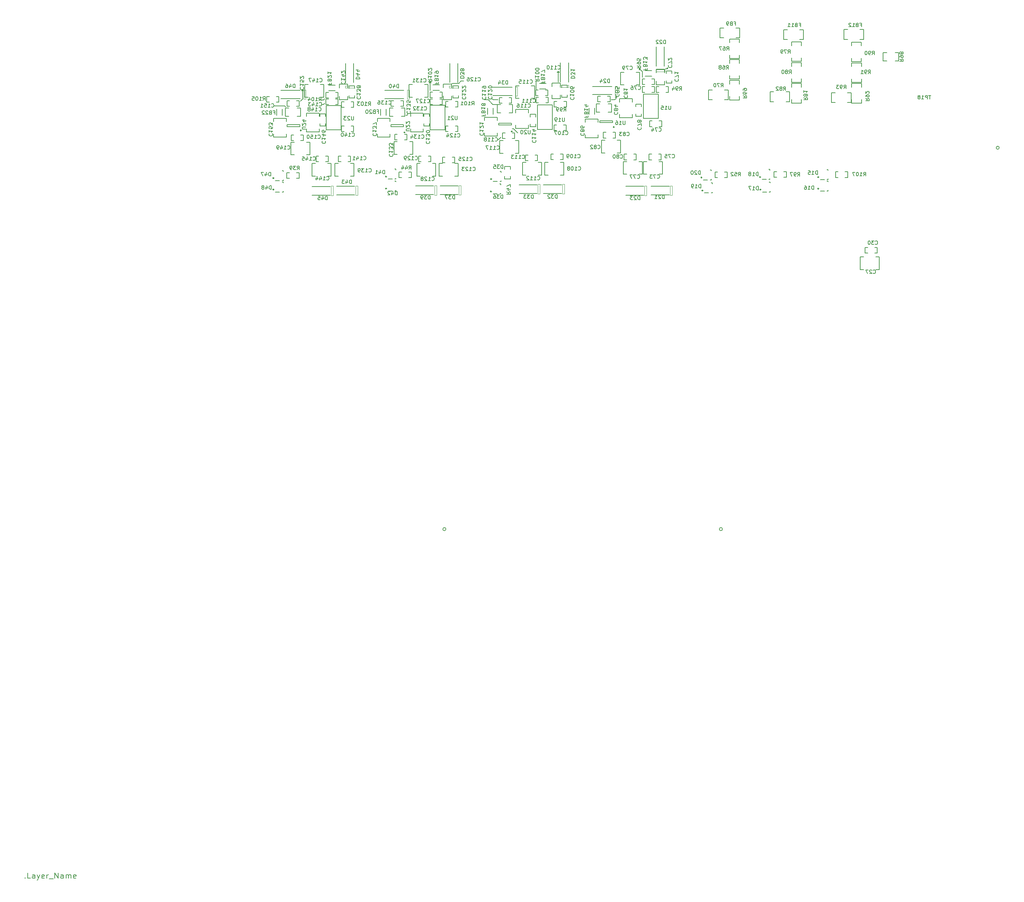
<source format=gbr>
%TF.GenerationSoftware,KiCad,Pcbnew,(5.99.0-10177-gd878cbddbc)*%
%TF.CreationDate,2021-05-05T15:51:09+02:00*%
%TF.ProjectId,TIDA-00555_E2,54494441-2d30-4303-9535-355f45322e6b,rev?*%
%TF.SameCoordinates,Original*%
%TF.FileFunction,Legend,Bot*%
%TF.FilePolarity,Positive*%
%FSLAX46Y46*%
G04 Gerber Fmt 4.6, Leading zero omitted, Abs format (unit mm)*
G04 Created by KiCad (PCBNEW (5.99.0-10177-gd878cbddbc)) date 2021-05-05 15:51:09*
%MOMM*%
%LPD*%
G01*
G04 APERTURE LIST*
%ADD10C,0.152400*%
%ADD11C,0.203200*%
%ADD12C,0.177800*%
%ADD13C,0.100000*%
%ADD14C,0.254000*%
G04 APERTURE END LIST*
D10*
X133664800Y-34747200D02*
X134223600Y-34188400D01*
X171917200Y-38150800D02*
X172323600Y-38150800D01*
X143418400Y-48437800D02*
X143977200Y-47879000D01*
X91069000Y-40208200D02*
X91323000Y-40462200D01*
X157947200Y-34391600D02*
X157947200Y-32918400D01*
X143113600Y-48437800D02*
X143418400Y-48437800D01*
X177784600Y-31419800D02*
X177784600Y-31115000D01*
X146695000Y-45847000D02*
X147101400Y-45847000D01*
X157947200Y-32918400D02*
X157947200Y-31800800D01*
X172095000Y-38430200D02*
X172095000Y-37973000D01*
X126883000Y-34594800D02*
X126883000Y-34544000D01*
X184134600Y-31216600D02*
X184464800Y-31216600D01*
X94955200Y-39039800D02*
X95463200Y-38531800D01*
X157972600Y-31800800D02*
X158201200Y-32029400D01*
X171790200Y-38735000D02*
X172095000Y-38430200D01*
X121066400Y-42494200D02*
X121193400Y-42367200D01*
X95463200Y-38531800D02*
X95463200Y-36271200D01*
X141767400Y-38455600D02*
X142072200Y-38760400D01*
X95209200Y-36525200D02*
X95691800Y-36525200D01*
X172145800Y-37973000D02*
X172323600Y-38150800D01*
X95463200Y-36296600D02*
X95691800Y-36525200D01*
X141996000Y-39878000D02*
X143088200Y-39878000D01*
X178521200Y-33248600D02*
X178521200Y-31851600D01*
X184464800Y-31216600D02*
X184744200Y-30937200D01*
X140853000Y-38735000D02*
X141996000Y-39878000D01*
X157718600Y-32029400D02*
X157947200Y-31800800D01*
X134223600Y-34188400D02*
X134858600Y-34188400D01*
X177784600Y-31115000D02*
X178089400Y-31115000D01*
X157718600Y-32029400D02*
X158201200Y-32029400D01*
X100568600Y-38785800D02*
X100924200Y-38430200D01*
X126654400Y-36398200D02*
X126654400Y-34315400D01*
X147101400Y-45847000D02*
X148066600Y-46812200D01*
X121193400Y-42367200D02*
X121193400Y-42087800D01*
X95209200Y-36525200D02*
X95463200Y-36271200D01*
X94955200Y-39065200D02*
X94955200Y-39039800D01*
X142072200Y-38760400D02*
X143240600Y-38760400D01*
X100187600Y-38785800D02*
X100543200Y-38785800D01*
X100111400Y-39878000D02*
X100619400Y-39878000D01*
X131937600Y-34925000D02*
X132115400Y-34747200D01*
X152587800Y-36169600D02*
X152587800Y-34239200D01*
X171917200Y-38150800D02*
X172095000Y-37973000D01*
X170977400Y-38735000D02*
X171790200Y-38735000D01*
X177784600Y-31419800D02*
X178089400Y-31115000D01*
X126375000Y-34594800D02*
X126654400Y-34315400D01*
X139964000Y-38735000D02*
X140853000Y-38735000D01*
X132115400Y-34747200D02*
X133664800Y-34747200D01*
X100619400Y-39878000D02*
X100924200Y-39573200D01*
X95463200Y-36296600D02*
X95463200Y-36271200D01*
X100543200Y-38785800D02*
X100568600Y-38785800D01*
X120761600Y-42494200D02*
X121066400Y-42494200D01*
X88402000Y-40208200D02*
X91069000Y-40208200D01*
X126654400Y-34315400D02*
X126883000Y-34544000D01*
X184541000Y-30937200D02*
X184744200Y-30937200D01*
X177784600Y-31115000D02*
X178521200Y-31851600D01*
X126375000Y-34594800D02*
X126883000Y-34594800D01*
X184769600Y-31165800D02*
X184769600Y-30962600D01*
X184541000Y-30937200D02*
X184769600Y-31165800D01*
D11*
X27628508Y-229054572D02*
X27695274Y-229118048D01*
X27628508Y-229181524D01*
X27561742Y-229118048D01*
X27628508Y-229054572D01*
X27628508Y-229181524D01*
X28963822Y-229181524D02*
X28296165Y-229181524D01*
X28296165Y-227848532D01*
X30032074Y-229181524D02*
X30032074Y-228483290D01*
X29965308Y-228356338D01*
X29831777Y-228292862D01*
X29564714Y-228292862D01*
X29431182Y-228356338D01*
X30032074Y-229118048D02*
X29898542Y-229181524D01*
X29564714Y-229181524D01*
X29431182Y-229118048D01*
X29364417Y-228991096D01*
X29364417Y-228864145D01*
X29431182Y-228737193D01*
X29564714Y-228673717D01*
X29898542Y-228673717D01*
X30032074Y-228610241D01*
X30566200Y-228292862D02*
X30900028Y-229181524D01*
X31233857Y-228292862D02*
X30900028Y-229181524D01*
X30766497Y-229498903D01*
X30699731Y-229562379D01*
X30566200Y-229625854D01*
X32302108Y-229118048D02*
X32168577Y-229181524D01*
X31901514Y-229181524D01*
X31767982Y-229118048D01*
X31701217Y-228991096D01*
X31701217Y-228483290D01*
X31767982Y-228356338D01*
X31901514Y-228292862D01*
X32168577Y-228292862D01*
X32302108Y-228356338D01*
X32368874Y-228483290D01*
X32368874Y-228610241D01*
X31701217Y-228737193D01*
X32969765Y-229181524D02*
X32969765Y-228292862D01*
X32969765Y-228546766D02*
X33036531Y-228419814D01*
X33103297Y-228356338D01*
X33236828Y-228292862D01*
X33370360Y-228292862D01*
X33503891Y-229308475D02*
X34572142Y-229308475D01*
X34905971Y-229181524D02*
X34905971Y-227848532D01*
X35707160Y-229181524D01*
X35707160Y-227848532D01*
X36975708Y-229181524D02*
X36975708Y-228483290D01*
X36908942Y-228356338D01*
X36775411Y-228292862D01*
X36508348Y-228292862D01*
X36374817Y-228356338D01*
X36975708Y-229118048D02*
X36842177Y-229181524D01*
X36508348Y-229181524D01*
X36374817Y-229118048D01*
X36308051Y-228991096D01*
X36308051Y-228864145D01*
X36374817Y-228737193D01*
X36508348Y-228673717D01*
X36842177Y-228673717D01*
X36975708Y-228610241D01*
X37643365Y-229181524D02*
X37643365Y-228292862D01*
X37643365Y-228419814D02*
X37710131Y-228356338D01*
X37843662Y-228292862D01*
X38043960Y-228292862D01*
X38177491Y-228356338D01*
X38244257Y-228483290D01*
X38244257Y-229181524D01*
X38244257Y-228483290D02*
X38311022Y-228356338D01*
X38444554Y-228292862D01*
X38644851Y-228292862D01*
X38778382Y-228356338D01*
X38845148Y-228483290D01*
X38845148Y-229181524D01*
X40046931Y-229118048D02*
X39913400Y-229181524D01*
X39646337Y-229181524D01*
X39512805Y-229118048D01*
X39446040Y-228991096D01*
X39446040Y-228483290D01*
X39512805Y-228356338D01*
X39646337Y-228292862D01*
X39913400Y-228292862D01*
X40046931Y-228356338D01*
X40113697Y-228483290D01*
X40113697Y-228610241D01*
X39446040Y-228737193D01*
D10*
%TO.C,R67*%
X199165285Y-26650400D02*
X199474911Y-26229873D01*
X199696073Y-26650400D02*
X199696073Y-25767293D01*
X199342215Y-25767293D01*
X199253750Y-25809346D01*
X199209518Y-25851399D01*
X199165285Y-25935504D01*
X199165285Y-26061662D01*
X199209518Y-26145768D01*
X199253750Y-26187820D01*
X199342215Y-26229873D01*
X199696073Y-26229873D01*
X198369104Y-25767293D02*
X198546033Y-25767293D01*
X198634498Y-25809346D01*
X198678730Y-25851399D01*
X198767195Y-25977557D01*
X198811427Y-26145768D01*
X198811427Y-26482189D01*
X198767195Y-26566295D01*
X198722963Y-26608348D01*
X198634498Y-26650400D01*
X198457569Y-26650400D01*
X198369104Y-26608348D01*
X198324872Y-26566295D01*
X198280640Y-26482189D01*
X198280640Y-26271926D01*
X198324872Y-26187820D01*
X198369104Y-26145768D01*
X198457569Y-26103715D01*
X198634498Y-26103715D01*
X198722963Y-26145768D01*
X198767195Y-26187820D01*
X198811427Y-26271926D01*
X197971014Y-25767293D02*
X197351762Y-25767293D01*
X197749852Y-26650400D01*
%TO.C,R90*%
X234725285Y-27717200D02*
X235034911Y-27296673D01*
X235256073Y-27717200D02*
X235256073Y-26834093D01*
X234902215Y-26834093D01*
X234813750Y-26876146D01*
X234769518Y-26918199D01*
X234725285Y-27002304D01*
X234725285Y-27128462D01*
X234769518Y-27212568D01*
X234813750Y-27254620D01*
X234902215Y-27296673D01*
X235256073Y-27296673D01*
X234282963Y-27717200D02*
X234106033Y-27717200D01*
X234017569Y-27675148D01*
X233973337Y-27633095D01*
X233884872Y-27506937D01*
X233840640Y-27338726D01*
X233840640Y-27002304D01*
X233884872Y-26918199D01*
X233929104Y-26876146D01*
X234017569Y-26834093D01*
X234194498Y-26834093D01*
X234282963Y-26876146D01*
X234327195Y-26918199D01*
X234371427Y-27002304D01*
X234371427Y-27212568D01*
X234327195Y-27296673D01*
X234282963Y-27338726D01*
X234194498Y-27380779D01*
X234017569Y-27380779D01*
X233929104Y-27338726D01*
X233884872Y-27296673D01*
X233840640Y-27212568D01*
X233265620Y-26834093D02*
X233177155Y-26834093D01*
X233088691Y-26876146D01*
X233044459Y-26918199D01*
X233000226Y-27002304D01*
X232955994Y-27170515D01*
X232955994Y-27380779D01*
X233000226Y-27548989D01*
X233044459Y-27633095D01*
X233088691Y-27675148D01*
X233177155Y-27717200D01*
X233265620Y-27717200D01*
X233354085Y-27675148D01*
X233398317Y-27633095D01*
X233442549Y-27548989D01*
X233486781Y-27380779D01*
X233486781Y-27170515D01*
X233442549Y-27002304D01*
X233398317Y-26918199D01*
X233354085Y-26876146D01*
X233265620Y-26834093D01*
%TO.C,C150*%
X99220458Y-48130895D02*
X99264691Y-48172948D01*
X99397387Y-48215000D01*
X99485852Y-48215000D01*
X99618549Y-48172948D01*
X99707013Y-48088842D01*
X99751246Y-48004737D01*
X99795478Y-47836526D01*
X99795478Y-47710368D01*
X99751246Y-47542157D01*
X99707013Y-47458051D01*
X99618549Y-47373946D01*
X99485852Y-47331893D01*
X99397387Y-47331893D01*
X99264691Y-47373946D01*
X99220458Y-47415999D01*
X98335813Y-48215000D02*
X98866600Y-48215000D01*
X98601206Y-48215000D02*
X98601206Y-47331893D01*
X98689671Y-47458051D01*
X98778135Y-47542157D01*
X98866600Y-47584210D01*
X97495399Y-47331893D02*
X97937722Y-47331893D01*
X97981954Y-47752420D01*
X97937722Y-47710368D01*
X97849257Y-47668315D01*
X97628096Y-47668315D01*
X97539631Y-47710368D01*
X97495399Y-47752420D01*
X97451167Y-47836526D01*
X97451167Y-48046789D01*
X97495399Y-48130895D01*
X97539631Y-48172948D01*
X97628096Y-48215000D01*
X97849257Y-48215000D01*
X97937722Y-48172948D01*
X97981954Y-48130895D01*
X96876147Y-47331893D02*
X96787683Y-47331893D01*
X96699218Y-47373946D01*
X96654986Y-47415999D01*
X96610753Y-47500104D01*
X96566521Y-47668315D01*
X96566521Y-47878579D01*
X96610753Y-48046789D01*
X96654986Y-48130895D01*
X96699218Y-48172948D01*
X96787683Y-48215000D01*
X96876147Y-48215000D01*
X96964612Y-48172948D01*
X97008844Y-48130895D01*
X97053076Y-48046789D01*
X97097309Y-47878579D01*
X97097309Y-47668315D01*
X97053076Y-47500104D01*
X97008844Y-47415999D01*
X96964612Y-47373946D01*
X96876147Y-47331893D01*
%TO.C,FB9*%
X201044015Y-20091820D02*
X201353641Y-20091820D01*
X201353641Y-20554400D02*
X201353641Y-19671293D01*
X200911318Y-19671293D01*
X200247833Y-20091820D02*
X200115137Y-20133873D01*
X200070904Y-20175926D01*
X200026672Y-20260031D01*
X200026672Y-20386189D01*
X200070904Y-20470295D01*
X200115137Y-20512348D01*
X200203601Y-20554400D01*
X200557459Y-20554400D01*
X200557459Y-19671293D01*
X200247833Y-19671293D01*
X200159369Y-19713346D01*
X200115137Y-19755399D01*
X200070904Y-19839504D01*
X200070904Y-19923610D01*
X200115137Y-20007715D01*
X200159369Y-20049768D01*
X200247833Y-20091820D01*
X200557459Y-20091820D01*
X199584349Y-20554400D02*
X199407420Y-20554400D01*
X199318955Y-20512348D01*
X199274723Y-20470295D01*
X199186259Y-20344137D01*
X199142026Y-20175926D01*
X199142026Y-19839504D01*
X199186259Y-19755399D01*
X199230491Y-19713346D01*
X199318955Y-19671293D01*
X199495885Y-19671293D01*
X199584349Y-19713346D01*
X199628581Y-19755399D01*
X199672814Y-19839504D01*
X199672814Y-20049768D01*
X199628581Y-20133873D01*
X199584349Y-20175926D01*
X199495885Y-20217979D01*
X199318955Y-20217979D01*
X199230491Y-20175926D01*
X199186259Y-20133873D01*
X199142026Y-20049768D01*
%TO.C,D39*%
X126696473Y-63023200D02*
X126696473Y-62140093D01*
X126475311Y-62140093D01*
X126342615Y-62182146D01*
X126254150Y-62266251D01*
X126209918Y-62350357D01*
X126165685Y-62518568D01*
X126165685Y-62644726D01*
X126209918Y-62812937D01*
X126254150Y-62897042D01*
X126342615Y-62981148D01*
X126475311Y-63023200D01*
X126696473Y-63023200D01*
X125856059Y-62140093D02*
X125281040Y-62140093D01*
X125590666Y-62476515D01*
X125457969Y-62476515D01*
X125369504Y-62518568D01*
X125325272Y-62560620D01*
X125281040Y-62644726D01*
X125281040Y-62854989D01*
X125325272Y-62939095D01*
X125369504Y-62981148D01*
X125457969Y-63023200D01*
X125723363Y-63023200D01*
X125811827Y-62981148D01*
X125856059Y-62939095D01*
X124838717Y-63023200D02*
X124661788Y-63023200D01*
X124573323Y-62981148D01*
X124529091Y-62939095D01*
X124440626Y-62812937D01*
X124396394Y-62644726D01*
X124396394Y-62308304D01*
X124440626Y-62224199D01*
X124484859Y-62182146D01*
X124573323Y-62140093D01*
X124750252Y-62140093D01*
X124838717Y-62182146D01*
X124882949Y-62224199D01*
X124927181Y-62308304D01*
X124927181Y-62518568D01*
X124882949Y-62602673D01*
X124838717Y-62644726D01*
X124750252Y-62686779D01*
X124573323Y-62686779D01*
X124484859Y-62644726D01*
X124440626Y-62602673D01*
X124396394Y-62518568D01*
%TO.C,D19*%
X192838073Y-60280000D02*
X192838073Y-59396893D01*
X192616911Y-59396893D01*
X192484215Y-59438946D01*
X192395750Y-59523051D01*
X192351518Y-59607157D01*
X192307285Y-59775368D01*
X192307285Y-59901526D01*
X192351518Y-60069737D01*
X192395750Y-60153842D01*
X192484215Y-60237948D01*
X192616911Y-60280000D01*
X192838073Y-60280000D01*
X191422640Y-60280000D02*
X191953427Y-60280000D01*
X191688033Y-60280000D02*
X191688033Y-59396893D01*
X191776498Y-59523051D01*
X191864963Y-59607157D01*
X191953427Y-59649210D01*
X190980317Y-60280000D02*
X190803388Y-60280000D01*
X190714923Y-60237948D01*
X190670691Y-60195895D01*
X190582226Y-60069737D01*
X190537994Y-59901526D01*
X190537994Y-59565104D01*
X190582226Y-59480999D01*
X190626459Y-59438946D01*
X190714923Y-59396893D01*
X190891852Y-59396893D01*
X190980317Y-59438946D01*
X191024549Y-59480999D01*
X191068781Y-59565104D01*
X191068781Y-59775368D01*
X191024549Y-59859473D01*
X190980317Y-59901526D01*
X190891852Y-59943579D01*
X190714923Y-59943579D01*
X190626459Y-59901526D01*
X190582226Y-59859473D01*
X190537994Y-59775368D01*
%TO.C,C120*%
X140982104Y-37996458D02*
X140940051Y-38040691D01*
X140897999Y-38173387D01*
X140897999Y-38261852D01*
X140940051Y-38394549D01*
X141024157Y-38483013D01*
X141108262Y-38527246D01*
X141276473Y-38571478D01*
X141402631Y-38571478D01*
X141570842Y-38527246D01*
X141654948Y-38483013D01*
X141739053Y-38394549D01*
X141781106Y-38261852D01*
X141781106Y-38173387D01*
X141739053Y-38040691D01*
X141697000Y-37996458D01*
X140897999Y-37111813D02*
X140897999Y-37642600D01*
X140897999Y-37377206D02*
X141781106Y-37377206D01*
X141654948Y-37465671D01*
X141570842Y-37554135D01*
X141528789Y-37642600D01*
X141697000Y-36757954D02*
X141739053Y-36713722D01*
X141781106Y-36625257D01*
X141781106Y-36404096D01*
X141739053Y-36315631D01*
X141697000Y-36271399D01*
X141612895Y-36227167D01*
X141528789Y-36227167D01*
X141402631Y-36271399D01*
X140897999Y-36802187D01*
X140897999Y-36227167D01*
X141781106Y-35652147D02*
X141781106Y-35563683D01*
X141739053Y-35475218D01*
X141697000Y-35430986D01*
X141612895Y-35386753D01*
X141444684Y-35342521D01*
X141234420Y-35342521D01*
X141066210Y-35386753D01*
X140982104Y-35430986D01*
X140940051Y-35475218D01*
X140897999Y-35563683D01*
X140897999Y-35652147D01*
X140940051Y-35740612D01*
X140982104Y-35784844D01*
X141066210Y-35829076D01*
X141234420Y-35873309D01*
X141444684Y-35873309D01*
X141612895Y-35829076D01*
X141697000Y-35784844D01*
X141739053Y-35740612D01*
X141781106Y-35652147D01*
%TO.C,C125*%
X136355258Y-53566495D02*
X136399491Y-53608548D01*
X136532187Y-53650600D01*
X136620652Y-53650600D01*
X136753349Y-53608548D01*
X136841813Y-53524442D01*
X136886046Y-53440337D01*
X136930278Y-53272126D01*
X136930278Y-53145968D01*
X136886046Y-52977757D01*
X136841813Y-52893651D01*
X136753349Y-52809546D01*
X136620652Y-52767493D01*
X136532187Y-52767493D01*
X136399491Y-52809546D01*
X136355258Y-52851599D01*
X135470613Y-53650600D02*
X136001400Y-53650600D01*
X135736006Y-53650600D02*
X135736006Y-52767493D01*
X135824471Y-52893651D01*
X135912935Y-52977757D01*
X136001400Y-53019810D01*
X135116754Y-52851599D02*
X135072522Y-52809546D01*
X134984057Y-52767493D01*
X134762896Y-52767493D01*
X134674431Y-52809546D01*
X134630199Y-52851599D01*
X134585967Y-52935704D01*
X134585967Y-53019810D01*
X134630199Y-53145968D01*
X135160987Y-53650600D01*
X134585967Y-53650600D01*
X133745553Y-52767493D02*
X134187876Y-52767493D01*
X134232109Y-53188020D01*
X134187876Y-53145968D01*
X134099412Y-53103915D01*
X133878250Y-53103915D01*
X133789786Y-53145968D01*
X133745553Y-53188020D01*
X133701321Y-53272126D01*
X133701321Y-53482389D01*
X133745553Y-53566495D01*
X133789786Y-53608548D01*
X133878250Y-53650600D01*
X134099412Y-53650600D01*
X134187876Y-53608548D01*
X134232109Y-53566495D01*
%TO.C,R104*%
X99474458Y-39020200D02*
X99784084Y-38599673D01*
X100005246Y-39020200D02*
X100005246Y-38137093D01*
X99651387Y-38137093D01*
X99562923Y-38179146D01*
X99518691Y-38221199D01*
X99474458Y-38305304D01*
X99474458Y-38431462D01*
X99518691Y-38515568D01*
X99562923Y-38557620D01*
X99651387Y-38599673D01*
X100005246Y-38599673D01*
X98589813Y-39020200D02*
X99120600Y-39020200D01*
X98855206Y-39020200D02*
X98855206Y-38137093D01*
X98943671Y-38263251D01*
X99032135Y-38347357D01*
X99120600Y-38389410D01*
X98014793Y-38137093D02*
X97926328Y-38137093D01*
X97837864Y-38179146D01*
X97793631Y-38221199D01*
X97749399Y-38305304D01*
X97705167Y-38473515D01*
X97705167Y-38683779D01*
X97749399Y-38851989D01*
X97793631Y-38936095D01*
X97837864Y-38978148D01*
X97926328Y-39020200D01*
X98014793Y-39020200D01*
X98103257Y-38978148D01*
X98147490Y-38936095D01*
X98191722Y-38851989D01*
X98235954Y-38683779D01*
X98235954Y-38473515D01*
X98191722Y-38305304D01*
X98147490Y-38221199D01*
X98103257Y-38179146D01*
X98014793Y-38137093D01*
X96908986Y-38431462D02*
X96908986Y-39020200D01*
X97130147Y-38095041D02*
X97351309Y-38725831D01*
X96776289Y-38725831D01*
%TO.C,R101*%
X136837858Y-40036200D02*
X137147484Y-39615673D01*
X137368646Y-40036200D02*
X137368646Y-39153093D01*
X137014787Y-39153093D01*
X136926323Y-39195146D01*
X136882091Y-39237199D01*
X136837858Y-39321304D01*
X136837858Y-39447462D01*
X136882091Y-39531568D01*
X136926323Y-39573620D01*
X137014787Y-39615673D01*
X137368646Y-39615673D01*
X135953213Y-40036200D02*
X136484000Y-40036200D01*
X136218606Y-40036200D02*
X136218606Y-39153093D01*
X136307071Y-39279251D01*
X136395535Y-39363357D01*
X136484000Y-39405410D01*
X135378193Y-39153093D02*
X135289728Y-39153093D01*
X135201264Y-39195146D01*
X135157031Y-39237199D01*
X135112799Y-39321304D01*
X135068567Y-39489515D01*
X135068567Y-39699779D01*
X135112799Y-39867989D01*
X135157031Y-39952095D01*
X135201264Y-39994148D01*
X135289728Y-40036200D01*
X135378193Y-40036200D01*
X135466657Y-39994148D01*
X135510890Y-39952095D01*
X135555122Y-39867989D01*
X135599354Y-39699779D01*
X135599354Y-39489515D01*
X135555122Y-39321304D01*
X135510890Y-39237199D01*
X135466657Y-39195146D01*
X135378193Y-39153093D01*
X134183921Y-40036200D02*
X134714709Y-40036200D01*
X134449315Y-40036200D02*
X134449315Y-39153093D01*
X134537779Y-39279251D01*
X134626244Y-39363357D01*
X134714709Y-39405410D01*
%TO.C,C121*%
X138899304Y-46861058D02*
X138857251Y-46905291D01*
X138815199Y-47037987D01*
X138815199Y-47126452D01*
X138857251Y-47259149D01*
X138941357Y-47347613D01*
X139025462Y-47391846D01*
X139193673Y-47436078D01*
X139319831Y-47436078D01*
X139488042Y-47391846D01*
X139572148Y-47347613D01*
X139656253Y-47259149D01*
X139698306Y-47126452D01*
X139698306Y-47037987D01*
X139656253Y-46905291D01*
X139614200Y-46861058D01*
X138815199Y-45976413D02*
X138815199Y-46507200D01*
X138815199Y-46241806D02*
X139698306Y-46241806D01*
X139572148Y-46330271D01*
X139488042Y-46418735D01*
X139445989Y-46507200D01*
X139614200Y-45622554D02*
X139656253Y-45578322D01*
X139698306Y-45489857D01*
X139698306Y-45268696D01*
X139656253Y-45180231D01*
X139614200Y-45135999D01*
X139530095Y-45091767D01*
X139445989Y-45091767D01*
X139319831Y-45135999D01*
X138815199Y-45666787D01*
X138815199Y-45091767D01*
X138815199Y-44207121D02*
X138815199Y-44737909D01*
X138815199Y-44472515D02*
X139698306Y-44472515D01*
X139572148Y-44560979D01*
X139488042Y-44649444D01*
X139445989Y-44737909D01*
%TO.C,C27*%
X234979285Y-81176295D02*
X235023518Y-81218348D01*
X235156215Y-81260400D01*
X235244679Y-81260400D01*
X235377376Y-81218348D01*
X235465841Y-81134242D01*
X235510073Y-81050137D01*
X235554305Y-80881926D01*
X235554305Y-80755768D01*
X235510073Y-80587557D01*
X235465841Y-80503451D01*
X235377376Y-80419346D01*
X235244679Y-80377293D01*
X235156215Y-80377293D01*
X235023518Y-80419346D01*
X234979285Y-80461399D01*
X234625427Y-80461399D02*
X234581195Y-80419346D01*
X234492730Y-80377293D01*
X234271569Y-80377293D01*
X234183104Y-80419346D01*
X234138872Y-80461399D01*
X234094640Y-80545504D01*
X234094640Y-80629610D01*
X234138872Y-80755768D01*
X234669659Y-81260400D01*
X234094640Y-81260400D01*
X233785014Y-80377293D02*
X233165762Y-80377293D01*
X233563852Y-81260400D01*
%TO.C,D45*%
X101525073Y-63226400D02*
X101525073Y-62343293D01*
X101303911Y-62343293D01*
X101171215Y-62385346D01*
X101082750Y-62469451D01*
X101038518Y-62553557D01*
X100994285Y-62721768D01*
X100994285Y-62847926D01*
X101038518Y-63016137D01*
X101082750Y-63100242D01*
X101171215Y-63184348D01*
X101303911Y-63226400D01*
X101525073Y-63226400D01*
X100198104Y-62637662D02*
X100198104Y-63226400D01*
X100419266Y-62301241D02*
X100640427Y-62932031D01*
X100065407Y-62932031D01*
X99269226Y-62343293D02*
X99711549Y-62343293D01*
X99755781Y-62763820D01*
X99711549Y-62721768D01*
X99623085Y-62679715D01*
X99401923Y-62679715D01*
X99313459Y-62721768D01*
X99269226Y-62763820D01*
X99224994Y-62847926D01*
X99224994Y-63058189D01*
X99269226Y-63142295D01*
X99313459Y-63184348D01*
X99401923Y-63226400D01*
X99623085Y-63226400D01*
X99711549Y-63184348D01*
X99755781Y-63142295D01*
%TO.C,FB11*%
X216923187Y-20422020D02*
X217232813Y-20422020D01*
X217232813Y-20884600D02*
X217232813Y-20001493D01*
X216790491Y-20001493D01*
X216127006Y-20422020D02*
X215994309Y-20464073D01*
X215950077Y-20506126D01*
X215905845Y-20590231D01*
X215905845Y-20716389D01*
X215950077Y-20800495D01*
X215994309Y-20842548D01*
X216082774Y-20884600D01*
X216436632Y-20884600D01*
X216436632Y-20001493D01*
X216127006Y-20001493D01*
X216038542Y-20043546D01*
X215994309Y-20085599D01*
X215950077Y-20169704D01*
X215950077Y-20253810D01*
X215994309Y-20337915D01*
X216038542Y-20379968D01*
X216127006Y-20422020D01*
X216436632Y-20422020D01*
X215021199Y-20884600D02*
X215551987Y-20884600D01*
X215286593Y-20884600D02*
X215286593Y-20001493D01*
X215375057Y-20127651D01*
X215463522Y-20211757D01*
X215551987Y-20253810D01*
X214136553Y-20884600D02*
X214667341Y-20884600D01*
X214401947Y-20884600D02*
X214401947Y-20001493D01*
X214490412Y-20127651D01*
X214578876Y-20211757D01*
X214667341Y-20253810D01*
%TO.C,D35*%
X144476473Y-55555600D02*
X144476473Y-54672493D01*
X144255311Y-54672493D01*
X144122615Y-54714546D01*
X144034150Y-54798651D01*
X143989918Y-54882757D01*
X143945685Y-55050968D01*
X143945685Y-55177126D01*
X143989918Y-55345337D01*
X144034150Y-55429442D01*
X144122615Y-55513548D01*
X144255311Y-55555600D01*
X144476473Y-55555600D01*
X143636059Y-54672493D02*
X143061040Y-54672493D01*
X143370666Y-55008915D01*
X143237969Y-55008915D01*
X143149504Y-55050968D01*
X143105272Y-55093020D01*
X143061040Y-55177126D01*
X143061040Y-55387389D01*
X143105272Y-55471495D01*
X143149504Y-55513548D01*
X143237969Y-55555600D01*
X143503363Y-55555600D01*
X143591827Y-55513548D01*
X143636059Y-55471495D01*
X142220626Y-54672493D02*
X142662949Y-54672493D01*
X142707181Y-55093020D01*
X142662949Y-55050968D01*
X142574485Y-55008915D01*
X142353323Y-55008915D01*
X142264859Y-55050968D01*
X142220626Y-55093020D01*
X142176394Y-55177126D01*
X142176394Y-55387389D01*
X142220626Y-55471495D01*
X142264859Y-55513548D01*
X142353323Y-55555600D01*
X142574485Y-55555600D01*
X142662949Y-55513548D01*
X142707181Y-55471495D01*
%TO.C,R52*%
X201984685Y-57384400D02*
X202294311Y-56963873D01*
X202515473Y-57384400D02*
X202515473Y-56501293D01*
X202161615Y-56501293D01*
X202073150Y-56543346D01*
X202028918Y-56585399D01*
X201984685Y-56669504D01*
X201984685Y-56795662D01*
X202028918Y-56879768D01*
X202073150Y-56921820D01*
X202161615Y-56963873D01*
X202515473Y-56963873D01*
X201144272Y-56501293D02*
X201586595Y-56501293D01*
X201630827Y-56921820D01*
X201586595Y-56879768D01*
X201498130Y-56837715D01*
X201276969Y-56837715D01*
X201188504Y-56879768D01*
X201144272Y-56921820D01*
X201100040Y-57005926D01*
X201100040Y-57216189D01*
X201144272Y-57300295D01*
X201188504Y-57342348D01*
X201276969Y-57384400D01*
X201498130Y-57384400D01*
X201586595Y-57342348D01*
X201630827Y-57300295D01*
X200746181Y-56585399D02*
X200701949Y-56543346D01*
X200613485Y-56501293D01*
X200392323Y-56501293D01*
X200303859Y-56543346D01*
X200259626Y-56585399D01*
X200215394Y-56669504D01*
X200215394Y-56753610D01*
X200259626Y-56879768D01*
X200790414Y-57384400D01*
X200215394Y-57384400D01*
%TO.C,C126*%
X138361858Y-34084695D02*
X138406091Y-34126748D01*
X138538787Y-34168800D01*
X138627252Y-34168800D01*
X138759949Y-34126748D01*
X138848413Y-34042642D01*
X138892646Y-33958537D01*
X138936878Y-33790326D01*
X138936878Y-33664168D01*
X138892646Y-33495957D01*
X138848413Y-33411851D01*
X138759949Y-33327746D01*
X138627252Y-33285693D01*
X138538787Y-33285693D01*
X138406091Y-33327746D01*
X138361858Y-33369799D01*
X137477213Y-34168800D02*
X138008000Y-34168800D01*
X137742606Y-34168800D02*
X137742606Y-33285693D01*
X137831071Y-33411851D01*
X137919535Y-33495957D01*
X138008000Y-33538010D01*
X137123354Y-33369799D02*
X137079122Y-33327746D01*
X136990657Y-33285693D01*
X136769496Y-33285693D01*
X136681031Y-33327746D01*
X136636799Y-33369799D01*
X136592567Y-33453904D01*
X136592567Y-33538010D01*
X136636799Y-33664168D01*
X137167587Y-34168800D01*
X136592567Y-34168800D01*
X135796386Y-33285693D02*
X135973315Y-33285693D01*
X136061779Y-33327746D01*
X136106012Y-33369799D01*
X136194476Y-33495957D01*
X136238709Y-33664168D01*
X136238709Y-34000589D01*
X136194476Y-34084695D01*
X136150244Y-34126748D01*
X136061779Y-34168800D01*
X135884850Y-34168800D01*
X135796386Y-34126748D01*
X135752153Y-34084695D01*
X135707921Y-34000589D01*
X135707921Y-33790326D01*
X135752153Y-33706220D01*
X135796386Y-33664168D01*
X135884850Y-33622115D01*
X136061779Y-33622115D01*
X136150244Y-33664168D01*
X136194476Y-33706220D01*
X136238709Y-33790326D01*
%TO.C,R103*%
X111564858Y-40137800D02*
X111874484Y-39717273D01*
X112095646Y-40137800D02*
X112095646Y-39254693D01*
X111741787Y-39254693D01*
X111653323Y-39296746D01*
X111609091Y-39338799D01*
X111564858Y-39422904D01*
X111564858Y-39549062D01*
X111609091Y-39633168D01*
X111653323Y-39675220D01*
X111741787Y-39717273D01*
X112095646Y-39717273D01*
X110680213Y-40137800D02*
X111211000Y-40137800D01*
X110945606Y-40137800D02*
X110945606Y-39254693D01*
X111034071Y-39380851D01*
X111122535Y-39464957D01*
X111211000Y-39507010D01*
X110105193Y-39254693D02*
X110016728Y-39254693D01*
X109928264Y-39296746D01*
X109884031Y-39338799D01*
X109839799Y-39422904D01*
X109795567Y-39591115D01*
X109795567Y-39801379D01*
X109839799Y-39969589D01*
X109884031Y-40053695D01*
X109928264Y-40095748D01*
X110016728Y-40137800D01*
X110105193Y-40137800D01*
X110193657Y-40095748D01*
X110237890Y-40053695D01*
X110282122Y-39969589D01*
X110326354Y-39801379D01*
X110326354Y-39591115D01*
X110282122Y-39422904D01*
X110237890Y-39338799D01*
X110193657Y-39296746D01*
X110105193Y-39254693D01*
X109485941Y-39254693D02*
X108910921Y-39254693D01*
X109220547Y-39591115D01*
X109087850Y-39591115D01*
X108999386Y-39633168D01*
X108955153Y-39675220D01*
X108910921Y-39759326D01*
X108910921Y-39969589D01*
X108955153Y-40053695D01*
X108999386Y-40095748D01*
X109087850Y-40137800D01*
X109353244Y-40137800D01*
X109441709Y-40095748D01*
X109485941Y-40053695D01*
%TO.C,C109*%
X162745858Y-52880695D02*
X162790091Y-52922748D01*
X162922787Y-52964800D01*
X163011252Y-52964800D01*
X163143949Y-52922748D01*
X163232413Y-52838642D01*
X163276646Y-52754537D01*
X163320878Y-52586326D01*
X163320878Y-52460168D01*
X163276646Y-52291957D01*
X163232413Y-52207851D01*
X163143949Y-52123746D01*
X163011252Y-52081693D01*
X162922787Y-52081693D01*
X162790091Y-52123746D01*
X162745858Y-52165799D01*
X161861213Y-52964800D02*
X162392000Y-52964800D01*
X162126606Y-52964800D02*
X162126606Y-52081693D01*
X162215071Y-52207851D01*
X162303535Y-52291957D01*
X162392000Y-52334010D01*
X161286193Y-52081693D02*
X161197728Y-52081693D01*
X161109264Y-52123746D01*
X161065031Y-52165799D01*
X161020799Y-52249904D01*
X160976567Y-52418115D01*
X160976567Y-52628379D01*
X161020799Y-52796589D01*
X161065031Y-52880695D01*
X161109264Y-52922748D01*
X161197728Y-52964800D01*
X161286193Y-52964800D01*
X161374657Y-52922748D01*
X161418890Y-52880695D01*
X161463122Y-52796589D01*
X161507354Y-52628379D01*
X161507354Y-52418115D01*
X161463122Y-52249904D01*
X161418890Y-52165799D01*
X161374657Y-52123746D01*
X161286193Y-52081693D01*
X160534244Y-52964800D02*
X160357315Y-52964800D01*
X160268850Y-52922748D01*
X160224618Y-52880695D01*
X160136153Y-52754537D01*
X160091921Y-52586326D01*
X160091921Y-52249904D01*
X160136153Y-52165799D01*
X160180386Y-52123746D01*
X160268850Y-52081693D01*
X160445779Y-52081693D01*
X160534244Y-52123746D01*
X160578476Y-52165799D01*
X160622709Y-52249904D01*
X160622709Y-52460168D01*
X160578476Y-52544273D01*
X160534244Y-52586326D01*
X160445779Y-52628379D01*
X160268850Y-52628379D01*
X160180386Y-52586326D01*
X160136153Y-52544273D01*
X160091921Y-52460168D01*
%TO.C,C118*%
X142552858Y-48765895D02*
X142597091Y-48807948D01*
X142729787Y-48850000D01*
X142818252Y-48850000D01*
X142950949Y-48807948D01*
X143039413Y-48723842D01*
X143083646Y-48639737D01*
X143127878Y-48471526D01*
X143127878Y-48345368D01*
X143083646Y-48177157D01*
X143039413Y-48093051D01*
X142950949Y-48008946D01*
X142818252Y-47966893D01*
X142729787Y-47966893D01*
X142597091Y-48008946D01*
X142552858Y-48050999D01*
X141668213Y-48850000D02*
X142199000Y-48850000D01*
X141933606Y-48850000D02*
X141933606Y-47966893D01*
X142022071Y-48093051D01*
X142110535Y-48177157D01*
X142199000Y-48219210D01*
X140783567Y-48850000D02*
X141314354Y-48850000D01*
X141048961Y-48850000D02*
X141048961Y-47966893D01*
X141137425Y-48093051D01*
X141225890Y-48177157D01*
X141314354Y-48219210D01*
X140252779Y-48345368D02*
X140341244Y-48303315D01*
X140385476Y-48261262D01*
X140429709Y-48177157D01*
X140429709Y-48135104D01*
X140385476Y-48050999D01*
X140341244Y-48008946D01*
X140252779Y-47966893D01*
X140075850Y-47966893D01*
X139987386Y-48008946D01*
X139943153Y-48050999D01*
X139898921Y-48135104D01*
X139898921Y-48177157D01*
X139943153Y-48261262D01*
X139987386Y-48303315D01*
X140075850Y-48345368D01*
X140252779Y-48345368D01*
X140341244Y-48387420D01*
X140385476Y-48429473D01*
X140429709Y-48513579D01*
X140429709Y-48681789D01*
X140385476Y-48765895D01*
X140341244Y-48807948D01*
X140252779Y-48850000D01*
X140075850Y-48850000D01*
X139987386Y-48807948D01*
X139943153Y-48765895D01*
X139898921Y-48681789D01*
X139898921Y-48513579D01*
X139943153Y-48429473D01*
X139987386Y-48387420D01*
X140075850Y-48345368D01*
%TO.C,R81*%
X218037799Y-38220885D02*
X218458326Y-38530511D01*
X218037799Y-38751673D02*
X218920906Y-38751673D01*
X218920906Y-38397815D01*
X218878853Y-38309350D01*
X218836800Y-38265118D01*
X218752695Y-38220885D01*
X218626537Y-38220885D01*
X218542431Y-38265118D01*
X218500379Y-38309350D01*
X218458326Y-38397815D01*
X218458326Y-38751673D01*
X218542431Y-37690098D02*
X218584484Y-37778563D01*
X218626537Y-37822795D01*
X218710642Y-37867027D01*
X218752695Y-37867027D01*
X218836800Y-37822795D01*
X218878853Y-37778563D01*
X218920906Y-37690098D01*
X218920906Y-37513169D01*
X218878853Y-37424704D01*
X218836800Y-37380472D01*
X218752695Y-37336240D01*
X218710642Y-37336240D01*
X218626537Y-37380472D01*
X218584484Y-37424704D01*
X218542431Y-37513169D01*
X218542431Y-37690098D01*
X218500379Y-37778563D01*
X218458326Y-37822795D01*
X218374220Y-37867027D01*
X218206010Y-37867027D01*
X218121904Y-37822795D01*
X218079851Y-37778563D01*
X218037799Y-37690098D01*
X218037799Y-37513169D01*
X218079851Y-37424704D01*
X218121904Y-37380472D01*
X218206010Y-37336240D01*
X218374220Y-37336240D01*
X218458326Y-37380472D01*
X218500379Y-37424704D01*
X218542431Y-37513169D01*
X218037799Y-36451594D02*
X218037799Y-36982381D01*
X218037799Y-36716988D02*
X218920906Y-36716988D01*
X218794748Y-36805452D01*
X218710642Y-36893917D01*
X218668589Y-36982381D01*
%TO.C,C116*%
X150579258Y-40536295D02*
X150623491Y-40578348D01*
X150756187Y-40620400D01*
X150844652Y-40620400D01*
X150977349Y-40578348D01*
X151065813Y-40494242D01*
X151110046Y-40410137D01*
X151154278Y-40241926D01*
X151154278Y-40115768D01*
X151110046Y-39947557D01*
X151065813Y-39863451D01*
X150977349Y-39779346D01*
X150844652Y-39737293D01*
X150756187Y-39737293D01*
X150623491Y-39779346D01*
X150579258Y-39821399D01*
X149694613Y-40620400D02*
X150225400Y-40620400D01*
X149960006Y-40620400D02*
X149960006Y-39737293D01*
X150048471Y-39863451D01*
X150136935Y-39947557D01*
X150225400Y-39989610D01*
X148809967Y-40620400D02*
X149340754Y-40620400D01*
X149075361Y-40620400D02*
X149075361Y-39737293D01*
X149163825Y-39863451D01*
X149252290Y-39947557D01*
X149340754Y-39989610D01*
X148013786Y-39737293D02*
X148190715Y-39737293D01*
X148279179Y-39779346D01*
X148323412Y-39821399D01*
X148411876Y-39947557D01*
X148456109Y-40115768D01*
X148456109Y-40452189D01*
X148411876Y-40536295D01*
X148367644Y-40578348D01*
X148279179Y-40620400D01*
X148102250Y-40620400D01*
X148013786Y-40578348D01*
X147969553Y-40536295D01*
X147925321Y-40452189D01*
X147925321Y-40241926D01*
X147969553Y-40157820D01*
X148013786Y-40115768D01*
X148102250Y-40073715D01*
X148279179Y-40073715D01*
X148367644Y-40115768D01*
X148411876Y-40157820D01*
X148456109Y-40241926D01*
%TO.C,R91*%
X233769135Y-32352700D02*
X234078761Y-31932173D01*
X234299923Y-32352700D02*
X234299923Y-31469593D01*
X233946065Y-31469593D01*
X233857600Y-31511646D01*
X233813368Y-31553699D01*
X233769135Y-31637804D01*
X233769135Y-31763962D01*
X233813368Y-31848068D01*
X233857600Y-31890120D01*
X233946065Y-31932173D01*
X234299923Y-31932173D01*
X233326813Y-32352700D02*
X233149883Y-32352700D01*
X233061419Y-32310648D01*
X233017187Y-32268595D01*
X232928722Y-32142437D01*
X232884490Y-31974226D01*
X232884490Y-31637804D01*
X232928722Y-31553699D01*
X232972954Y-31511646D01*
X233061419Y-31469593D01*
X233238348Y-31469593D01*
X233326813Y-31511646D01*
X233371045Y-31553699D01*
X233415277Y-31637804D01*
X233415277Y-31848068D01*
X233371045Y-31932173D01*
X233326813Y-31974226D01*
X233238348Y-32016279D01*
X233061419Y-32016279D01*
X232972954Y-31974226D01*
X232928722Y-31932173D01*
X232884490Y-31848068D01*
X231999844Y-32352700D02*
X232530631Y-32352700D01*
X232265238Y-32352700D02*
X232265238Y-31469593D01*
X232353702Y-31595751D01*
X232442167Y-31679857D01*
X232530631Y-31721910D01*
%TO.C,C73*%
X182172685Y-57884495D02*
X182216918Y-57926548D01*
X182349615Y-57968600D01*
X182438079Y-57968600D01*
X182570776Y-57926548D01*
X182659241Y-57842442D01*
X182703473Y-57758337D01*
X182747705Y-57590126D01*
X182747705Y-57463968D01*
X182703473Y-57295757D01*
X182659241Y-57211651D01*
X182570776Y-57127546D01*
X182438079Y-57085493D01*
X182349615Y-57085493D01*
X182216918Y-57127546D01*
X182172685Y-57169599D01*
X181863059Y-57085493D02*
X181243807Y-57085493D01*
X181641898Y-57968600D01*
X180978414Y-57085493D02*
X180403394Y-57085493D01*
X180713020Y-57421915D01*
X180580323Y-57421915D01*
X180491859Y-57463968D01*
X180447626Y-57506020D01*
X180403394Y-57590126D01*
X180403394Y-57800389D01*
X180447626Y-57884495D01*
X180491859Y-57926548D01*
X180580323Y-57968600D01*
X180845717Y-57968600D01*
X180934181Y-57926548D01*
X180978414Y-57884495D01*
%TO.C,C136*%
X116543258Y-39748895D02*
X116587491Y-39790948D01*
X116720187Y-39833000D01*
X116808652Y-39833000D01*
X116941349Y-39790948D01*
X117029813Y-39706842D01*
X117074046Y-39622737D01*
X117118278Y-39454526D01*
X117118278Y-39328368D01*
X117074046Y-39160157D01*
X117029813Y-39076051D01*
X116941349Y-38991946D01*
X116808652Y-38949893D01*
X116720187Y-38949893D01*
X116587491Y-38991946D01*
X116543258Y-39033999D01*
X115658613Y-39833000D02*
X116189400Y-39833000D01*
X115924006Y-39833000D02*
X115924006Y-38949893D01*
X116012471Y-39076051D01*
X116100935Y-39160157D01*
X116189400Y-39202210D01*
X115348987Y-38949893D02*
X114773967Y-38949893D01*
X115083593Y-39286315D01*
X114950896Y-39286315D01*
X114862431Y-39328368D01*
X114818199Y-39370420D01*
X114773967Y-39454526D01*
X114773967Y-39664789D01*
X114818199Y-39748895D01*
X114862431Y-39790948D01*
X114950896Y-39833000D01*
X115216290Y-39833000D01*
X115304754Y-39790948D01*
X115348987Y-39748895D01*
X113977786Y-38949893D02*
X114154715Y-38949893D01*
X114243179Y-38991946D01*
X114287412Y-39033999D01*
X114375876Y-39160157D01*
X114420109Y-39328368D01*
X114420109Y-39664789D01*
X114375876Y-39748895D01*
X114331644Y-39790948D01*
X114243179Y-39833000D01*
X114066250Y-39833000D01*
X113977786Y-39790948D01*
X113933553Y-39748895D01*
X113889321Y-39664789D01*
X113889321Y-39454526D01*
X113933553Y-39370420D01*
X113977786Y-39328368D01*
X114066250Y-39286315D01*
X114243179Y-39286315D01*
X114331644Y-39328368D01*
X114375876Y-39370420D01*
X114420109Y-39454526D01*
%TO.C,R68*%
X199063685Y-31247800D02*
X199373311Y-30827273D01*
X199594473Y-31247800D02*
X199594473Y-30364693D01*
X199240615Y-30364693D01*
X199152150Y-30406746D01*
X199107918Y-30448799D01*
X199063685Y-30532904D01*
X199063685Y-30659062D01*
X199107918Y-30743168D01*
X199152150Y-30785220D01*
X199240615Y-30827273D01*
X199594473Y-30827273D01*
X198267504Y-30364693D02*
X198444433Y-30364693D01*
X198532898Y-30406746D01*
X198577130Y-30448799D01*
X198665595Y-30574957D01*
X198709827Y-30743168D01*
X198709827Y-31079589D01*
X198665595Y-31163695D01*
X198621363Y-31205748D01*
X198532898Y-31247800D01*
X198355969Y-31247800D01*
X198267504Y-31205748D01*
X198223272Y-31163695D01*
X198179040Y-31079589D01*
X198179040Y-30869326D01*
X198223272Y-30785220D01*
X198267504Y-30743168D01*
X198355969Y-30701115D01*
X198532898Y-30701115D01*
X198621363Y-30743168D01*
X198665595Y-30785220D01*
X198709827Y-30869326D01*
X197648252Y-30743168D02*
X197736717Y-30701115D01*
X197780949Y-30659062D01*
X197825181Y-30574957D01*
X197825181Y-30532904D01*
X197780949Y-30448799D01*
X197736717Y-30406746D01*
X197648252Y-30364693D01*
X197471323Y-30364693D01*
X197382859Y-30406746D01*
X197338626Y-30448799D01*
X197294394Y-30532904D01*
X197294394Y-30574957D01*
X197338626Y-30659062D01*
X197382859Y-30701115D01*
X197471323Y-30743168D01*
X197648252Y-30743168D01*
X197736717Y-30785220D01*
X197780949Y-30827273D01*
X197825181Y-30911379D01*
X197825181Y-31079589D01*
X197780949Y-31163695D01*
X197736717Y-31205748D01*
X197648252Y-31247800D01*
X197471323Y-31247800D01*
X197382859Y-31205748D01*
X197338626Y-31163695D01*
X197294394Y-31079589D01*
X197294394Y-30911379D01*
X197338626Y-30827273D01*
X197382859Y-30785220D01*
X197471323Y-30743168D01*
%TO.C,C134*%
X124569658Y-48105495D02*
X124613891Y-48147548D01*
X124746587Y-48189600D01*
X124835052Y-48189600D01*
X124967749Y-48147548D01*
X125056213Y-48063442D01*
X125100446Y-47979337D01*
X125144678Y-47811126D01*
X125144678Y-47684968D01*
X125100446Y-47516757D01*
X125056213Y-47432651D01*
X124967749Y-47348546D01*
X124835052Y-47306493D01*
X124746587Y-47306493D01*
X124613891Y-47348546D01*
X124569658Y-47390599D01*
X123685013Y-48189600D02*
X124215800Y-48189600D01*
X123950406Y-48189600D02*
X123950406Y-47306493D01*
X124038871Y-47432651D01*
X124127335Y-47516757D01*
X124215800Y-47558810D01*
X123375387Y-47306493D02*
X122800367Y-47306493D01*
X123109993Y-47642915D01*
X122977296Y-47642915D01*
X122888831Y-47684968D01*
X122844599Y-47727020D01*
X122800367Y-47811126D01*
X122800367Y-48021389D01*
X122844599Y-48105495D01*
X122888831Y-48147548D01*
X122977296Y-48189600D01*
X123242690Y-48189600D01*
X123331154Y-48147548D01*
X123375387Y-48105495D01*
X122004186Y-47600862D02*
X122004186Y-48189600D01*
X122225347Y-47264441D02*
X122446509Y-47895231D01*
X121871489Y-47895231D01*
%TO.C,U16*%
X174343589Y-43902893D02*
X174343589Y-44617789D01*
X174299357Y-44701895D01*
X174255124Y-44743948D01*
X174166660Y-44786000D01*
X173989731Y-44786000D01*
X173901266Y-44743948D01*
X173857034Y-44701895D01*
X173812802Y-44617789D01*
X173812802Y-43902893D01*
X172883924Y-44786000D02*
X173414711Y-44786000D01*
X173149317Y-44786000D02*
X173149317Y-43902893D01*
X173237782Y-44029051D01*
X173326246Y-44113157D01*
X173414711Y-44155210D01*
X172087742Y-43902893D02*
X172264672Y-43902893D01*
X172353136Y-43944946D01*
X172397368Y-43986999D01*
X172485833Y-44113157D01*
X172530065Y-44281368D01*
X172530065Y-44617789D01*
X172485833Y-44701895D01*
X172441601Y-44743948D01*
X172353136Y-44786000D01*
X172176207Y-44786000D01*
X172087742Y-44743948D01*
X172043510Y-44701895D01*
X171999278Y-44617789D01*
X171999278Y-44407526D01*
X172043510Y-44323420D01*
X172087742Y-44281368D01*
X172176207Y-44239315D01*
X172353136Y-44239315D01*
X172441601Y-44281368D01*
X172485833Y-44323420D01*
X172530065Y-44407526D01*
%TO.C,C82*%
X167643885Y-50645495D02*
X167688118Y-50687548D01*
X167820815Y-50729600D01*
X167909279Y-50729600D01*
X168041976Y-50687548D01*
X168130441Y-50603442D01*
X168174673Y-50519337D01*
X168218905Y-50351126D01*
X168218905Y-50224968D01*
X168174673Y-50056757D01*
X168130441Y-49972651D01*
X168041976Y-49888546D01*
X167909279Y-49846493D01*
X167820815Y-49846493D01*
X167688118Y-49888546D01*
X167643885Y-49930599D01*
X167113098Y-50224968D02*
X167201563Y-50182915D01*
X167245795Y-50140862D01*
X167290027Y-50056757D01*
X167290027Y-50014704D01*
X167245795Y-49930599D01*
X167201563Y-49888546D01*
X167113098Y-49846493D01*
X166936169Y-49846493D01*
X166847704Y-49888546D01*
X166803472Y-49930599D01*
X166759240Y-50014704D01*
X166759240Y-50056757D01*
X166803472Y-50140862D01*
X166847704Y-50182915D01*
X166936169Y-50224968D01*
X167113098Y-50224968D01*
X167201563Y-50267020D01*
X167245795Y-50309073D01*
X167290027Y-50393179D01*
X167290027Y-50561389D01*
X167245795Y-50645495D01*
X167201563Y-50687548D01*
X167113098Y-50729600D01*
X166936169Y-50729600D01*
X166847704Y-50687548D01*
X166803472Y-50645495D01*
X166759240Y-50561389D01*
X166759240Y-50393179D01*
X166803472Y-50309073D01*
X166847704Y-50267020D01*
X166936169Y-50224968D01*
X166405381Y-49930599D02*
X166361149Y-49888546D01*
X166272685Y-49846493D01*
X166051523Y-49846493D01*
X165963059Y-49888546D01*
X165918826Y-49930599D01*
X165874594Y-50014704D01*
X165874594Y-50098810D01*
X165918826Y-50224968D01*
X166449614Y-50729600D01*
X165874594Y-50729600D01*
%TO.C,D44*%
X108563799Y-33671673D02*
X109446906Y-33671673D01*
X109446906Y-33450511D01*
X109404853Y-33317815D01*
X109320748Y-33229350D01*
X109236642Y-33185118D01*
X109068431Y-33140885D01*
X108942273Y-33140885D01*
X108774062Y-33185118D01*
X108689957Y-33229350D01*
X108605851Y-33317815D01*
X108563799Y-33450511D01*
X108563799Y-33671673D01*
X109152537Y-32344704D02*
X108563799Y-32344704D01*
X109488958Y-32565866D02*
X108858168Y-32787027D01*
X108858168Y-32212007D01*
X109152537Y-31460059D02*
X108563799Y-31460059D01*
X109488958Y-31681220D02*
X108858168Y-31902381D01*
X108858168Y-31327362D01*
%TO.C,C140*%
X107577058Y-47648295D02*
X107621291Y-47690348D01*
X107753987Y-47732400D01*
X107842452Y-47732400D01*
X107975149Y-47690348D01*
X108063613Y-47606242D01*
X108107846Y-47522137D01*
X108152078Y-47353926D01*
X108152078Y-47227768D01*
X108107846Y-47059557D01*
X108063613Y-46975451D01*
X107975149Y-46891346D01*
X107842452Y-46849293D01*
X107753987Y-46849293D01*
X107621291Y-46891346D01*
X107577058Y-46933399D01*
X106692413Y-47732400D02*
X107223200Y-47732400D01*
X106957806Y-47732400D02*
X106957806Y-46849293D01*
X107046271Y-46975451D01*
X107134735Y-47059557D01*
X107223200Y-47101610D01*
X105896231Y-47143662D02*
X105896231Y-47732400D01*
X106117393Y-46807241D02*
X106338554Y-47438031D01*
X105763535Y-47438031D01*
X105232747Y-46849293D02*
X105144283Y-46849293D01*
X105055818Y-46891346D01*
X105011586Y-46933399D01*
X104967353Y-47017504D01*
X104923121Y-47185715D01*
X104923121Y-47395979D01*
X104967353Y-47564189D01*
X105011586Y-47648295D01*
X105055818Y-47690348D01*
X105144283Y-47732400D01*
X105232747Y-47732400D01*
X105321212Y-47690348D01*
X105365444Y-47648295D01*
X105409676Y-47564189D01*
X105453909Y-47395979D01*
X105453909Y-47185715D01*
X105409676Y-47017504D01*
X105365444Y-46933399D01*
X105321212Y-46891346D01*
X105232747Y-46849293D01*
%TO.C,C80*%
X173155685Y-52956895D02*
X173199918Y-52998948D01*
X173332615Y-53041000D01*
X173421079Y-53041000D01*
X173553776Y-52998948D01*
X173642241Y-52914842D01*
X173686473Y-52830737D01*
X173730705Y-52662526D01*
X173730705Y-52536368D01*
X173686473Y-52368157D01*
X173642241Y-52284051D01*
X173553776Y-52199946D01*
X173421079Y-52157893D01*
X173332615Y-52157893D01*
X173199918Y-52199946D01*
X173155685Y-52241999D01*
X172624898Y-52536368D02*
X172713363Y-52494315D01*
X172757595Y-52452262D01*
X172801827Y-52368157D01*
X172801827Y-52326104D01*
X172757595Y-52241999D01*
X172713363Y-52199946D01*
X172624898Y-52157893D01*
X172447969Y-52157893D01*
X172359504Y-52199946D01*
X172315272Y-52241999D01*
X172271040Y-52326104D01*
X172271040Y-52368157D01*
X172315272Y-52452262D01*
X172359504Y-52494315D01*
X172447969Y-52536368D01*
X172624898Y-52536368D01*
X172713363Y-52578420D01*
X172757595Y-52620473D01*
X172801827Y-52704579D01*
X172801827Y-52872789D01*
X172757595Y-52956895D01*
X172713363Y-52998948D01*
X172624898Y-53041000D01*
X172447969Y-53041000D01*
X172359504Y-52998948D01*
X172315272Y-52956895D01*
X172271040Y-52872789D01*
X172271040Y-52704579D01*
X172315272Y-52620473D01*
X172359504Y-52578420D01*
X172447969Y-52536368D01*
X171696020Y-52157893D02*
X171607555Y-52157893D01*
X171519091Y-52199946D01*
X171474859Y-52241999D01*
X171430626Y-52326104D01*
X171386394Y-52494315D01*
X171386394Y-52704579D01*
X171430626Y-52872789D01*
X171474859Y-52956895D01*
X171519091Y-52998948D01*
X171607555Y-53041000D01*
X171696020Y-53041000D01*
X171784485Y-52998948D01*
X171828717Y-52956895D01*
X171872949Y-52872789D01*
X171917181Y-52704579D01*
X171917181Y-52494315D01*
X171872949Y-52326104D01*
X171828717Y-52241999D01*
X171784485Y-52199946D01*
X171696020Y-52157893D01*
%TO.C,C74*%
X182579085Y-46403695D02*
X182623318Y-46445748D01*
X182756015Y-46487800D01*
X182844479Y-46487800D01*
X182977176Y-46445748D01*
X183065641Y-46361642D01*
X183109873Y-46277537D01*
X183154105Y-46109326D01*
X183154105Y-45983168D01*
X183109873Y-45814957D01*
X183065641Y-45730851D01*
X182977176Y-45646746D01*
X182844479Y-45604693D01*
X182756015Y-45604693D01*
X182623318Y-45646746D01*
X182579085Y-45688799D01*
X182269459Y-45604693D02*
X181650207Y-45604693D01*
X182048298Y-46487800D01*
X180898259Y-45899062D02*
X180898259Y-46487800D01*
X181119420Y-45562641D02*
X181340581Y-46193431D01*
X180765562Y-46193431D01*
%TO.C,C131*%
X125077658Y-34338695D02*
X125121891Y-34380748D01*
X125254587Y-34422800D01*
X125343052Y-34422800D01*
X125475749Y-34380748D01*
X125564213Y-34296642D01*
X125608446Y-34212537D01*
X125652678Y-34044326D01*
X125652678Y-33918168D01*
X125608446Y-33749957D01*
X125564213Y-33665851D01*
X125475749Y-33581746D01*
X125343052Y-33539693D01*
X125254587Y-33539693D01*
X125121891Y-33581746D01*
X125077658Y-33623799D01*
X124193013Y-34422800D02*
X124723800Y-34422800D01*
X124458406Y-34422800D02*
X124458406Y-33539693D01*
X124546871Y-33665851D01*
X124635335Y-33749957D01*
X124723800Y-33792010D01*
X123883387Y-33539693D02*
X123308367Y-33539693D01*
X123617993Y-33876115D01*
X123485296Y-33876115D01*
X123396831Y-33918168D01*
X123352599Y-33960220D01*
X123308367Y-34044326D01*
X123308367Y-34254589D01*
X123352599Y-34338695D01*
X123396831Y-34380748D01*
X123485296Y-34422800D01*
X123750690Y-34422800D01*
X123839154Y-34380748D01*
X123883387Y-34338695D01*
X122423721Y-34422800D02*
X122954509Y-34422800D01*
X122689115Y-34422800D02*
X122689115Y-33539693D01*
X122777579Y-33665851D01*
X122866044Y-33749957D01*
X122954509Y-33792010D01*
%TO.C,C153*%
X87337304Y-47038858D02*
X87295251Y-47083091D01*
X87253199Y-47215787D01*
X87253199Y-47304252D01*
X87295251Y-47436949D01*
X87379357Y-47525413D01*
X87463462Y-47569646D01*
X87631673Y-47613878D01*
X87757831Y-47613878D01*
X87926042Y-47569646D01*
X88010148Y-47525413D01*
X88094253Y-47436949D01*
X88136306Y-47304252D01*
X88136306Y-47215787D01*
X88094253Y-47083091D01*
X88052200Y-47038858D01*
X87253199Y-46154213D02*
X87253199Y-46685000D01*
X87253199Y-46419606D02*
X88136306Y-46419606D01*
X88010148Y-46508071D01*
X87926042Y-46596535D01*
X87883989Y-46685000D01*
X88136306Y-45313799D02*
X88136306Y-45756122D01*
X87715779Y-45800354D01*
X87757831Y-45756122D01*
X87799884Y-45667657D01*
X87799884Y-45446496D01*
X87757831Y-45358031D01*
X87715779Y-45313799D01*
X87631673Y-45269567D01*
X87421410Y-45269567D01*
X87337304Y-45313799D01*
X87295251Y-45358031D01*
X87253199Y-45446496D01*
X87253199Y-45667657D01*
X87295251Y-45756122D01*
X87337304Y-45800354D01*
X88136306Y-44959941D02*
X88136306Y-44384921D01*
X87799884Y-44694547D01*
X87799884Y-44561850D01*
X87757831Y-44473386D01*
X87715779Y-44429153D01*
X87631673Y-44384921D01*
X87421410Y-44384921D01*
X87337304Y-44429153D01*
X87295251Y-44473386D01*
X87253199Y-44561850D01*
X87253199Y-44827244D01*
X87295251Y-44915709D01*
X87337304Y-44959941D01*
%TO.C,D46*%
X93625673Y-35794400D02*
X93625673Y-34911293D01*
X93404511Y-34911293D01*
X93271815Y-34953346D01*
X93183350Y-35037451D01*
X93139118Y-35121557D01*
X93094885Y-35289768D01*
X93094885Y-35415926D01*
X93139118Y-35584137D01*
X93183350Y-35668242D01*
X93271815Y-35752348D01*
X93404511Y-35794400D01*
X93625673Y-35794400D01*
X92298704Y-35205662D02*
X92298704Y-35794400D01*
X92519866Y-34869241D02*
X92741027Y-35500031D01*
X92166007Y-35500031D01*
X91414059Y-34911293D02*
X91590988Y-34911293D01*
X91679452Y-34953346D01*
X91723685Y-34995399D01*
X91812149Y-35121557D01*
X91856381Y-35289768D01*
X91856381Y-35626189D01*
X91812149Y-35710295D01*
X91767917Y-35752348D01*
X91679452Y-35794400D01*
X91502523Y-35794400D01*
X91414059Y-35752348D01*
X91369826Y-35710295D01*
X91325594Y-35626189D01*
X91325594Y-35415926D01*
X91369826Y-35331820D01*
X91414059Y-35289768D01*
X91502523Y-35247715D01*
X91679452Y-35247715D01*
X91767917Y-35289768D01*
X91812149Y-35331820D01*
X91856381Y-35415926D01*
%TO.C,C128*%
X127084258Y-58443295D02*
X127128491Y-58485348D01*
X127261187Y-58527400D01*
X127349652Y-58527400D01*
X127482349Y-58485348D01*
X127570813Y-58401242D01*
X127615046Y-58317137D01*
X127659278Y-58148926D01*
X127659278Y-58022768D01*
X127615046Y-57854557D01*
X127570813Y-57770451D01*
X127482349Y-57686346D01*
X127349652Y-57644293D01*
X127261187Y-57644293D01*
X127128491Y-57686346D01*
X127084258Y-57728399D01*
X126199613Y-58527400D02*
X126730400Y-58527400D01*
X126465006Y-58527400D02*
X126465006Y-57644293D01*
X126553471Y-57770451D01*
X126641935Y-57854557D01*
X126730400Y-57896610D01*
X125845754Y-57728399D02*
X125801522Y-57686346D01*
X125713057Y-57644293D01*
X125491896Y-57644293D01*
X125403431Y-57686346D01*
X125359199Y-57728399D01*
X125314967Y-57812504D01*
X125314967Y-57896610D01*
X125359199Y-58022768D01*
X125889987Y-58527400D01*
X125314967Y-58527400D01*
X124784179Y-58022768D02*
X124872644Y-57980715D01*
X124916876Y-57938662D01*
X124961109Y-57854557D01*
X124961109Y-57812504D01*
X124916876Y-57728399D01*
X124872644Y-57686346D01*
X124784179Y-57644293D01*
X124607250Y-57644293D01*
X124518786Y-57686346D01*
X124474553Y-57728399D01*
X124430321Y-57812504D01*
X124430321Y-57854557D01*
X124474553Y-57938662D01*
X124518786Y-57980715D01*
X124607250Y-58022768D01*
X124784179Y-58022768D01*
X124872644Y-58064820D01*
X124916876Y-58106873D01*
X124961109Y-58190979D01*
X124961109Y-58359189D01*
X124916876Y-58443295D01*
X124872644Y-58485348D01*
X124784179Y-58527400D01*
X124607250Y-58527400D01*
X124518786Y-58485348D01*
X124474553Y-58443295D01*
X124430321Y-58359189D01*
X124430321Y-58190979D01*
X124474553Y-58106873D01*
X124518786Y-58064820D01*
X124607250Y-58022768D01*
%TO.C,C141*%
X110396458Y-53363295D02*
X110440691Y-53405348D01*
X110573387Y-53447400D01*
X110661852Y-53447400D01*
X110794549Y-53405348D01*
X110883013Y-53321242D01*
X110927246Y-53237137D01*
X110971478Y-53068926D01*
X110971478Y-52942768D01*
X110927246Y-52774557D01*
X110883013Y-52690451D01*
X110794549Y-52606346D01*
X110661852Y-52564293D01*
X110573387Y-52564293D01*
X110440691Y-52606346D01*
X110396458Y-52648399D01*
X109511813Y-53447400D02*
X110042600Y-53447400D01*
X109777206Y-53447400D02*
X109777206Y-52564293D01*
X109865671Y-52690451D01*
X109954135Y-52774557D01*
X110042600Y-52816610D01*
X108715631Y-52858662D02*
X108715631Y-53447400D01*
X108936793Y-52522241D02*
X109157954Y-53153031D01*
X108582935Y-53153031D01*
X107742521Y-53447400D02*
X108273309Y-53447400D01*
X108007915Y-53447400D02*
X108007915Y-52564293D01*
X108096379Y-52690451D01*
X108184844Y-52774557D01*
X108273309Y-52816610D01*
%TO.C,C127*%
X125941258Y-39367895D02*
X125985491Y-39409948D01*
X126118187Y-39452000D01*
X126206652Y-39452000D01*
X126339349Y-39409948D01*
X126427813Y-39325842D01*
X126472046Y-39241737D01*
X126516278Y-39073526D01*
X126516278Y-38947368D01*
X126472046Y-38779157D01*
X126427813Y-38695051D01*
X126339349Y-38610946D01*
X126206652Y-38568893D01*
X126118187Y-38568893D01*
X125985491Y-38610946D01*
X125941258Y-38652999D01*
X125056613Y-39452000D02*
X125587400Y-39452000D01*
X125322006Y-39452000D02*
X125322006Y-38568893D01*
X125410471Y-38695051D01*
X125498935Y-38779157D01*
X125587400Y-38821210D01*
X124702754Y-38652999D02*
X124658522Y-38610946D01*
X124570057Y-38568893D01*
X124348896Y-38568893D01*
X124260431Y-38610946D01*
X124216199Y-38652999D01*
X124171967Y-38737104D01*
X124171967Y-38821210D01*
X124216199Y-38947368D01*
X124746987Y-39452000D01*
X124171967Y-39452000D01*
X123862341Y-38568893D02*
X123243089Y-38568893D01*
X123641179Y-39452000D01*
%TO.C,R98*%
X241459299Y-28791135D02*
X241879826Y-29100761D01*
X241459299Y-29321923D02*
X242342406Y-29321923D01*
X242342406Y-28968065D01*
X242300353Y-28879600D01*
X242258300Y-28835368D01*
X242174195Y-28791135D01*
X242048037Y-28791135D01*
X241963931Y-28835368D01*
X241921879Y-28879600D01*
X241879826Y-28968065D01*
X241879826Y-29321923D01*
X241459299Y-28348813D02*
X241459299Y-28171883D01*
X241501351Y-28083419D01*
X241543404Y-28039187D01*
X241669562Y-27950722D01*
X241837773Y-27906490D01*
X242174195Y-27906490D01*
X242258300Y-27950722D01*
X242300353Y-27994954D01*
X242342406Y-28083419D01*
X242342406Y-28260348D01*
X242300353Y-28348813D01*
X242258300Y-28393045D01*
X242174195Y-28437277D01*
X241963931Y-28437277D01*
X241879826Y-28393045D01*
X241837773Y-28348813D01*
X241795720Y-28260348D01*
X241795720Y-28083419D01*
X241837773Y-27994954D01*
X241879826Y-27950722D01*
X241963931Y-27906490D01*
X241963931Y-27375702D02*
X242005984Y-27464167D01*
X242048037Y-27508399D01*
X242132142Y-27552631D01*
X242174195Y-27552631D01*
X242258300Y-27508399D01*
X242300353Y-27464167D01*
X242342406Y-27375702D01*
X242342406Y-27198773D01*
X242300353Y-27110309D01*
X242258300Y-27066076D01*
X242174195Y-27021844D01*
X242132142Y-27021844D01*
X242048037Y-27066076D01*
X242005984Y-27110309D01*
X241963931Y-27198773D01*
X241963931Y-27375702D01*
X241921879Y-27464167D01*
X241879826Y-27508399D01*
X241795720Y-27552631D01*
X241627510Y-27552631D01*
X241543404Y-27508399D01*
X241501351Y-27464167D01*
X241459299Y-27375702D01*
X241459299Y-27198773D01*
X241501351Y-27110309D01*
X241543404Y-27066076D01*
X241627510Y-27021844D01*
X241795720Y-27021844D01*
X241879826Y-27066076D01*
X241921879Y-27110309D01*
X241963931Y-27198773D01*
%TO.C,C122*%
X134606704Y-38021858D02*
X134564651Y-38066091D01*
X134522599Y-38198787D01*
X134522599Y-38287252D01*
X134564651Y-38419949D01*
X134648757Y-38508413D01*
X134732862Y-38552646D01*
X134901073Y-38596878D01*
X135027231Y-38596878D01*
X135195442Y-38552646D01*
X135279548Y-38508413D01*
X135363653Y-38419949D01*
X135405706Y-38287252D01*
X135405706Y-38198787D01*
X135363653Y-38066091D01*
X135321600Y-38021858D01*
X134522599Y-37137213D02*
X134522599Y-37668000D01*
X134522599Y-37402606D02*
X135405706Y-37402606D01*
X135279548Y-37491071D01*
X135195442Y-37579535D01*
X135153389Y-37668000D01*
X135321600Y-36783354D02*
X135363653Y-36739122D01*
X135405706Y-36650657D01*
X135405706Y-36429496D01*
X135363653Y-36341031D01*
X135321600Y-36296799D01*
X135237495Y-36252567D01*
X135153389Y-36252567D01*
X135027231Y-36296799D01*
X134522599Y-36827587D01*
X134522599Y-36252567D01*
X135321600Y-35898709D02*
X135363653Y-35854476D01*
X135405706Y-35766012D01*
X135405706Y-35544850D01*
X135363653Y-35456386D01*
X135321600Y-35412153D01*
X135237495Y-35367921D01*
X135153389Y-35367921D01*
X135027231Y-35412153D01*
X134522599Y-35942941D01*
X134522599Y-35367921D01*
%TO.C,C142*%
X105091904Y-34313458D02*
X105049851Y-34357691D01*
X105007799Y-34490387D01*
X105007799Y-34578852D01*
X105049851Y-34711549D01*
X105133957Y-34800013D01*
X105218062Y-34844246D01*
X105386273Y-34888478D01*
X105512431Y-34888478D01*
X105680642Y-34844246D01*
X105764748Y-34800013D01*
X105848853Y-34711549D01*
X105890906Y-34578852D01*
X105890906Y-34490387D01*
X105848853Y-34357691D01*
X105806800Y-34313458D01*
X105007799Y-33428813D02*
X105007799Y-33959600D01*
X105007799Y-33694206D02*
X105890906Y-33694206D01*
X105764748Y-33782671D01*
X105680642Y-33871135D01*
X105638589Y-33959600D01*
X105596537Y-32632631D02*
X105007799Y-32632631D01*
X105932958Y-32853793D02*
X105302168Y-33074954D01*
X105302168Y-32499935D01*
X105806800Y-32190309D02*
X105848853Y-32146076D01*
X105890906Y-32057612D01*
X105890906Y-31836450D01*
X105848853Y-31747986D01*
X105806800Y-31703753D01*
X105722695Y-31659521D01*
X105638589Y-31659521D01*
X105512431Y-31703753D01*
X105007799Y-32234541D01*
X105007799Y-31659521D01*
%TO.C,C81*%
X174154504Y-37712885D02*
X174112451Y-37757118D01*
X174070399Y-37889815D01*
X174070399Y-37978279D01*
X174112451Y-38110976D01*
X174196557Y-38199441D01*
X174280662Y-38243673D01*
X174448873Y-38287905D01*
X174575031Y-38287905D01*
X174743242Y-38243673D01*
X174827348Y-38199441D01*
X174911453Y-38110976D01*
X174953506Y-37978279D01*
X174953506Y-37889815D01*
X174911453Y-37757118D01*
X174869400Y-37712885D01*
X174575031Y-37182098D02*
X174617084Y-37270563D01*
X174659137Y-37314795D01*
X174743242Y-37359027D01*
X174785295Y-37359027D01*
X174869400Y-37314795D01*
X174911453Y-37270563D01*
X174953506Y-37182098D01*
X174953506Y-37005169D01*
X174911453Y-36916704D01*
X174869400Y-36872472D01*
X174785295Y-36828240D01*
X174743242Y-36828240D01*
X174659137Y-36872472D01*
X174617084Y-36916704D01*
X174575031Y-37005169D01*
X174575031Y-37182098D01*
X174532979Y-37270563D01*
X174490926Y-37314795D01*
X174406820Y-37359027D01*
X174238610Y-37359027D01*
X174154504Y-37314795D01*
X174112451Y-37270563D01*
X174070399Y-37182098D01*
X174070399Y-37005169D01*
X174112451Y-36916704D01*
X174154504Y-36872472D01*
X174238610Y-36828240D01*
X174406820Y-36828240D01*
X174490926Y-36872472D01*
X174532979Y-36916704D01*
X174575031Y-37005169D01*
X174070399Y-35943594D02*
X174070399Y-36474381D01*
X174070399Y-36208988D02*
X174953506Y-36208988D01*
X174827348Y-36297452D01*
X174743242Y-36385917D01*
X174701189Y-36474381D01*
%TO.C,C147*%
X99677658Y-34313295D02*
X99721891Y-34355348D01*
X99854587Y-34397400D01*
X99943052Y-34397400D01*
X100075749Y-34355348D01*
X100164213Y-34271242D01*
X100208446Y-34187137D01*
X100252678Y-34018926D01*
X100252678Y-33892768D01*
X100208446Y-33724557D01*
X100164213Y-33640451D01*
X100075749Y-33556346D01*
X99943052Y-33514293D01*
X99854587Y-33514293D01*
X99721891Y-33556346D01*
X99677658Y-33598399D01*
X98793013Y-34397400D02*
X99323800Y-34397400D01*
X99058406Y-34397400D02*
X99058406Y-33514293D01*
X99146871Y-33640451D01*
X99235335Y-33724557D01*
X99323800Y-33766610D01*
X97996831Y-33808662D02*
X97996831Y-34397400D01*
X98217993Y-33472241D02*
X98439154Y-34103031D01*
X97864135Y-34103031D01*
X97598741Y-33514293D02*
X96979489Y-33514293D01*
X97377579Y-34397400D01*
%TO.C,R95*%
X177245399Y-30397685D02*
X177665926Y-30707311D01*
X177245399Y-30928473D02*
X178128506Y-30928473D01*
X178128506Y-30574615D01*
X178086453Y-30486150D01*
X178044400Y-30441918D01*
X177960295Y-30397685D01*
X177834137Y-30397685D01*
X177750031Y-30441918D01*
X177707979Y-30486150D01*
X177665926Y-30574615D01*
X177665926Y-30928473D01*
X177245399Y-29955363D02*
X177245399Y-29778433D01*
X177287451Y-29689969D01*
X177329504Y-29645737D01*
X177455662Y-29557272D01*
X177623873Y-29513040D01*
X177960295Y-29513040D01*
X178044400Y-29557272D01*
X178086453Y-29601504D01*
X178128506Y-29689969D01*
X178128506Y-29866898D01*
X178086453Y-29955363D01*
X178044400Y-29999595D01*
X177960295Y-30043827D01*
X177750031Y-30043827D01*
X177665926Y-29999595D01*
X177623873Y-29955363D01*
X177581820Y-29866898D01*
X177581820Y-29689969D01*
X177623873Y-29601504D01*
X177665926Y-29557272D01*
X177750031Y-29513040D01*
X178128506Y-28672626D02*
X178128506Y-29114949D01*
X177707979Y-29159181D01*
X177750031Y-29114949D01*
X177792084Y-29026485D01*
X177792084Y-28805323D01*
X177750031Y-28716859D01*
X177707979Y-28672626D01*
X177623873Y-28628394D01*
X177413610Y-28628394D01*
X177329504Y-28672626D01*
X177287451Y-28716859D01*
X177245399Y-28805323D01*
X177245399Y-29026485D01*
X177287451Y-29114949D01*
X177329504Y-29159181D01*
%TO.C,C152*%
X94982704Y-35659658D02*
X94940651Y-35703891D01*
X94898599Y-35836587D01*
X94898599Y-35925052D01*
X94940651Y-36057749D01*
X95024757Y-36146213D01*
X95108862Y-36190446D01*
X95277073Y-36234678D01*
X95403231Y-36234678D01*
X95571442Y-36190446D01*
X95655548Y-36146213D01*
X95739653Y-36057749D01*
X95781706Y-35925052D01*
X95781706Y-35836587D01*
X95739653Y-35703891D01*
X95697600Y-35659658D01*
X94898599Y-34775013D02*
X94898599Y-35305800D01*
X94898599Y-35040406D02*
X95781706Y-35040406D01*
X95655548Y-35128871D01*
X95571442Y-35217335D01*
X95529389Y-35305800D01*
X95781706Y-33934599D02*
X95781706Y-34376922D01*
X95361179Y-34421154D01*
X95403231Y-34376922D01*
X95445284Y-34288457D01*
X95445284Y-34067296D01*
X95403231Y-33978831D01*
X95361179Y-33934599D01*
X95277073Y-33890367D01*
X95066810Y-33890367D01*
X94982704Y-33934599D01*
X94940651Y-33978831D01*
X94898599Y-34067296D01*
X94898599Y-34288457D01*
X94940651Y-34376922D01*
X94982704Y-34421154D01*
X95697600Y-33536509D02*
X95739653Y-33492276D01*
X95781706Y-33403812D01*
X95781706Y-33182650D01*
X95739653Y-33094186D01*
X95697600Y-33049953D01*
X95613495Y-33005721D01*
X95529389Y-33005721D01*
X95403231Y-33049953D01*
X94898599Y-33580741D01*
X94898599Y-33005721D01*
%TO.C,C149*%
X91829058Y-50747095D02*
X91873291Y-50789148D01*
X92005987Y-50831200D01*
X92094452Y-50831200D01*
X92227149Y-50789148D01*
X92315613Y-50705042D01*
X92359846Y-50620937D01*
X92404078Y-50452726D01*
X92404078Y-50326568D01*
X92359846Y-50158357D01*
X92315613Y-50074251D01*
X92227149Y-49990146D01*
X92094452Y-49948093D01*
X92005987Y-49948093D01*
X91873291Y-49990146D01*
X91829058Y-50032199D01*
X90944413Y-50831200D02*
X91475200Y-50831200D01*
X91209806Y-50831200D02*
X91209806Y-49948093D01*
X91298271Y-50074251D01*
X91386735Y-50158357D01*
X91475200Y-50200410D01*
X90148231Y-50242462D02*
X90148231Y-50831200D01*
X90369393Y-49906041D02*
X90590554Y-50536831D01*
X90015535Y-50536831D01*
X89617444Y-50831200D02*
X89440515Y-50831200D01*
X89352050Y-50789148D01*
X89307818Y-50747095D01*
X89219353Y-50620937D01*
X89175121Y-50452726D01*
X89175121Y-50116304D01*
X89219353Y-50032199D01*
X89263586Y-49990146D01*
X89352050Y-49948093D01*
X89528979Y-49948093D01*
X89617444Y-49990146D01*
X89661676Y-50032199D01*
X89705909Y-50116304D01*
X89705909Y-50326568D01*
X89661676Y-50410673D01*
X89617444Y-50452726D01*
X89528979Y-50494779D01*
X89352050Y-50494779D01*
X89263586Y-50452726D01*
X89219353Y-50410673D01*
X89175121Y-50326568D01*
%TO.C,C119*%
X139508904Y-38047258D02*
X139466851Y-38091491D01*
X139424799Y-38224187D01*
X139424799Y-38312652D01*
X139466851Y-38445349D01*
X139550957Y-38533813D01*
X139635062Y-38578046D01*
X139803273Y-38622278D01*
X139929431Y-38622278D01*
X140097642Y-38578046D01*
X140181748Y-38533813D01*
X140265853Y-38445349D01*
X140307906Y-38312652D01*
X140307906Y-38224187D01*
X140265853Y-38091491D01*
X140223800Y-38047258D01*
X139424799Y-37162613D02*
X139424799Y-37693400D01*
X139424799Y-37428006D02*
X140307906Y-37428006D01*
X140181748Y-37516471D01*
X140097642Y-37604935D01*
X140055589Y-37693400D01*
X139424799Y-36277967D02*
X139424799Y-36808754D01*
X139424799Y-36543361D02*
X140307906Y-36543361D01*
X140181748Y-36631825D01*
X140097642Y-36720290D01*
X140055589Y-36808754D01*
X139424799Y-35835644D02*
X139424799Y-35658715D01*
X139466851Y-35570250D01*
X139508904Y-35526018D01*
X139635062Y-35437553D01*
X139803273Y-35393321D01*
X140139695Y-35393321D01*
X140223800Y-35437553D01*
X140265853Y-35481786D01*
X140307906Y-35570250D01*
X140307906Y-35747179D01*
X140265853Y-35835644D01*
X140223800Y-35879876D01*
X140139695Y-35924109D01*
X139929431Y-35924109D01*
X139845326Y-35879876D01*
X139803273Y-35835644D01*
X139761220Y-35747179D01*
X139761220Y-35570250D01*
X139803273Y-35481786D01*
X139845326Y-35437553D01*
X139929431Y-35393321D01*
%TO.C,D21*%
X183922673Y-62972400D02*
X183922673Y-62089293D01*
X183701511Y-62089293D01*
X183568815Y-62131346D01*
X183480350Y-62215451D01*
X183436118Y-62299557D01*
X183391885Y-62467768D01*
X183391885Y-62593926D01*
X183436118Y-62762137D01*
X183480350Y-62846242D01*
X183568815Y-62930348D01*
X183701511Y-62972400D01*
X183922673Y-62972400D01*
X183038027Y-62173399D02*
X182993795Y-62131346D01*
X182905330Y-62089293D01*
X182684169Y-62089293D01*
X182595704Y-62131346D01*
X182551472Y-62173399D01*
X182507240Y-62257504D01*
X182507240Y-62341610D01*
X182551472Y-62467768D01*
X183082259Y-62972400D01*
X182507240Y-62972400D01*
X181622594Y-62972400D02*
X182153381Y-62972400D01*
X181887988Y-62972400D02*
X181887988Y-62089293D01*
X181976452Y-62215451D01*
X182064917Y-62299557D01*
X182153381Y-62341610D01*
%TO.C,D41*%
X115545873Y-56851000D02*
X115545873Y-55967893D01*
X115324711Y-55967893D01*
X115192015Y-56009946D01*
X115103550Y-56094051D01*
X115059318Y-56178157D01*
X115015085Y-56346368D01*
X115015085Y-56472526D01*
X115059318Y-56640737D01*
X115103550Y-56724842D01*
X115192015Y-56808948D01*
X115324711Y-56851000D01*
X115545873Y-56851000D01*
X114218904Y-56262262D02*
X114218904Y-56851000D01*
X114440066Y-55925841D02*
X114661227Y-56556631D01*
X114086207Y-56556631D01*
X113245794Y-56851000D02*
X113776581Y-56851000D01*
X113511188Y-56851000D02*
X113511188Y-55967893D01*
X113599652Y-56094051D01*
X113688117Y-56178157D01*
X113776581Y-56220210D01*
%TO.C,TP18*%
X249061278Y-37667193D02*
X248530491Y-37667193D01*
X248795884Y-38550300D02*
X248795884Y-37667193D01*
X248220865Y-38550300D02*
X248220865Y-37667193D01*
X247867006Y-37667193D01*
X247778542Y-37709246D01*
X247734309Y-37751299D01*
X247690077Y-37835404D01*
X247690077Y-37961562D01*
X247734309Y-38045668D01*
X247778542Y-38087720D01*
X247867006Y-38129773D01*
X248220865Y-38129773D01*
X246805431Y-38550300D02*
X247336219Y-38550300D01*
X247070825Y-38550300D02*
X247070825Y-37667193D01*
X247159290Y-37793351D01*
X247247754Y-37877457D01*
X247336219Y-37919510D01*
X246274644Y-38045668D02*
X246363109Y-38003615D01*
X246407341Y-37961562D01*
X246451573Y-37877457D01*
X246451573Y-37835404D01*
X246407341Y-37751299D01*
X246363109Y-37709246D01*
X246274644Y-37667193D01*
X246097715Y-37667193D01*
X246009250Y-37709246D01*
X245965018Y-37751299D01*
X245920786Y-37835404D01*
X245920786Y-37877457D01*
X245965018Y-37961562D01*
X246009250Y-38003615D01*
X246097715Y-38045668D01*
X246274644Y-38045668D01*
X246363109Y-38087720D01*
X246407341Y-38129773D01*
X246451573Y-38213879D01*
X246451573Y-38382089D01*
X246407341Y-38466195D01*
X246363109Y-38508248D01*
X246274644Y-38550300D01*
X246097715Y-38550300D01*
X246009250Y-38508248D01*
X245965018Y-38466195D01*
X245920786Y-38382089D01*
X245920786Y-38213879D01*
X245965018Y-38129773D01*
X246009250Y-38087720D01*
X246097715Y-38045668D01*
%TO.C,C114*%
X151751704Y-48639058D02*
X151709651Y-48683291D01*
X151667599Y-48815987D01*
X151667599Y-48904452D01*
X151709651Y-49037149D01*
X151793757Y-49125613D01*
X151877862Y-49169846D01*
X152046073Y-49214078D01*
X152172231Y-49214078D01*
X152340442Y-49169846D01*
X152424548Y-49125613D01*
X152508653Y-49037149D01*
X152550706Y-48904452D01*
X152550706Y-48815987D01*
X152508653Y-48683291D01*
X152466600Y-48639058D01*
X151667599Y-47754413D02*
X151667599Y-48285200D01*
X151667599Y-48019806D02*
X152550706Y-48019806D01*
X152424548Y-48108271D01*
X152340442Y-48196735D01*
X152298389Y-48285200D01*
X151667599Y-46869767D02*
X151667599Y-47400554D01*
X151667599Y-47135161D02*
X152550706Y-47135161D01*
X152424548Y-47223625D01*
X152340442Y-47312090D01*
X152298389Y-47400554D01*
X152256337Y-46073586D02*
X151667599Y-46073586D01*
X152592758Y-46294747D02*
X151961968Y-46515909D01*
X151961968Y-45940889D01*
%TO.C,FB12*%
X231807587Y-20396620D02*
X232117213Y-20396620D01*
X232117213Y-20859200D02*
X232117213Y-19976093D01*
X231674891Y-19976093D01*
X231011406Y-20396620D02*
X230878709Y-20438673D01*
X230834477Y-20480726D01*
X230790245Y-20564831D01*
X230790245Y-20690989D01*
X230834477Y-20775095D01*
X230878709Y-20817148D01*
X230967174Y-20859200D01*
X231321032Y-20859200D01*
X231321032Y-19976093D01*
X231011406Y-19976093D01*
X230922942Y-20018146D01*
X230878709Y-20060199D01*
X230834477Y-20144304D01*
X230834477Y-20228410D01*
X230878709Y-20312515D01*
X230922942Y-20354568D01*
X231011406Y-20396620D01*
X231321032Y-20396620D01*
X229905599Y-20859200D02*
X230436387Y-20859200D01*
X230170993Y-20859200D02*
X230170993Y-19976093D01*
X230259457Y-20102251D01*
X230347922Y-20186357D01*
X230436387Y-20228410D01*
X229551741Y-20060199D02*
X229507509Y-20018146D01*
X229419044Y-19976093D01*
X229197883Y-19976093D01*
X229109418Y-20018146D01*
X229065186Y-20060199D01*
X229020953Y-20144304D01*
X229020953Y-20228410D01*
X229065186Y-20354568D01*
X229595973Y-20859200D01*
X229020953Y-20859200D01*
%TO.C,C123*%
X137117258Y-56030295D02*
X137161491Y-56072348D01*
X137294187Y-56114400D01*
X137382652Y-56114400D01*
X137515349Y-56072348D01*
X137603813Y-55988242D01*
X137648046Y-55904137D01*
X137692278Y-55735926D01*
X137692278Y-55609768D01*
X137648046Y-55441557D01*
X137603813Y-55357451D01*
X137515349Y-55273346D01*
X137382652Y-55231293D01*
X137294187Y-55231293D01*
X137161491Y-55273346D01*
X137117258Y-55315399D01*
X136232613Y-56114400D02*
X136763400Y-56114400D01*
X136498006Y-56114400D02*
X136498006Y-55231293D01*
X136586471Y-55357451D01*
X136674935Y-55441557D01*
X136763400Y-55483610D01*
X135878754Y-55315399D02*
X135834522Y-55273346D01*
X135746057Y-55231293D01*
X135524896Y-55231293D01*
X135436431Y-55273346D01*
X135392199Y-55315399D01*
X135347967Y-55399504D01*
X135347967Y-55483610D01*
X135392199Y-55609768D01*
X135922987Y-56114400D01*
X135347967Y-56114400D01*
X135038341Y-55231293D02*
X134463321Y-55231293D01*
X134772947Y-55567715D01*
X134640250Y-55567715D01*
X134551786Y-55609768D01*
X134507553Y-55651820D01*
X134463321Y-55735926D01*
X134463321Y-55946189D01*
X134507553Y-56030295D01*
X134551786Y-56072348D01*
X134640250Y-56114400D01*
X134905644Y-56114400D01*
X134994109Y-56072348D01*
X135038341Y-56030295D01*
%TO.C,FB17*%
X154263779Y-34261787D02*
X154263779Y-34571413D01*
X153801199Y-34571413D02*
X154684306Y-34571413D01*
X154684306Y-34129091D01*
X154263779Y-33465606D02*
X154221726Y-33332909D01*
X154179673Y-33288677D01*
X154095568Y-33244445D01*
X153969410Y-33244445D01*
X153885304Y-33288677D01*
X153843251Y-33332909D01*
X153801199Y-33421374D01*
X153801199Y-33775232D01*
X154684306Y-33775232D01*
X154684306Y-33465606D01*
X154642253Y-33377142D01*
X154600200Y-33332909D01*
X154516095Y-33288677D01*
X154431989Y-33288677D01*
X154347884Y-33332909D01*
X154305831Y-33377142D01*
X154263779Y-33465606D01*
X154263779Y-33775232D01*
X153801199Y-32359799D02*
X153801199Y-32890587D01*
X153801199Y-32625193D02*
X154684306Y-32625193D01*
X154558148Y-32713657D01*
X154474042Y-32802122D01*
X154431989Y-32890587D01*
X154684306Y-32050173D02*
X154684306Y-31430921D01*
X153801199Y-31829012D01*
%TO.C,C72*%
X184974904Y-30296085D02*
X184932851Y-30340318D01*
X184890799Y-30473015D01*
X184890799Y-30561479D01*
X184932851Y-30694176D01*
X185016957Y-30782641D01*
X185101062Y-30826873D01*
X185269273Y-30871105D01*
X185395431Y-30871105D01*
X185563642Y-30826873D01*
X185647748Y-30782641D01*
X185731853Y-30694176D01*
X185773906Y-30561479D01*
X185773906Y-30473015D01*
X185731853Y-30340318D01*
X185689800Y-30296085D01*
X185773906Y-29986459D02*
X185773906Y-29367207D01*
X184890799Y-29765298D01*
X185689800Y-29057581D02*
X185731853Y-29013349D01*
X185773906Y-28924885D01*
X185773906Y-28703723D01*
X185731853Y-28615259D01*
X185689800Y-28571026D01*
X185605695Y-28526794D01*
X185521589Y-28526794D01*
X185395431Y-28571026D01*
X184890799Y-29101814D01*
X184890799Y-28526794D01*
%TO.C,D18*%
X206858873Y-57333600D02*
X206858873Y-56450493D01*
X206637711Y-56450493D01*
X206505015Y-56492546D01*
X206416550Y-56576651D01*
X206372318Y-56660757D01*
X206328085Y-56828968D01*
X206328085Y-56955126D01*
X206372318Y-57123337D01*
X206416550Y-57207442D01*
X206505015Y-57291548D01*
X206637711Y-57333600D01*
X206858873Y-57333600D01*
X205443440Y-57333600D02*
X205974227Y-57333600D01*
X205708833Y-57333600D02*
X205708833Y-56450493D01*
X205797298Y-56576651D01*
X205885763Y-56660757D01*
X205974227Y-56702810D01*
X204912652Y-56828968D02*
X205001117Y-56786915D01*
X205045349Y-56744862D01*
X205089581Y-56660757D01*
X205089581Y-56618704D01*
X205045349Y-56534599D01*
X205001117Y-56492546D01*
X204912652Y-56450493D01*
X204735723Y-56450493D01*
X204647259Y-56492546D01*
X204603026Y-56534599D01*
X204558794Y-56618704D01*
X204558794Y-56660757D01*
X204603026Y-56744862D01*
X204647259Y-56786915D01*
X204735723Y-56828968D01*
X204912652Y-56828968D01*
X205001117Y-56871020D01*
X205045349Y-56913073D01*
X205089581Y-56997179D01*
X205089581Y-57165389D01*
X205045349Y-57249495D01*
X205001117Y-57291548D01*
X204912652Y-57333600D01*
X204735723Y-57333600D01*
X204647259Y-57291548D01*
X204603026Y-57249495D01*
X204558794Y-57165389D01*
X204558794Y-56997179D01*
X204603026Y-56913073D01*
X204647259Y-56871020D01*
X204735723Y-56828968D01*
%TO.C,R80*%
X214405285Y-32365400D02*
X214714911Y-31944873D01*
X214936073Y-32365400D02*
X214936073Y-31482293D01*
X214582215Y-31482293D01*
X214493750Y-31524346D01*
X214449518Y-31566399D01*
X214405285Y-31650504D01*
X214405285Y-31776662D01*
X214449518Y-31860768D01*
X214493750Y-31902820D01*
X214582215Y-31944873D01*
X214936073Y-31944873D01*
X213874498Y-31860768D02*
X213962963Y-31818715D01*
X214007195Y-31776662D01*
X214051427Y-31692557D01*
X214051427Y-31650504D01*
X214007195Y-31566399D01*
X213962963Y-31524346D01*
X213874498Y-31482293D01*
X213697569Y-31482293D01*
X213609104Y-31524346D01*
X213564872Y-31566399D01*
X213520640Y-31650504D01*
X213520640Y-31692557D01*
X213564872Y-31776662D01*
X213609104Y-31818715D01*
X213697569Y-31860768D01*
X213874498Y-31860768D01*
X213962963Y-31902820D01*
X214007195Y-31944873D01*
X214051427Y-32028979D01*
X214051427Y-32197189D01*
X214007195Y-32281295D01*
X213962963Y-32323348D01*
X213874498Y-32365400D01*
X213697569Y-32365400D01*
X213609104Y-32323348D01*
X213564872Y-32281295D01*
X213520640Y-32197189D01*
X213520640Y-32028979D01*
X213564872Y-31944873D01*
X213609104Y-31902820D01*
X213697569Y-31860768D01*
X212945620Y-31482293D02*
X212857155Y-31482293D01*
X212768691Y-31524346D01*
X212724459Y-31566399D01*
X212680226Y-31650504D01*
X212635994Y-31818715D01*
X212635994Y-32028979D01*
X212680226Y-32197189D01*
X212724459Y-32281295D01*
X212768691Y-32323348D01*
X212857155Y-32365400D01*
X212945620Y-32365400D01*
X213034085Y-32323348D01*
X213078317Y-32281295D01*
X213122549Y-32197189D01*
X213166781Y-32028979D01*
X213166781Y-31818715D01*
X213122549Y-31650504D01*
X213078317Y-31566399D01*
X213034085Y-31524346D01*
X212945620Y-31482293D01*
%TO.C,C84*%
X171741504Y-41751485D02*
X171699451Y-41795718D01*
X171657399Y-41928415D01*
X171657399Y-42016879D01*
X171699451Y-42149576D01*
X171783557Y-42238041D01*
X171867662Y-42282273D01*
X172035873Y-42326505D01*
X172162031Y-42326505D01*
X172330242Y-42282273D01*
X172414348Y-42238041D01*
X172498453Y-42149576D01*
X172540506Y-42016879D01*
X172540506Y-41928415D01*
X172498453Y-41795718D01*
X172456400Y-41751485D01*
X172162031Y-41220698D02*
X172204084Y-41309163D01*
X172246137Y-41353395D01*
X172330242Y-41397627D01*
X172372295Y-41397627D01*
X172456400Y-41353395D01*
X172498453Y-41309163D01*
X172540506Y-41220698D01*
X172540506Y-41043769D01*
X172498453Y-40955304D01*
X172456400Y-40911072D01*
X172372295Y-40866840D01*
X172330242Y-40866840D01*
X172246137Y-40911072D01*
X172204084Y-40955304D01*
X172162031Y-41043769D01*
X172162031Y-41220698D01*
X172119979Y-41309163D01*
X172077926Y-41353395D01*
X171993820Y-41397627D01*
X171825610Y-41397627D01*
X171741504Y-41353395D01*
X171699451Y-41309163D01*
X171657399Y-41220698D01*
X171657399Y-41043769D01*
X171699451Y-40955304D01*
X171741504Y-40911072D01*
X171825610Y-40866840D01*
X171993820Y-40866840D01*
X172077926Y-40911072D01*
X172119979Y-40955304D01*
X172162031Y-41043769D01*
X172246137Y-40070659D02*
X171657399Y-40070659D01*
X172582558Y-40291820D02*
X171951768Y-40512981D01*
X171951768Y-39937962D01*
%TO.C,C139*%
X111691858Y-56335095D02*
X111736091Y-56377148D01*
X111868787Y-56419200D01*
X111957252Y-56419200D01*
X112089949Y-56377148D01*
X112178413Y-56293042D01*
X112222646Y-56208937D01*
X112266878Y-56040726D01*
X112266878Y-55914568D01*
X112222646Y-55746357D01*
X112178413Y-55662251D01*
X112089949Y-55578146D01*
X111957252Y-55536093D01*
X111868787Y-55536093D01*
X111736091Y-55578146D01*
X111691858Y-55620199D01*
X110807213Y-56419200D02*
X111338000Y-56419200D01*
X111072606Y-56419200D02*
X111072606Y-55536093D01*
X111161071Y-55662251D01*
X111249535Y-55746357D01*
X111338000Y-55788410D01*
X110497587Y-55536093D02*
X109922567Y-55536093D01*
X110232193Y-55872515D01*
X110099496Y-55872515D01*
X110011031Y-55914568D01*
X109966799Y-55956620D01*
X109922567Y-56040726D01*
X109922567Y-56250989D01*
X109966799Y-56335095D01*
X110011031Y-56377148D01*
X110099496Y-56419200D01*
X110364890Y-56419200D01*
X110453354Y-56377148D01*
X110497587Y-56335095D01*
X109480244Y-56419200D02*
X109303315Y-56419200D01*
X109214850Y-56377148D01*
X109170618Y-56335095D01*
X109082153Y-56208937D01*
X109037921Y-56040726D01*
X109037921Y-55704304D01*
X109082153Y-55620199D01*
X109126386Y-55578146D01*
X109214850Y-55536093D01*
X109391779Y-55536093D01*
X109480244Y-55578146D01*
X109524476Y-55620199D01*
X109568709Y-55704304D01*
X109568709Y-55914568D01*
X109524476Y-55998673D01*
X109480244Y-56040726D01*
X109391779Y-56082779D01*
X109214850Y-56082779D01*
X109126386Y-56040726D01*
X109082153Y-55998673D01*
X109037921Y-55914568D01*
%TO.C,C78*%
X177481904Y-45485285D02*
X177439851Y-45529518D01*
X177397799Y-45662215D01*
X177397799Y-45750679D01*
X177439851Y-45883376D01*
X177523957Y-45971841D01*
X177608062Y-46016073D01*
X177776273Y-46060305D01*
X177902431Y-46060305D01*
X178070642Y-46016073D01*
X178154748Y-45971841D01*
X178238853Y-45883376D01*
X178280906Y-45750679D01*
X178280906Y-45662215D01*
X178238853Y-45529518D01*
X178196800Y-45485285D01*
X178280906Y-45175659D02*
X178280906Y-44556407D01*
X177397799Y-44954498D01*
X177902431Y-44069852D02*
X177944484Y-44158317D01*
X177986537Y-44202549D01*
X178070642Y-44246781D01*
X178112695Y-44246781D01*
X178196800Y-44202549D01*
X178238853Y-44158317D01*
X178280906Y-44069852D01*
X178280906Y-43892923D01*
X178238853Y-43804459D01*
X178196800Y-43760226D01*
X178112695Y-43715994D01*
X178070642Y-43715994D01*
X177986537Y-43760226D01*
X177944484Y-43804459D01*
X177902431Y-43892923D01*
X177902431Y-44069852D01*
X177860379Y-44158317D01*
X177818326Y-44202549D01*
X177734220Y-44246781D01*
X177566010Y-44246781D01*
X177481904Y-44202549D01*
X177439851Y-44158317D01*
X177397799Y-44069852D01*
X177397799Y-43892923D01*
X177439851Y-43804459D01*
X177481904Y-43760226D01*
X177566010Y-43715994D01*
X177734220Y-43715994D01*
X177818326Y-43760226D01*
X177860379Y-43804459D01*
X177902431Y-43892923D01*
%TO.C,D31*%
X161141799Y-33493873D02*
X162024906Y-33493873D01*
X162024906Y-33272711D01*
X161982853Y-33140015D01*
X161898748Y-33051550D01*
X161814642Y-33007318D01*
X161646431Y-32963085D01*
X161520273Y-32963085D01*
X161352062Y-33007318D01*
X161267957Y-33051550D01*
X161183851Y-33140015D01*
X161141799Y-33272711D01*
X161141799Y-33493873D01*
X162024906Y-32653459D02*
X162024906Y-32078440D01*
X161688484Y-32388066D01*
X161688484Y-32255369D01*
X161646431Y-32166904D01*
X161604379Y-32122672D01*
X161520273Y-32078440D01*
X161310010Y-32078440D01*
X161225904Y-32122672D01*
X161183851Y-32166904D01*
X161141799Y-32255369D01*
X161141799Y-32520763D01*
X161183851Y-32609227D01*
X161225904Y-32653459D01*
X161141799Y-31193794D02*
X161141799Y-31724581D01*
X161141799Y-31459188D02*
X162024906Y-31459188D01*
X161898748Y-31547652D01*
X161814642Y-31636117D01*
X161772589Y-31724581D01*
%TO.C,D16*%
X220447873Y-60686400D02*
X220447873Y-59803293D01*
X220226711Y-59803293D01*
X220094015Y-59845346D01*
X220005550Y-59929451D01*
X219961318Y-60013557D01*
X219917085Y-60181768D01*
X219917085Y-60307926D01*
X219961318Y-60476137D01*
X220005550Y-60560242D01*
X220094015Y-60644348D01*
X220226711Y-60686400D01*
X220447873Y-60686400D01*
X219032440Y-60686400D02*
X219563227Y-60686400D01*
X219297833Y-60686400D02*
X219297833Y-59803293D01*
X219386298Y-59929451D01*
X219474763Y-60013557D01*
X219563227Y-60055610D01*
X218236259Y-59803293D02*
X218413188Y-59803293D01*
X218501652Y-59845346D01*
X218545885Y-59887399D01*
X218634349Y-60013557D01*
X218678581Y-60181768D01*
X218678581Y-60518189D01*
X218634349Y-60602295D01*
X218590117Y-60644348D01*
X218501652Y-60686400D01*
X218324723Y-60686400D01*
X218236259Y-60644348D01*
X218192026Y-60602295D01*
X218147794Y-60518189D01*
X218147794Y-60307926D01*
X218192026Y-60223820D01*
X218236259Y-60181768D01*
X218324723Y-60139715D01*
X218501652Y-60139715D01*
X218590117Y-60181768D01*
X218634349Y-60223820D01*
X218678581Y-60307926D01*
%TO.C,C145*%
X98026658Y-53464895D02*
X98070891Y-53506948D01*
X98203587Y-53549000D01*
X98292052Y-53549000D01*
X98424749Y-53506948D01*
X98513213Y-53422842D01*
X98557446Y-53338737D01*
X98601678Y-53170526D01*
X98601678Y-53044368D01*
X98557446Y-52876157D01*
X98513213Y-52792051D01*
X98424749Y-52707946D01*
X98292052Y-52665893D01*
X98203587Y-52665893D01*
X98070891Y-52707946D01*
X98026658Y-52749999D01*
X97142013Y-53549000D02*
X97672800Y-53549000D01*
X97407406Y-53549000D02*
X97407406Y-52665893D01*
X97495871Y-52792051D01*
X97584335Y-52876157D01*
X97672800Y-52918210D01*
X96345831Y-52960262D02*
X96345831Y-53549000D01*
X96566993Y-52623841D02*
X96788154Y-53254631D01*
X96213135Y-53254631D01*
X95416953Y-52665893D02*
X95859276Y-52665893D01*
X95903509Y-53086420D01*
X95859276Y-53044368D01*
X95770812Y-53002315D01*
X95549650Y-53002315D01*
X95461186Y-53044368D01*
X95416953Y-53086420D01*
X95372721Y-53170526D01*
X95372721Y-53380789D01*
X95416953Y-53464895D01*
X95461186Y-53506948D01*
X95549650Y-53549000D01*
X95770812Y-53549000D01*
X95859276Y-53506948D01*
X95903509Y-53464895D01*
%TO.C,FB20*%
X113722987Y-41631020D02*
X114032613Y-41631020D01*
X114032613Y-42093600D02*
X114032613Y-41210493D01*
X113590291Y-41210493D01*
X112926806Y-41631020D02*
X112794109Y-41673073D01*
X112749877Y-41715126D01*
X112705645Y-41799231D01*
X112705645Y-41925389D01*
X112749877Y-42009495D01*
X112794109Y-42051548D01*
X112882574Y-42093600D01*
X113236432Y-42093600D01*
X113236432Y-41210493D01*
X112926806Y-41210493D01*
X112838342Y-41252546D01*
X112794109Y-41294599D01*
X112749877Y-41378704D01*
X112749877Y-41462810D01*
X112794109Y-41546915D01*
X112838342Y-41588968D01*
X112926806Y-41631020D01*
X113236432Y-41631020D01*
X112351787Y-41294599D02*
X112307554Y-41252546D01*
X112219090Y-41210493D01*
X111997928Y-41210493D01*
X111909464Y-41252546D01*
X111865231Y-41294599D01*
X111820999Y-41378704D01*
X111820999Y-41462810D01*
X111865231Y-41588968D01*
X112396019Y-42093600D01*
X111820999Y-42093600D01*
X111245979Y-41210493D02*
X111157515Y-41210493D01*
X111069050Y-41252546D01*
X111024818Y-41294599D01*
X110980586Y-41378704D01*
X110936353Y-41546915D01*
X110936353Y-41757179D01*
X110980586Y-41925389D01*
X111024818Y-42009495D01*
X111069050Y-42051548D01*
X111157515Y-42093600D01*
X111245979Y-42093600D01*
X111334444Y-42051548D01*
X111378676Y-42009495D01*
X111422909Y-41925389D01*
X111467141Y-41757179D01*
X111467141Y-41546915D01*
X111422909Y-41378704D01*
X111378676Y-41294599D01*
X111334444Y-41252546D01*
X111245979Y-41210493D01*
%TO.C,D24*%
X170511473Y-34549800D02*
X170511473Y-33666693D01*
X170290311Y-33666693D01*
X170157615Y-33708746D01*
X170069150Y-33792851D01*
X170024918Y-33876957D01*
X169980685Y-34045168D01*
X169980685Y-34171326D01*
X170024918Y-34339537D01*
X170069150Y-34423642D01*
X170157615Y-34507748D01*
X170290311Y-34549800D01*
X170511473Y-34549800D01*
X169626827Y-33750799D02*
X169582595Y-33708746D01*
X169494130Y-33666693D01*
X169272969Y-33666693D01*
X169184504Y-33708746D01*
X169140272Y-33750799D01*
X169096040Y-33834904D01*
X169096040Y-33919010D01*
X169140272Y-34045168D01*
X169671059Y-34549800D01*
X169096040Y-34549800D01*
X168299859Y-33961062D02*
X168299859Y-34549800D01*
X168521020Y-33624641D02*
X168742181Y-34255431D01*
X168167162Y-34255431D01*
%TO.C,FB21*%
X102117579Y-34668187D02*
X102117579Y-34977813D01*
X101654999Y-34977813D02*
X102538106Y-34977813D01*
X102538106Y-34535491D01*
X102117579Y-33872006D02*
X102075526Y-33739309D01*
X102033473Y-33695077D01*
X101949368Y-33650845D01*
X101823210Y-33650845D01*
X101739104Y-33695077D01*
X101697051Y-33739309D01*
X101654999Y-33827774D01*
X101654999Y-34181632D01*
X102538106Y-34181632D01*
X102538106Y-33872006D01*
X102496053Y-33783542D01*
X102454000Y-33739309D01*
X102369895Y-33695077D01*
X102285789Y-33695077D01*
X102201684Y-33739309D01*
X102159631Y-33783542D01*
X102117579Y-33872006D01*
X102117579Y-34181632D01*
X102454000Y-33296987D02*
X102496053Y-33252754D01*
X102538106Y-33164290D01*
X102538106Y-32943128D01*
X102496053Y-32854664D01*
X102454000Y-32810431D01*
X102369895Y-32766199D01*
X102285789Y-32766199D01*
X102159631Y-32810431D01*
X101654999Y-33341219D01*
X101654999Y-32766199D01*
X101654999Y-31881553D02*
X101654999Y-32412341D01*
X101654999Y-32146947D02*
X102538106Y-32146947D01*
X102411948Y-32235412D01*
X102327842Y-32323876D01*
X102285789Y-32412341D01*
%TO.C,FB18*%
X139734979Y-42415187D02*
X139734979Y-42724813D01*
X139272399Y-42724813D02*
X140155506Y-42724813D01*
X140155506Y-42282491D01*
X139734979Y-41619006D02*
X139692926Y-41486309D01*
X139650873Y-41442077D01*
X139566768Y-41397845D01*
X139440610Y-41397845D01*
X139356504Y-41442077D01*
X139314451Y-41486309D01*
X139272399Y-41574774D01*
X139272399Y-41928632D01*
X140155506Y-41928632D01*
X140155506Y-41619006D01*
X140113453Y-41530542D01*
X140071400Y-41486309D01*
X139987295Y-41442077D01*
X139903189Y-41442077D01*
X139819084Y-41486309D01*
X139777031Y-41530542D01*
X139734979Y-41619006D01*
X139734979Y-41928632D01*
X139272399Y-40513199D02*
X139272399Y-41043987D01*
X139272399Y-40778593D02*
X140155506Y-40778593D01*
X140029348Y-40867057D01*
X139945242Y-40955522D01*
X139903189Y-41043987D01*
X139777031Y-39982412D02*
X139819084Y-40070876D01*
X139861137Y-40115109D01*
X139945242Y-40159341D01*
X139987295Y-40159341D01*
X140071400Y-40115109D01*
X140113453Y-40070876D01*
X140155506Y-39982412D01*
X140155506Y-39805483D01*
X140113453Y-39717018D01*
X140071400Y-39672786D01*
X139987295Y-39628553D01*
X139945242Y-39628553D01*
X139861137Y-39672786D01*
X139819084Y-39717018D01*
X139777031Y-39805483D01*
X139777031Y-39982412D01*
X139734979Y-40070876D01*
X139692926Y-40115109D01*
X139608820Y-40159341D01*
X139440610Y-40159341D01*
X139356504Y-40115109D01*
X139314451Y-40070876D01*
X139272399Y-39982412D01*
X139272399Y-39805483D01*
X139314451Y-39717018D01*
X139356504Y-39672786D01*
X139440610Y-39628553D01*
X139608820Y-39628553D01*
X139692926Y-39672786D01*
X139734979Y-39717018D01*
X139777031Y-39805483D01*
%TO.C,C144*%
X101354058Y-58316295D02*
X101398291Y-58358348D01*
X101530987Y-58400400D01*
X101619452Y-58400400D01*
X101752149Y-58358348D01*
X101840613Y-58274242D01*
X101884846Y-58190137D01*
X101929078Y-58021926D01*
X101929078Y-57895768D01*
X101884846Y-57727557D01*
X101840613Y-57643451D01*
X101752149Y-57559346D01*
X101619452Y-57517293D01*
X101530987Y-57517293D01*
X101398291Y-57559346D01*
X101354058Y-57601399D01*
X100469413Y-58400400D02*
X101000200Y-58400400D01*
X100734806Y-58400400D02*
X100734806Y-57517293D01*
X100823271Y-57643451D01*
X100911735Y-57727557D01*
X101000200Y-57769610D01*
X99673231Y-57811662D02*
X99673231Y-58400400D01*
X99894393Y-57475241D02*
X100115554Y-58106031D01*
X99540535Y-58106031D01*
X98788586Y-57811662D02*
X98788586Y-58400400D01*
X99009747Y-57475241D02*
X99230909Y-58106031D01*
X98655889Y-58106031D01*
%TO.C,U20*%
X151153389Y-46188893D02*
X151153389Y-46903789D01*
X151109157Y-46987895D01*
X151064924Y-47029948D01*
X150976460Y-47072000D01*
X150799531Y-47072000D01*
X150711066Y-47029948D01*
X150666834Y-46987895D01*
X150622602Y-46903789D01*
X150622602Y-46188893D01*
X150224511Y-46272999D02*
X150180279Y-46230946D01*
X150091814Y-46188893D01*
X149870653Y-46188893D01*
X149782188Y-46230946D01*
X149737956Y-46272999D01*
X149693724Y-46357104D01*
X149693724Y-46441210D01*
X149737956Y-46567368D01*
X150268743Y-47072000D01*
X149693724Y-47072000D01*
X149118704Y-46188893D02*
X149030239Y-46188893D01*
X148941775Y-46230946D01*
X148897542Y-46272999D01*
X148853310Y-46357104D01*
X148809078Y-46525315D01*
X148809078Y-46735579D01*
X148853310Y-46903789D01*
X148897542Y-46987895D01*
X148941775Y-47029948D01*
X149030239Y-47072000D01*
X149118704Y-47072000D01*
X149207168Y-47029948D01*
X149251401Y-46987895D01*
X149295633Y-46903789D01*
X149339865Y-46735579D01*
X149339865Y-46525315D01*
X149295633Y-46357104D01*
X149251401Y-46272999D01*
X149207168Y-46230946D01*
X149118704Y-46188893D01*
%TO.C,R79*%
X214151285Y-27412400D02*
X214460911Y-26991873D01*
X214682073Y-27412400D02*
X214682073Y-26529293D01*
X214328215Y-26529293D01*
X214239750Y-26571346D01*
X214195518Y-26613399D01*
X214151285Y-26697504D01*
X214151285Y-26823662D01*
X214195518Y-26907768D01*
X214239750Y-26949820D01*
X214328215Y-26991873D01*
X214682073Y-26991873D01*
X213841659Y-26529293D02*
X213222407Y-26529293D01*
X213620498Y-27412400D01*
X212824317Y-27412400D02*
X212647388Y-27412400D01*
X212558923Y-27370348D01*
X212514691Y-27328295D01*
X212426226Y-27202137D01*
X212381994Y-27033926D01*
X212381994Y-26697504D01*
X212426226Y-26613399D01*
X212470459Y-26571346D01*
X212558923Y-26529293D01*
X212735852Y-26529293D01*
X212824317Y-26571346D01*
X212868549Y-26613399D01*
X212912781Y-26697504D01*
X212912781Y-26907768D01*
X212868549Y-26991873D01*
X212824317Y-27033926D01*
X212735852Y-27075979D01*
X212558923Y-27075979D01*
X212470459Y-27033926D01*
X212426226Y-26991873D01*
X212381994Y-26907768D01*
%TO.C,R105*%
X85783858Y-38867800D02*
X86093484Y-38447273D01*
X86314646Y-38867800D02*
X86314646Y-37984693D01*
X85960787Y-37984693D01*
X85872323Y-38026746D01*
X85828091Y-38068799D01*
X85783858Y-38152904D01*
X85783858Y-38279062D01*
X85828091Y-38363168D01*
X85872323Y-38405220D01*
X85960787Y-38447273D01*
X86314646Y-38447273D01*
X84899213Y-38867800D02*
X85430000Y-38867800D01*
X85164606Y-38867800D02*
X85164606Y-37984693D01*
X85253071Y-38110851D01*
X85341535Y-38194957D01*
X85430000Y-38237010D01*
X84324193Y-37984693D02*
X84235728Y-37984693D01*
X84147264Y-38026746D01*
X84103031Y-38068799D01*
X84058799Y-38152904D01*
X84014567Y-38321115D01*
X84014567Y-38531379D01*
X84058799Y-38699589D01*
X84103031Y-38783695D01*
X84147264Y-38825748D01*
X84235728Y-38867800D01*
X84324193Y-38867800D01*
X84412657Y-38825748D01*
X84456890Y-38783695D01*
X84501122Y-38699589D01*
X84545354Y-38531379D01*
X84545354Y-38321115D01*
X84501122Y-38152904D01*
X84456890Y-38068799D01*
X84412657Y-38026746D01*
X84324193Y-37984693D01*
X83174153Y-37984693D02*
X83616476Y-37984693D01*
X83660709Y-38405220D01*
X83616476Y-38363168D01*
X83528012Y-38321115D01*
X83306850Y-38321115D01*
X83218386Y-38363168D01*
X83174153Y-38405220D01*
X83129921Y-38489326D01*
X83129921Y-38699589D01*
X83174153Y-38783695D01*
X83218386Y-38825748D01*
X83306850Y-38867800D01*
X83528012Y-38867800D01*
X83616476Y-38825748D01*
X83660709Y-38783695D01*
%TO.C,C107*%
X159774058Y-47191095D02*
X159818291Y-47233148D01*
X159950987Y-47275200D01*
X160039452Y-47275200D01*
X160172149Y-47233148D01*
X160260613Y-47149042D01*
X160304846Y-47064937D01*
X160349078Y-46896726D01*
X160349078Y-46770568D01*
X160304846Y-46602357D01*
X160260613Y-46518251D01*
X160172149Y-46434146D01*
X160039452Y-46392093D01*
X159950987Y-46392093D01*
X159818291Y-46434146D01*
X159774058Y-46476199D01*
X158889413Y-47275200D02*
X159420200Y-47275200D01*
X159154806Y-47275200D02*
X159154806Y-46392093D01*
X159243271Y-46518251D01*
X159331735Y-46602357D01*
X159420200Y-46644410D01*
X158314393Y-46392093D02*
X158225928Y-46392093D01*
X158137464Y-46434146D01*
X158093231Y-46476199D01*
X158048999Y-46560304D01*
X158004767Y-46728515D01*
X158004767Y-46938779D01*
X158048999Y-47106989D01*
X158093231Y-47191095D01*
X158137464Y-47233148D01*
X158225928Y-47275200D01*
X158314393Y-47275200D01*
X158402857Y-47233148D01*
X158447090Y-47191095D01*
X158491322Y-47106989D01*
X158535554Y-46938779D01*
X158535554Y-46728515D01*
X158491322Y-46560304D01*
X158447090Y-46476199D01*
X158402857Y-46434146D01*
X158314393Y-46392093D01*
X157695141Y-46392093D02*
X157075889Y-46392093D01*
X157473979Y-47275200D01*
%TO.C,R69*%
X203178799Y-37738285D02*
X203599326Y-38047911D01*
X203178799Y-38269073D02*
X204061906Y-38269073D01*
X204061906Y-37915215D01*
X204019853Y-37826750D01*
X203977800Y-37782518D01*
X203893695Y-37738285D01*
X203767537Y-37738285D01*
X203683431Y-37782518D01*
X203641379Y-37826750D01*
X203599326Y-37915215D01*
X203599326Y-38269073D01*
X204061906Y-36942104D02*
X204061906Y-37119033D01*
X204019853Y-37207498D01*
X203977800Y-37251730D01*
X203851642Y-37340195D01*
X203683431Y-37384427D01*
X203347010Y-37384427D01*
X203262904Y-37340195D01*
X203220851Y-37295963D01*
X203178799Y-37207498D01*
X203178799Y-37030569D01*
X203220851Y-36942104D01*
X203262904Y-36897872D01*
X203347010Y-36853640D01*
X203557273Y-36853640D01*
X203641379Y-36897872D01*
X203683431Y-36942104D01*
X203725484Y-37030569D01*
X203725484Y-37207498D01*
X203683431Y-37295963D01*
X203641379Y-37340195D01*
X203557273Y-37384427D01*
X203178799Y-36411317D02*
X203178799Y-36234388D01*
X203220851Y-36145923D01*
X203262904Y-36101691D01*
X203389062Y-36013226D01*
X203557273Y-35968994D01*
X203893695Y-35968994D01*
X203977800Y-36013226D01*
X204019853Y-36057459D01*
X204061906Y-36145923D01*
X204061906Y-36322852D01*
X204019853Y-36411317D01*
X203977800Y-36455549D01*
X203893695Y-36499781D01*
X203683431Y-36499781D01*
X203599326Y-36455549D01*
X203557273Y-36411317D01*
X203515220Y-36322852D01*
X203515220Y-36145923D01*
X203557273Y-36057459D01*
X203599326Y-36013226D01*
X203683431Y-35968994D01*
%TO.C,FB19*%
X128304979Y-34515787D02*
X128304979Y-34825413D01*
X127842399Y-34825413D02*
X128725506Y-34825413D01*
X128725506Y-34383091D01*
X128304979Y-33719606D02*
X128262926Y-33586909D01*
X128220873Y-33542677D01*
X128136768Y-33498445D01*
X128010610Y-33498445D01*
X127926504Y-33542677D01*
X127884451Y-33586909D01*
X127842399Y-33675374D01*
X127842399Y-34029232D01*
X128725506Y-34029232D01*
X128725506Y-33719606D01*
X128683453Y-33631142D01*
X128641400Y-33586909D01*
X128557295Y-33542677D01*
X128473189Y-33542677D01*
X128389084Y-33586909D01*
X128347031Y-33631142D01*
X128304979Y-33719606D01*
X128304979Y-34029232D01*
X127842399Y-32613799D02*
X127842399Y-33144587D01*
X127842399Y-32879193D02*
X128725506Y-32879193D01*
X128599348Y-32967657D01*
X128515242Y-33056122D01*
X128473189Y-33144587D01*
X127842399Y-32171476D02*
X127842399Y-31994547D01*
X127884451Y-31906083D01*
X127926504Y-31861850D01*
X128052662Y-31773386D01*
X128220873Y-31729153D01*
X128557295Y-31729153D01*
X128641400Y-31773386D01*
X128683453Y-31817618D01*
X128725506Y-31906083D01*
X128725506Y-32083012D01*
X128683453Y-32171476D01*
X128641400Y-32215709D01*
X128557295Y-32259941D01*
X128347031Y-32259941D01*
X128262926Y-32215709D01*
X128220873Y-32171476D01*
X128178820Y-32083012D01*
X128178820Y-31906083D01*
X128220873Y-31817618D01*
X128262926Y-31773386D01*
X128347031Y-31729153D01*
%TO.C,C137*%
X112737304Y-46988058D02*
X112695251Y-47032291D01*
X112653199Y-47164987D01*
X112653199Y-47253452D01*
X112695251Y-47386149D01*
X112779357Y-47474613D01*
X112863462Y-47518846D01*
X113031673Y-47563078D01*
X113157831Y-47563078D01*
X113326042Y-47518846D01*
X113410148Y-47474613D01*
X113494253Y-47386149D01*
X113536306Y-47253452D01*
X113536306Y-47164987D01*
X113494253Y-47032291D01*
X113452200Y-46988058D01*
X112653199Y-46103413D02*
X112653199Y-46634200D01*
X112653199Y-46368806D02*
X113536306Y-46368806D01*
X113410148Y-46457271D01*
X113326042Y-46545735D01*
X113283989Y-46634200D01*
X113536306Y-45793787D02*
X113536306Y-45218767D01*
X113199884Y-45528393D01*
X113199884Y-45395696D01*
X113157831Y-45307231D01*
X113115779Y-45262999D01*
X113031673Y-45218767D01*
X112821410Y-45218767D01*
X112737304Y-45262999D01*
X112695251Y-45307231D01*
X112653199Y-45395696D01*
X112653199Y-45661090D01*
X112695251Y-45749554D01*
X112737304Y-45793787D01*
X113536306Y-44909141D02*
X113536306Y-44289889D01*
X112653199Y-44687979D01*
%TO.C,D32*%
X157735273Y-62820000D02*
X157735273Y-61936893D01*
X157514111Y-61936893D01*
X157381415Y-61978946D01*
X157292950Y-62063051D01*
X157248718Y-62147157D01*
X157204485Y-62315368D01*
X157204485Y-62441526D01*
X157248718Y-62609737D01*
X157292950Y-62693842D01*
X157381415Y-62777948D01*
X157514111Y-62820000D01*
X157735273Y-62820000D01*
X156894859Y-61936893D02*
X156319840Y-61936893D01*
X156629466Y-62273315D01*
X156496769Y-62273315D01*
X156408304Y-62315368D01*
X156364072Y-62357420D01*
X156319840Y-62441526D01*
X156319840Y-62651789D01*
X156364072Y-62735895D01*
X156408304Y-62777948D01*
X156496769Y-62820000D01*
X156762163Y-62820000D01*
X156850627Y-62777948D01*
X156894859Y-62735895D01*
X155965981Y-62020999D02*
X155921749Y-61978946D01*
X155833285Y-61936893D01*
X155612123Y-61936893D01*
X155523659Y-61978946D01*
X155479426Y-62020999D01*
X155435194Y-62105104D01*
X155435194Y-62189210D01*
X155479426Y-62315368D01*
X156010214Y-62820000D01*
X155435194Y-62820000D01*
%TO.C,D23*%
X177928273Y-63175600D02*
X177928273Y-62292493D01*
X177707111Y-62292493D01*
X177574415Y-62334546D01*
X177485950Y-62418651D01*
X177441718Y-62502757D01*
X177397485Y-62670968D01*
X177397485Y-62797126D01*
X177441718Y-62965337D01*
X177485950Y-63049442D01*
X177574415Y-63133548D01*
X177707111Y-63175600D01*
X177928273Y-63175600D01*
X177043627Y-62376599D02*
X176999395Y-62334546D01*
X176910930Y-62292493D01*
X176689769Y-62292493D01*
X176601304Y-62334546D01*
X176557072Y-62376599D01*
X176512840Y-62460704D01*
X176512840Y-62544810D01*
X176557072Y-62670968D01*
X177087859Y-63175600D01*
X176512840Y-63175600D01*
X176203214Y-62292493D02*
X175628194Y-62292493D01*
X175937820Y-62628915D01*
X175805123Y-62628915D01*
X175716659Y-62670968D01*
X175672426Y-62713020D01*
X175628194Y-62797126D01*
X175628194Y-63007389D01*
X175672426Y-63091495D01*
X175716659Y-63133548D01*
X175805123Y-63175600D01*
X176070517Y-63175600D01*
X176158981Y-63133548D01*
X176203214Y-63091495D01*
%TO.C,C129*%
X122994858Y-53337895D02*
X123039091Y-53379948D01*
X123171787Y-53422000D01*
X123260252Y-53422000D01*
X123392949Y-53379948D01*
X123481413Y-53295842D01*
X123525646Y-53211737D01*
X123569878Y-53043526D01*
X123569878Y-52917368D01*
X123525646Y-52749157D01*
X123481413Y-52665051D01*
X123392949Y-52580946D01*
X123260252Y-52538893D01*
X123171787Y-52538893D01*
X123039091Y-52580946D01*
X122994858Y-52622999D01*
X122110213Y-53422000D02*
X122641000Y-53422000D01*
X122375606Y-53422000D02*
X122375606Y-52538893D01*
X122464071Y-52665051D01*
X122552535Y-52749157D01*
X122641000Y-52791210D01*
X121756354Y-52622999D02*
X121712122Y-52580946D01*
X121623657Y-52538893D01*
X121402496Y-52538893D01*
X121314031Y-52580946D01*
X121269799Y-52622999D01*
X121225567Y-52707104D01*
X121225567Y-52791210D01*
X121269799Y-52917368D01*
X121800587Y-53422000D01*
X121225567Y-53422000D01*
X120783244Y-53422000D02*
X120606315Y-53422000D01*
X120517850Y-53379948D01*
X120473618Y-53337895D01*
X120385153Y-53211737D01*
X120340921Y-53043526D01*
X120340921Y-52707104D01*
X120385153Y-52622999D01*
X120429386Y-52580946D01*
X120517850Y-52538893D01*
X120694779Y-52538893D01*
X120783244Y-52580946D01*
X120827476Y-52622999D01*
X120871709Y-52707104D01*
X120871709Y-52917368D01*
X120827476Y-53001473D01*
X120783244Y-53043526D01*
X120694779Y-53085579D01*
X120517850Y-53085579D01*
X120429386Y-53043526D01*
X120385153Y-53001473D01*
X120340921Y-52917368D01*
%TO.C,R70*%
X197768285Y-35616600D02*
X198077911Y-35196073D01*
X198299073Y-35616600D02*
X198299073Y-34733493D01*
X197945215Y-34733493D01*
X197856750Y-34775546D01*
X197812518Y-34817599D01*
X197768285Y-34901704D01*
X197768285Y-35027862D01*
X197812518Y-35111968D01*
X197856750Y-35154020D01*
X197945215Y-35196073D01*
X198299073Y-35196073D01*
X197458659Y-34733493D02*
X196839407Y-34733493D01*
X197237498Y-35616600D01*
X196308620Y-34733493D02*
X196220155Y-34733493D01*
X196131691Y-34775546D01*
X196087459Y-34817599D01*
X196043226Y-34901704D01*
X195998994Y-35069915D01*
X195998994Y-35280179D01*
X196043226Y-35448389D01*
X196087459Y-35532495D01*
X196131691Y-35574548D01*
X196220155Y-35616600D01*
X196308620Y-35616600D01*
X196397085Y-35574548D01*
X196441317Y-35532495D01*
X196485549Y-35448389D01*
X196529781Y-35280179D01*
X196529781Y-35069915D01*
X196485549Y-34901704D01*
X196441317Y-34817599D01*
X196397085Y-34775546D01*
X196308620Y-34733493D01*
%TO.C,FB22*%
X88373787Y-41859620D02*
X88683413Y-41859620D01*
X88683413Y-42322200D02*
X88683413Y-41439093D01*
X88241091Y-41439093D01*
X87577606Y-41859620D02*
X87444909Y-41901673D01*
X87400677Y-41943726D01*
X87356445Y-42027831D01*
X87356445Y-42153989D01*
X87400677Y-42238095D01*
X87444909Y-42280148D01*
X87533374Y-42322200D01*
X87887232Y-42322200D01*
X87887232Y-41439093D01*
X87577606Y-41439093D01*
X87489142Y-41481146D01*
X87444909Y-41523199D01*
X87400677Y-41607304D01*
X87400677Y-41691410D01*
X87444909Y-41775515D01*
X87489142Y-41817568D01*
X87577606Y-41859620D01*
X87887232Y-41859620D01*
X87002587Y-41523199D02*
X86958354Y-41481146D01*
X86869890Y-41439093D01*
X86648728Y-41439093D01*
X86560264Y-41481146D01*
X86516031Y-41523199D01*
X86471799Y-41607304D01*
X86471799Y-41691410D01*
X86516031Y-41817568D01*
X87046819Y-42322200D01*
X86471799Y-42322200D01*
X86117941Y-41523199D02*
X86073709Y-41481146D01*
X85985244Y-41439093D01*
X85764083Y-41439093D01*
X85675618Y-41481146D01*
X85631386Y-41523199D01*
X85587153Y-41607304D01*
X85587153Y-41691410D01*
X85631386Y-41817568D01*
X86162173Y-42322200D01*
X85587153Y-42322200D01*
%TO.C,D17*%
X206884273Y-60788000D02*
X206884273Y-59904893D01*
X206663111Y-59904893D01*
X206530415Y-59946946D01*
X206441950Y-60031051D01*
X206397718Y-60115157D01*
X206353485Y-60283368D01*
X206353485Y-60409526D01*
X206397718Y-60577737D01*
X206441950Y-60661842D01*
X206530415Y-60745948D01*
X206663111Y-60788000D01*
X206884273Y-60788000D01*
X205468840Y-60788000D02*
X205999627Y-60788000D01*
X205734233Y-60788000D02*
X205734233Y-59904893D01*
X205822698Y-60031051D01*
X205911163Y-60115157D01*
X205999627Y-60157210D01*
X205159214Y-59904893D02*
X204539962Y-59904893D01*
X204938052Y-60788000D01*
%TO.C,C113*%
X149182258Y-53033095D02*
X149226491Y-53075148D01*
X149359187Y-53117200D01*
X149447652Y-53117200D01*
X149580349Y-53075148D01*
X149668813Y-52991042D01*
X149713046Y-52906937D01*
X149757278Y-52738726D01*
X149757278Y-52612568D01*
X149713046Y-52444357D01*
X149668813Y-52360251D01*
X149580349Y-52276146D01*
X149447652Y-52234093D01*
X149359187Y-52234093D01*
X149226491Y-52276146D01*
X149182258Y-52318199D01*
X148297613Y-53117200D02*
X148828400Y-53117200D01*
X148563006Y-53117200D02*
X148563006Y-52234093D01*
X148651471Y-52360251D01*
X148739935Y-52444357D01*
X148828400Y-52486410D01*
X147412967Y-53117200D02*
X147943754Y-53117200D01*
X147678361Y-53117200D02*
X147678361Y-52234093D01*
X147766825Y-52360251D01*
X147855290Y-52444357D01*
X147943754Y-52486410D01*
X147103341Y-52234093D02*
X146528321Y-52234093D01*
X146837947Y-52570515D01*
X146705250Y-52570515D01*
X146616786Y-52612568D01*
X146572553Y-52654620D01*
X146528321Y-52738726D01*
X146528321Y-52948989D01*
X146572553Y-53033095D01*
X146616786Y-53075148D01*
X146705250Y-53117200D01*
X146970644Y-53117200D01*
X147059109Y-53075148D01*
X147103341Y-53033095D01*
%TO.C,C115*%
X151087258Y-34643495D02*
X151131491Y-34685548D01*
X151264187Y-34727600D01*
X151352652Y-34727600D01*
X151485349Y-34685548D01*
X151573813Y-34601442D01*
X151618046Y-34517337D01*
X151662278Y-34349126D01*
X151662278Y-34222968D01*
X151618046Y-34054757D01*
X151573813Y-33970651D01*
X151485349Y-33886546D01*
X151352652Y-33844493D01*
X151264187Y-33844493D01*
X151131491Y-33886546D01*
X151087258Y-33928599D01*
X150202613Y-34727600D02*
X150733400Y-34727600D01*
X150468006Y-34727600D02*
X150468006Y-33844493D01*
X150556471Y-33970651D01*
X150644935Y-34054757D01*
X150733400Y-34096810D01*
X149317967Y-34727600D02*
X149848754Y-34727600D01*
X149583361Y-34727600D02*
X149583361Y-33844493D01*
X149671825Y-33970651D01*
X149760290Y-34054757D01*
X149848754Y-34096810D01*
X148477553Y-33844493D02*
X148919876Y-33844493D01*
X148964109Y-34265020D01*
X148919876Y-34222968D01*
X148831412Y-34180915D01*
X148610250Y-34180915D01*
X148521786Y-34222968D01*
X148477553Y-34265020D01*
X148433321Y-34349126D01*
X148433321Y-34559389D01*
X148477553Y-34643495D01*
X148521786Y-34685548D01*
X148610250Y-34727600D01*
X148831412Y-34727600D01*
X148919876Y-34685548D01*
X148964109Y-34643495D01*
%TO.C,C83*%
X174755885Y-47445095D02*
X174800118Y-47487148D01*
X174932815Y-47529200D01*
X175021279Y-47529200D01*
X175153976Y-47487148D01*
X175242441Y-47403042D01*
X175286673Y-47318937D01*
X175330905Y-47150726D01*
X175330905Y-47024568D01*
X175286673Y-46856357D01*
X175242441Y-46772251D01*
X175153976Y-46688146D01*
X175021279Y-46646093D01*
X174932815Y-46646093D01*
X174800118Y-46688146D01*
X174755885Y-46730199D01*
X174225098Y-47024568D02*
X174313563Y-46982515D01*
X174357795Y-46940462D01*
X174402027Y-46856357D01*
X174402027Y-46814304D01*
X174357795Y-46730199D01*
X174313563Y-46688146D01*
X174225098Y-46646093D01*
X174048169Y-46646093D01*
X173959704Y-46688146D01*
X173915472Y-46730199D01*
X173871240Y-46814304D01*
X173871240Y-46856357D01*
X173915472Y-46940462D01*
X173959704Y-46982515D01*
X174048169Y-47024568D01*
X174225098Y-47024568D01*
X174313563Y-47066620D01*
X174357795Y-47108673D01*
X174402027Y-47192779D01*
X174402027Y-47360989D01*
X174357795Y-47445095D01*
X174313563Y-47487148D01*
X174225098Y-47529200D01*
X174048169Y-47529200D01*
X173959704Y-47487148D01*
X173915472Y-47445095D01*
X173871240Y-47360989D01*
X173871240Y-47192779D01*
X173915472Y-47108673D01*
X173959704Y-47066620D01*
X174048169Y-47024568D01*
X173561614Y-46646093D02*
X172986594Y-46646093D01*
X173296220Y-46982515D01*
X173163523Y-46982515D01*
X173075059Y-47024568D01*
X173030826Y-47066620D01*
X172986594Y-47150726D01*
X172986594Y-47360989D01*
X173030826Y-47445095D01*
X173075059Y-47487148D01*
X173163523Y-47529200D01*
X173428917Y-47529200D01*
X173517381Y-47487148D01*
X173561614Y-47445095D01*
%TO.C,FB13*%
X179308179Y-31112187D02*
X179308179Y-31421813D01*
X178845599Y-31421813D02*
X179728706Y-31421813D01*
X179728706Y-30979491D01*
X179308179Y-30316006D02*
X179266126Y-30183309D01*
X179224073Y-30139077D01*
X179139968Y-30094845D01*
X179013810Y-30094845D01*
X178929704Y-30139077D01*
X178887651Y-30183309D01*
X178845599Y-30271774D01*
X178845599Y-30625632D01*
X179728706Y-30625632D01*
X179728706Y-30316006D01*
X179686653Y-30227542D01*
X179644600Y-30183309D01*
X179560495Y-30139077D01*
X179476389Y-30139077D01*
X179392284Y-30183309D01*
X179350231Y-30227542D01*
X179308179Y-30316006D01*
X179308179Y-30625632D01*
X178845599Y-29210199D02*
X178845599Y-29740987D01*
X178845599Y-29475593D02*
X179728706Y-29475593D01*
X179602548Y-29564057D01*
X179518442Y-29652522D01*
X179476389Y-29740987D01*
X179728706Y-28900573D02*
X179728706Y-28325553D01*
X179392284Y-28635179D01*
X179392284Y-28502483D01*
X179350231Y-28414018D01*
X179308179Y-28369786D01*
X179224073Y-28325553D01*
X179013810Y-28325553D01*
X178929704Y-28369786D01*
X178887651Y-28414018D01*
X178845599Y-28502483D01*
X178845599Y-28767876D01*
X178887651Y-28856341D01*
X178929704Y-28900573D01*
%TO.C,D34*%
X145644873Y-34930800D02*
X145644873Y-34047693D01*
X145423711Y-34047693D01*
X145291015Y-34089746D01*
X145202550Y-34173851D01*
X145158318Y-34257957D01*
X145114085Y-34426168D01*
X145114085Y-34552326D01*
X145158318Y-34720537D01*
X145202550Y-34804642D01*
X145291015Y-34888748D01*
X145423711Y-34930800D01*
X145644873Y-34930800D01*
X144804459Y-34047693D02*
X144229440Y-34047693D01*
X144539066Y-34384115D01*
X144406369Y-34384115D01*
X144317904Y-34426168D01*
X144273672Y-34468220D01*
X144229440Y-34552326D01*
X144229440Y-34762589D01*
X144273672Y-34846695D01*
X144317904Y-34888748D01*
X144406369Y-34930800D01*
X144671763Y-34930800D01*
X144760227Y-34888748D01*
X144804459Y-34846695D01*
X143433259Y-34342062D02*
X143433259Y-34930800D01*
X143654420Y-34005641D02*
X143875581Y-34636431D01*
X143300562Y-34636431D01*
%TO.C,U21*%
X133297189Y-42734493D02*
X133297189Y-43449389D01*
X133252957Y-43533495D01*
X133208724Y-43575548D01*
X133120260Y-43617600D01*
X132943331Y-43617600D01*
X132854866Y-43575548D01*
X132810634Y-43533495D01*
X132766402Y-43449389D01*
X132766402Y-42734493D01*
X132368311Y-42818599D02*
X132324079Y-42776546D01*
X132235614Y-42734493D01*
X132014453Y-42734493D01*
X131925988Y-42776546D01*
X131881756Y-42818599D01*
X131837524Y-42902704D01*
X131837524Y-42986810D01*
X131881756Y-43112968D01*
X132412543Y-43617600D01*
X131837524Y-43617600D01*
X130952878Y-43617600D02*
X131483665Y-43617600D01*
X131218272Y-43617600D02*
X131218272Y-42734493D01*
X131306736Y-42860651D01*
X131395201Y-42944757D01*
X131483665Y-42986810D01*
%TO.C,U22*%
X121664306Y-46368389D02*
X120949410Y-46368389D01*
X120865304Y-46324157D01*
X120823251Y-46279924D01*
X120781199Y-46191460D01*
X120781199Y-46014531D01*
X120823251Y-45926066D01*
X120865304Y-45881834D01*
X120949410Y-45837602D01*
X121664306Y-45837602D01*
X121580200Y-45439511D02*
X121622253Y-45395279D01*
X121664306Y-45306814D01*
X121664306Y-45085653D01*
X121622253Y-44997188D01*
X121580200Y-44952956D01*
X121496095Y-44908724D01*
X121411989Y-44908724D01*
X121285831Y-44952956D01*
X120781199Y-45483743D01*
X120781199Y-44908724D01*
X121580200Y-44554865D02*
X121622253Y-44510633D01*
X121664306Y-44422168D01*
X121664306Y-44201007D01*
X121622253Y-44112542D01*
X121580200Y-44068310D01*
X121496095Y-44024078D01*
X121411989Y-44024078D01*
X121285831Y-44068310D01*
X120781199Y-44599098D01*
X120781199Y-44024078D01*
%TO.C,C75*%
X185830285Y-52880695D02*
X185874518Y-52922748D01*
X186007215Y-52964800D01*
X186095679Y-52964800D01*
X186228376Y-52922748D01*
X186316841Y-52838642D01*
X186361073Y-52754537D01*
X186405305Y-52586326D01*
X186405305Y-52460168D01*
X186361073Y-52291957D01*
X186316841Y-52207851D01*
X186228376Y-52123746D01*
X186095679Y-52081693D01*
X186007215Y-52081693D01*
X185874518Y-52123746D01*
X185830285Y-52165799D01*
X185520659Y-52081693D02*
X184901407Y-52081693D01*
X185299498Y-52964800D01*
X184105226Y-52081693D02*
X184547549Y-52081693D01*
X184591781Y-52502220D01*
X184547549Y-52460168D01*
X184459085Y-52418115D01*
X184237923Y-52418115D01*
X184149459Y-52460168D01*
X184105226Y-52502220D01*
X184060994Y-52586326D01*
X184060994Y-52796589D01*
X184105226Y-52880695D01*
X184149459Y-52922748D01*
X184237923Y-52964800D01*
X184459085Y-52964800D01*
X184547549Y-52922748D01*
X184591781Y-52880695D01*
%TO.C,D37*%
X132665473Y-62997800D02*
X132665473Y-62114693D01*
X132444311Y-62114693D01*
X132311615Y-62156746D01*
X132223150Y-62240851D01*
X132178918Y-62324957D01*
X132134685Y-62493168D01*
X132134685Y-62619326D01*
X132178918Y-62787537D01*
X132223150Y-62871642D01*
X132311615Y-62955748D01*
X132444311Y-62997800D01*
X132665473Y-62997800D01*
X131825059Y-62114693D02*
X131250040Y-62114693D01*
X131559666Y-62451115D01*
X131426969Y-62451115D01*
X131338504Y-62493168D01*
X131294272Y-62535220D01*
X131250040Y-62619326D01*
X131250040Y-62829589D01*
X131294272Y-62913695D01*
X131338504Y-62955748D01*
X131426969Y-62997800D01*
X131692363Y-62997800D01*
X131780827Y-62955748D01*
X131825059Y-62913695D01*
X130940414Y-62114693D02*
X130321162Y-62114693D01*
X130719252Y-62997800D01*
%TO.C,C151*%
X87892058Y-40485495D02*
X87936291Y-40527548D01*
X88068987Y-40569600D01*
X88157452Y-40569600D01*
X88290149Y-40527548D01*
X88378613Y-40443442D01*
X88422846Y-40359337D01*
X88467078Y-40191126D01*
X88467078Y-40064968D01*
X88422846Y-39896757D01*
X88378613Y-39812651D01*
X88290149Y-39728546D01*
X88157452Y-39686493D01*
X88068987Y-39686493D01*
X87936291Y-39728546D01*
X87892058Y-39770599D01*
X87007413Y-40569600D02*
X87538200Y-40569600D01*
X87272806Y-40569600D02*
X87272806Y-39686493D01*
X87361271Y-39812651D01*
X87449735Y-39896757D01*
X87538200Y-39938810D01*
X86166999Y-39686493D02*
X86609322Y-39686493D01*
X86653554Y-40107020D01*
X86609322Y-40064968D01*
X86520857Y-40022915D01*
X86299696Y-40022915D01*
X86211231Y-40064968D01*
X86166999Y-40107020D01*
X86122767Y-40191126D01*
X86122767Y-40401389D01*
X86166999Y-40485495D01*
X86211231Y-40527548D01*
X86299696Y-40569600D01*
X86520857Y-40569600D01*
X86609322Y-40527548D01*
X86653554Y-40485495D01*
X85238121Y-40569600D02*
X85768909Y-40569600D01*
X85503515Y-40569600D02*
X85503515Y-39686493D01*
X85591979Y-39812651D01*
X85680444Y-39896757D01*
X85768909Y-39938810D01*
%TO.C,C111*%
X151823858Y-39317095D02*
X151868091Y-39359148D01*
X152000787Y-39401200D01*
X152089252Y-39401200D01*
X152221949Y-39359148D01*
X152310413Y-39275042D01*
X152354646Y-39190937D01*
X152398878Y-39022726D01*
X152398878Y-38896568D01*
X152354646Y-38728357D01*
X152310413Y-38644251D01*
X152221949Y-38560146D01*
X152089252Y-38518093D01*
X152000787Y-38518093D01*
X151868091Y-38560146D01*
X151823858Y-38602199D01*
X150939213Y-39401200D02*
X151470000Y-39401200D01*
X151204606Y-39401200D02*
X151204606Y-38518093D01*
X151293071Y-38644251D01*
X151381535Y-38728357D01*
X151470000Y-38770410D01*
X150054567Y-39401200D02*
X150585354Y-39401200D01*
X150319961Y-39401200D02*
X150319961Y-38518093D01*
X150408425Y-38644251D01*
X150496890Y-38728357D01*
X150585354Y-38770410D01*
X149169921Y-39401200D02*
X149700709Y-39401200D01*
X149435315Y-39401200D02*
X149435315Y-38518093D01*
X149523779Y-38644251D01*
X149612244Y-38728357D01*
X149700709Y-38770410D01*
%TO.C,U19*%
X159509989Y-43166293D02*
X159509989Y-43881189D01*
X159465757Y-43965295D01*
X159421524Y-44007348D01*
X159333060Y-44049400D01*
X159156131Y-44049400D01*
X159067666Y-44007348D01*
X159023434Y-43965295D01*
X158979202Y-43881189D01*
X158979202Y-43166293D01*
X158050324Y-44049400D02*
X158581111Y-44049400D01*
X158315717Y-44049400D02*
X158315717Y-43166293D01*
X158404182Y-43292451D01*
X158492646Y-43376557D01*
X158581111Y-43418610D01*
X157608001Y-44049400D02*
X157431072Y-44049400D01*
X157342607Y-44007348D01*
X157298375Y-43965295D01*
X157209910Y-43839137D01*
X157165678Y-43670926D01*
X157165678Y-43334504D01*
X157209910Y-43250399D01*
X157254142Y-43208346D01*
X157342607Y-43166293D01*
X157519536Y-43166293D01*
X157608001Y-43208346D01*
X157652233Y-43250399D01*
X157696465Y-43334504D01*
X157696465Y-43544768D01*
X157652233Y-43628873D01*
X157608001Y-43670926D01*
X157519536Y-43712979D01*
X157342607Y-43712979D01*
X157254142Y-43670926D01*
X157209910Y-43628873D01*
X157165678Y-43544768D01*
%TO.C,U23*%
X107947989Y-42810693D02*
X107947989Y-43525589D01*
X107903757Y-43609695D01*
X107859524Y-43651748D01*
X107771060Y-43693800D01*
X107594131Y-43693800D01*
X107505666Y-43651748D01*
X107461434Y-43609695D01*
X107417202Y-43525589D01*
X107417202Y-42810693D01*
X107019111Y-42894799D02*
X106974879Y-42852746D01*
X106886414Y-42810693D01*
X106665253Y-42810693D01*
X106576788Y-42852746D01*
X106532556Y-42894799D01*
X106488324Y-42978904D01*
X106488324Y-43063010D01*
X106532556Y-43189168D01*
X107063343Y-43693800D01*
X106488324Y-43693800D01*
X106178698Y-42810693D02*
X105603678Y-42810693D01*
X105913304Y-43147115D01*
X105780607Y-43147115D01*
X105692142Y-43189168D01*
X105647910Y-43231220D01*
X105603678Y-43315326D01*
X105603678Y-43525589D01*
X105647910Y-43609695D01*
X105692142Y-43651748D01*
X105780607Y-43693800D01*
X106046001Y-43693800D01*
X106134465Y-43651748D01*
X106178698Y-43609695D01*
%TO.C,C79*%
X175517885Y-31290695D02*
X175562118Y-31332748D01*
X175694815Y-31374800D01*
X175783279Y-31374800D01*
X175915976Y-31332748D01*
X176004441Y-31248642D01*
X176048673Y-31164537D01*
X176092905Y-30996326D01*
X176092905Y-30870168D01*
X176048673Y-30701957D01*
X176004441Y-30617851D01*
X175915976Y-30533746D01*
X175783279Y-30491693D01*
X175694815Y-30491693D01*
X175562118Y-30533746D01*
X175517885Y-30575799D01*
X175208259Y-30491693D02*
X174589007Y-30491693D01*
X174987098Y-31374800D01*
X174190917Y-31374800D02*
X174013988Y-31374800D01*
X173925523Y-31332748D01*
X173881291Y-31290695D01*
X173792826Y-31164537D01*
X173748594Y-30996326D01*
X173748594Y-30659904D01*
X173792826Y-30575799D01*
X173837059Y-30533746D01*
X173925523Y-30491693D01*
X174102452Y-30491693D01*
X174190917Y-30533746D01*
X174235149Y-30575799D01*
X174279381Y-30659904D01*
X174279381Y-30870168D01*
X174235149Y-30954273D01*
X174190917Y-30996326D01*
X174102452Y-31038379D01*
X173925523Y-31038379D01*
X173837059Y-30996326D01*
X173792826Y-30954273D01*
X173748594Y-30870168D01*
%TO.C,R102*%
X126191399Y-33703858D02*
X126611926Y-34013484D01*
X126191399Y-34234646D02*
X127074506Y-34234646D01*
X127074506Y-33880787D01*
X127032453Y-33792323D01*
X126990400Y-33748091D01*
X126906295Y-33703858D01*
X126780137Y-33703858D01*
X126696031Y-33748091D01*
X126653979Y-33792323D01*
X126611926Y-33880787D01*
X126611926Y-34234646D01*
X126191399Y-32819213D02*
X126191399Y-33350000D01*
X126191399Y-33084606D02*
X127074506Y-33084606D01*
X126948348Y-33173071D01*
X126864242Y-33261535D01*
X126822189Y-33350000D01*
X127074506Y-32244193D02*
X127074506Y-32155728D01*
X127032453Y-32067264D01*
X126990400Y-32023031D01*
X126906295Y-31978799D01*
X126738084Y-31934567D01*
X126527820Y-31934567D01*
X126359610Y-31978799D01*
X126275504Y-32023031D01*
X126233451Y-32067264D01*
X126191399Y-32155728D01*
X126191399Y-32244193D01*
X126233451Y-32332657D01*
X126275504Y-32376890D01*
X126359610Y-32421122D01*
X126527820Y-32465354D01*
X126738084Y-32465354D01*
X126906295Y-32421122D01*
X126990400Y-32376890D01*
X127032453Y-32332657D01*
X127074506Y-32244193D01*
X126990400Y-31580709D02*
X127032453Y-31536476D01*
X127074506Y-31448012D01*
X127074506Y-31226850D01*
X127032453Y-31138386D01*
X126990400Y-31094153D01*
X126906295Y-31049921D01*
X126822189Y-31049921D01*
X126696031Y-31094153D01*
X126191399Y-31624941D01*
X126191399Y-31049921D01*
%TO.C,C110*%
X157894458Y-31163695D02*
X157938691Y-31205748D01*
X158071387Y-31247800D01*
X158159852Y-31247800D01*
X158292549Y-31205748D01*
X158381013Y-31121642D01*
X158425246Y-31037537D01*
X158469478Y-30869326D01*
X158469478Y-30743168D01*
X158425246Y-30574957D01*
X158381013Y-30490851D01*
X158292549Y-30406746D01*
X158159852Y-30364693D01*
X158071387Y-30364693D01*
X157938691Y-30406746D01*
X157894458Y-30448799D01*
X157009813Y-31247800D02*
X157540600Y-31247800D01*
X157275206Y-31247800D02*
X157275206Y-30364693D01*
X157363671Y-30490851D01*
X157452135Y-30574957D01*
X157540600Y-30617010D01*
X156125167Y-31247800D02*
X156655954Y-31247800D01*
X156390561Y-31247800D02*
X156390561Y-30364693D01*
X156479025Y-30490851D01*
X156567490Y-30574957D01*
X156655954Y-30617010D01*
X155550147Y-30364693D02*
X155461683Y-30364693D01*
X155373218Y-30406746D01*
X155328986Y-30448799D01*
X155284753Y-30532904D01*
X155240521Y-30701115D01*
X155240521Y-30911379D01*
X155284753Y-31079589D01*
X155328986Y-31163695D01*
X155373218Y-31205748D01*
X155461683Y-31247800D01*
X155550147Y-31247800D01*
X155638612Y-31205748D01*
X155682844Y-31163695D01*
X155727076Y-31079589D01*
X155771309Y-30911379D01*
X155771309Y-30701115D01*
X155727076Y-30532904D01*
X155682844Y-30448799D01*
X155638612Y-30406746D01*
X155550147Y-30364693D01*
%TO.C,C138*%
X108851104Y-37945658D02*
X108809051Y-37989891D01*
X108766999Y-38122587D01*
X108766999Y-38211052D01*
X108809051Y-38343749D01*
X108893157Y-38432213D01*
X108977262Y-38476446D01*
X109145473Y-38520678D01*
X109271631Y-38520678D01*
X109439842Y-38476446D01*
X109523948Y-38432213D01*
X109608053Y-38343749D01*
X109650106Y-38211052D01*
X109650106Y-38122587D01*
X109608053Y-37989891D01*
X109566000Y-37945658D01*
X108766999Y-37061013D02*
X108766999Y-37591800D01*
X108766999Y-37326406D02*
X109650106Y-37326406D01*
X109523948Y-37414871D01*
X109439842Y-37503335D01*
X109397789Y-37591800D01*
X109650106Y-36751387D02*
X109650106Y-36176367D01*
X109313684Y-36485993D01*
X109313684Y-36353296D01*
X109271631Y-36264831D01*
X109229579Y-36220599D01*
X109145473Y-36176367D01*
X108935210Y-36176367D01*
X108851104Y-36220599D01*
X108809051Y-36264831D01*
X108766999Y-36353296D01*
X108766999Y-36618690D01*
X108809051Y-36707154D01*
X108851104Y-36751387D01*
X109271631Y-35645579D02*
X109313684Y-35734044D01*
X109355737Y-35778276D01*
X109439842Y-35822509D01*
X109481895Y-35822509D01*
X109566000Y-35778276D01*
X109608053Y-35734044D01*
X109650106Y-35645579D01*
X109650106Y-35468650D01*
X109608053Y-35380186D01*
X109566000Y-35335953D01*
X109481895Y-35291721D01*
X109439842Y-35291721D01*
X109355737Y-35335953D01*
X109313684Y-35380186D01*
X109271631Y-35468650D01*
X109271631Y-35645579D01*
X109229579Y-35734044D01*
X109187526Y-35778276D01*
X109103420Y-35822509D01*
X108935210Y-35822509D01*
X108851104Y-35778276D01*
X108809051Y-35734044D01*
X108766999Y-35645579D01*
X108766999Y-35468650D01*
X108809051Y-35380186D01*
X108851104Y-35335953D01*
X108935210Y-35291721D01*
X109103420Y-35291721D01*
X109187526Y-35335953D01*
X109229579Y-35380186D01*
X109271631Y-35468650D01*
%TO.C,C132*%
X125204658Y-41196695D02*
X125248891Y-41238748D01*
X125381587Y-41280800D01*
X125470052Y-41280800D01*
X125602749Y-41238748D01*
X125691213Y-41154642D01*
X125735446Y-41070537D01*
X125779678Y-40902326D01*
X125779678Y-40776168D01*
X125735446Y-40607957D01*
X125691213Y-40523851D01*
X125602749Y-40439746D01*
X125470052Y-40397693D01*
X125381587Y-40397693D01*
X125248891Y-40439746D01*
X125204658Y-40481799D01*
X124320013Y-41280800D02*
X124850800Y-41280800D01*
X124585406Y-41280800D02*
X124585406Y-40397693D01*
X124673871Y-40523851D01*
X124762335Y-40607957D01*
X124850800Y-40650010D01*
X124010387Y-40397693D02*
X123435367Y-40397693D01*
X123744993Y-40734115D01*
X123612296Y-40734115D01*
X123523831Y-40776168D01*
X123479599Y-40818220D01*
X123435367Y-40902326D01*
X123435367Y-41112589D01*
X123479599Y-41196695D01*
X123523831Y-41238748D01*
X123612296Y-41280800D01*
X123877690Y-41280800D01*
X123966154Y-41238748D01*
X124010387Y-41196695D01*
X123081509Y-40481799D02*
X123037276Y-40439746D01*
X122948812Y-40397693D01*
X122727650Y-40397693D01*
X122639186Y-40439746D01*
X122594953Y-40481799D01*
X122550721Y-40565904D01*
X122550721Y-40650010D01*
X122594953Y-40776168D01*
X123125741Y-41280800D01*
X122550721Y-41280800D01*
%TO.C,D38*%
X134065399Y-33443073D02*
X134948506Y-33443073D01*
X134948506Y-33221911D01*
X134906453Y-33089215D01*
X134822348Y-33000750D01*
X134738242Y-32956518D01*
X134570031Y-32912285D01*
X134443873Y-32912285D01*
X134275662Y-32956518D01*
X134191557Y-33000750D01*
X134107451Y-33089215D01*
X134065399Y-33221911D01*
X134065399Y-33443073D01*
X134948506Y-32602659D02*
X134948506Y-32027640D01*
X134612084Y-32337266D01*
X134612084Y-32204569D01*
X134570031Y-32116104D01*
X134527979Y-32071872D01*
X134443873Y-32027640D01*
X134233610Y-32027640D01*
X134149504Y-32071872D01*
X134107451Y-32116104D01*
X134065399Y-32204569D01*
X134065399Y-32469963D01*
X134107451Y-32558427D01*
X134149504Y-32602659D01*
X134570031Y-31496852D02*
X134612084Y-31585317D01*
X134654137Y-31629549D01*
X134738242Y-31673781D01*
X134780295Y-31673781D01*
X134864400Y-31629549D01*
X134906453Y-31585317D01*
X134948506Y-31496852D01*
X134948506Y-31319923D01*
X134906453Y-31231459D01*
X134864400Y-31187226D01*
X134780295Y-31142994D01*
X134738242Y-31142994D01*
X134654137Y-31187226D01*
X134612084Y-31231459D01*
X134570031Y-31319923D01*
X134570031Y-31496852D01*
X134527979Y-31585317D01*
X134485926Y-31629549D01*
X134401820Y-31673781D01*
X134233610Y-31673781D01*
X134149504Y-31629549D01*
X134107451Y-31585317D01*
X134065399Y-31496852D01*
X134065399Y-31319923D01*
X134107451Y-31231459D01*
X134149504Y-31187226D01*
X134233610Y-31142994D01*
X134401820Y-31142994D01*
X134485926Y-31187226D01*
X134527979Y-31231459D01*
X134570031Y-31319923D01*
%TO.C,C135*%
X121068504Y-41552458D02*
X121026451Y-41596691D01*
X120984399Y-41729387D01*
X120984399Y-41817852D01*
X121026451Y-41950549D01*
X121110557Y-42039013D01*
X121194662Y-42083246D01*
X121362873Y-42127478D01*
X121489031Y-42127478D01*
X121657242Y-42083246D01*
X121741348Y-42039013D01*
X121825453Y-41950549D01*
X121867506Y-41817852D01*
X121867506Y-41729387D01*
X121825453Y-41596691D01*
X121783400Y-41552458D01*
X120984399Y-40667813D02*
X120984399Y-41198600D01*
X120984399Y-40933206D02*
X121867506Y-40933206D01*
X121741348Y-41021671D01*
X121657242Y-41110135D01*
X121615189Y-41198600D01*
X121867506Y-40358187D02*
X121867506Y-39783167D01*
X121531084Y-40092793D01*
X121531084Y-39960096D01*
X121489031Y-39871631D01*
X121446979Y-39827399D01*
X121362873Y-39783167D01*
X121152610Y-39783167D01*
X121068504Y-39827399D01*
X121026451Y-39871631D01*
X120984399Y-39960096D01*
X120984399Y-40225490D01*
X121026451Y-40313954D01*
X121068504Y-40358187D01*
X121867506Y-38942753D02*
X121867506Y-39385076D01*
X121446979Y-39429309D01*
X121489031Y-39385076D01*
X121531084Y-39296612D01*
X121531084Y-39075450D01*
X121489031Y-38986986D01*
X121446979Y-38942753D01*
X121362873Y-38898521D01*
X121152610Y-38898521D01*
X121068504Y-38942753D01*
X121026451Y-38986986D01*
X120984399Y-39075450D01*
X120984399Y-39296612D01*
X121026451Y-39385076D01*
X121068504Y-39429309D01*
%TO.C,R47*%
X145393799Y-61284085D02*
X145814326Y-61593711D01*
X145393799Y-61814873D02*
X146276906Y-61814873D01*
X146276906Y-61461015D01*
X146234853Y-61372550D01*
X146192800Y-61328318D01*
X146108695Y-61284085D01*
X145982537Y-61284085D01*
X145898431Y-61328318D01*
X145856379Y-61372550D01*
X145814326Y-61461015D01*
X145814326Y-61814873D01*
X145982537Y-60487904D02*
X145393799Y-60487904D01*
X146318958Y-60709066D02*
X145688168Y-60930227D01*
X145688168Y-60355207D01*
X146276906Y-60089814D02*
X146276906Y-59470562D01*
X145393799Y-59868652D01*
%TO.C,D33*%
X151867873Y-62870800D02*
X151867873Y-61987693D01*
X151646711Y-61987693D01*
X151514015Y-62029746D01*
X151425550Y-62113851D01*
X151381318Y-62197957D01*
X151337085Y-62366168D01*
X151337085Y-62492326D01*
X151381318Y-62660537D01*
X151425550Y-62744642D01*
X151514015Y-62828748D01*
X151646711Y-62870800D01*
X151867873Y-62870800D01*
X151027459Y-61987693D02*
X150452440Y-61987693D01*
X150762066Y-62324115D01*
X150629369Y-62324115D01*
X150540904Y-62366168D01*
X150496672Y-62408220D01*
X150452440Y-62492326D01*
X150452440Y-62702589D01*
X150496672Y-62786695D01*
X150540904Y-62828748D01*
X150629369Y-62870800D01*
X150894763Y-62870800D01*
X150983227Y-62828748D01*
X151027459Y-62786695D01*
X150142814Y-61987693D02*
X149567794Y-61987693D01*
X149877420Y-62324115D01*
X149744723Y-62324115D01*
X149656259Y-62366168D01*
X149612026Y-62408220D01*
X149567794Y-62492326D01*
X149567794Y-62702589D01*
X149612026Y-62786695D01*
X149656259Y-62828748D01*
X149744723Y-62870800D01*
X150010117Y-62870800D01*
X150098581Y-62828748D01*
X150142814Y-62786695D01*
%TO.C,C77*%
X177321285Y-57935295D02*
X177365518Y-57977348D01*
X177498215Y-58019400D01*
X177586679Y-58019400D01*
X177719376Y-57977348D01*
X177807841Y-57893242D01*
X177852073Y-57809137D01*
X177896305Y-57640926D01*
X177896305Y-57514768D01*
X177852073Y-57346557D01*
X177807841Y-57262451D01*
X177719376Y-57178346D01*
X177586679Y-57136293D01*
X177498215Y-57136293D01*
X177365518Y-57178346D01*
X177321285Y-57220399D01*
X177011659Y-57136293D02*
X176392407Y-57136293D01*
X176790498Y-58019400D01*
X176127014Y-57136293D02*
X175507762Y-57136293D01*
X175905852Y-58019400D01*
%TO.C,R44*%
X121466685Y-55758800D02*
X121776311Y-55338273D01*
X121997473Y-55758800D02*
X121997473Y-54875693D01*
X121643615Y-54875693D01*
X121555150Y-54917746D01*
X121510918Y-54959799D01*
X121466685Y-55043904D01*
X121466685Y-55170062D01*
X121510918Y-55254168D01*
X121555150Y-55296220D01*
X121643615Y-55338273D01*
X121997473Y-55338273D01*
X120670504Y-55170062D02*
X120670504Y-55758800D01*
X120891666Y-54833641D02*
X121112827Y-55464431D01*
X120537807Y-55464431D01*
X119785859Y-55170062D02*
X119785859Y-55758800D01*
X120007020Y-54833641D02*
X120228181Y-55464431D01*
X119653162Y-55464431D01*
%TO.C,D22*%
X184202073Y-25024800D02*
X184202073Y-24141693D01*
X183980911Y-24141693D01*
X183848215Y-24183746D01*
X183759750Y-24267851D01*
X183715518Y-24351957D01*
X183671285Y-24520168D01*
X183671285Y-24646326D01*
X183715518Y-24814537D01*
X183759750Y-24898642D01*
X183848215Y-24982748D01*
X183980911Y-25024800D01*
X184202073Y-25024800D01*
X183317427Y-24225799D02*
X183273195Y-24183746D01*
X183184730Y-24141693D01*
X182963569Y-24141693D01*
X182875104Y-24183746D01*
X182830872Y-24225799D01*
X182786640Y-24309904D01*
X182786640Y-24394010D01*
X182830872Y-24520168D01*
X183361659Y-25024800D01*
X182786640Y-25024800D01*
X182432781Y-24225799D02*
X182388549Y-24183746D01*
X182300085Y-24141693D01*
X182078923Y-24141693D01*
X181990459Y-24183746D01*
X181946226Y-24225799D01*
X181901994Y-24309904D01*
X181901994Y-24394010D01*
X181946226Y-24520168D01*
X182477014Y-25024800D01*
X181901994Y-25024800D01*
%TO.C,D47*%
X87682073Y-57359000D02*
X87682073Y-56475893D01*
X87460911Y-56475893D01*
X87328215Y-56517946D01*
X87239750Y-56602051D01*
X87195518Y-56686157D01*
X87151285Y-56854368D01*
X87151285Y-56980526D01*
X87195518Y-57148737D01*
X87239750Y-57232842D01*
X87328215Y-57316948D01*
X87460911Y-57359000D01*
X87682073Y-57359000D01*
X86355104Y-56770262D02*
X86355104Y-57359000D01*
X86576266Y-56433841D02*
X86797427Y-57064631D01*
X86222407Y-57064631D01*
X85957014Y-56475893D02*
X85337762Y-56475893D01*
X85735852Y-57359000D01*
%TO.C,C106*%
X161048104Y-38148858D02*
X161006051Y-38193091D01*
X160963999Y-38325787D01*
X160963999Y-38414252D01*
X161006051Y-38546949D01*
X161090157Y-38635413D01*
X161174262Y-38679646D01*
X161342473Y-38723878D01*
X161468631Y-38723878D01*
X161636842Y-38679646D01*
X161720948Y-38635413D01*
X161805053Y-38546949D01*
X161847106Y-38414252D01*
X161847106Y-38325787D01*
X161805053Y-38193091D01*
X161763000Y-38148858D01*
X160963999Y-37264213D02*
X160963999Y-37795000D01*
X160963999Y-37529606D02*
X161847106Y-37529606D01*
X161720948Y-37618071D01*
X161636842Y-37706535D01*
X161594789Y-37795000D01*
X161847106Y-36689193D02*
X161847106Y-36600728D01*
X161805053Y-36512264D01*
X161763000Y-36468031D01*
X161678895Y-36423799D01*
X161510684Y-36379567D01*
X161300420Y-36379567D01*
X161132210Y-36423799D01*
X161048104Y-36468031D01*
X161006051Y-36512264D01*
X160963999Y-36600728D01*
X160963999Y-36689193D01*
X161006051Y-36777657D01*
X161048104Y-36821890D01*
X161132210Y-36866122D01*
X161300420Y-36910354D01*
X161510684Y-36910354D01*
X161678895Y-36866122D01*
X161763000Y-36821890D01*
X161805053Y-36777657D01*
X161847106Y-36689193D01*
X161847106Y-35583386D02*
X161847106Y-35760315D01*
X161805053Y-35848779D01*
X161763000Y-35893012D01*
X161636842Y-35981476D01*
X161468631Y-36025709D01*
X161132210Y-36025709D01*
X161048104Y-35981476D01*
X161006051Y-35937244D01*
X160963999Y-35848779D01*
X160963999Y-35671850D01*
X161006051Y-35583386D01*
X161048104Y-35539153D01*
X161132210Y-35494921D01*
X161342473Y-35494921D01*
X161426579Y-35539153D01*
X161468631Y-35583386D01*
X161510684Y-35671850D01*
X161510684Y-35848779D01*
X161468631Y-35937244D01*
X161426579Y-35981476D01*
X161342473Y-36025709D01*
%TO.C,C112*%
X152916058Y-58265495D02*
X152960291Y-58307548D01*
X153092987Y-58349600D01*
X153181452Y-58349600D01*
X153314149Y-58307548D01*
X153402613Y-58223442D01*
X153446846Y-58139337D01*
X153491078Y-57971126D01*
X153491078Y-57844968D01*
X153446846Y-57676757D01*
X153402613Y-57592651D01*
X153314149Y-57508546D01*
X153181452Y-57466493D01*
X153092987Y-57466493D01*
X152960291Y-57508546D01*
X152916058Y-57550599D01*
X152031413Y-58349600D02*
X152562200Y-58349600D01*
X152296806Y-58349600D02*
X152296806Y-57466493D01*
X152385271Y-57592651D01*
X152473735Y-57676757D01*
X152562200Y-57718810D01*
X151146767Y-58349600D02*
X151677554Y-58349600D01*
X151412161Y-58349600D02*
X151412161Y-57466493D01*
X151500625Y-57592651D01*
X151589090Y-57676757D01*
X151677554Y-57718810D01*
X150792909Y-57550599D02*
X150748676Y-57508546D01*
X150660212Y-57466493D01*
X150439050Y-57466493D01*
X150350586Y-57508546D01*
X150306353Y-57550599D01*
X150262121Y-57634704D01*
X150262121Y-57718810D01*
X150306353Y-57844968D01*
X150837141Y-58349600D01*
X150262121Y-58349600D01*
%TO.C,C108*%
X162898258Y-55877895D02*
X162942491Y-55919948D01*
X163075187Y-55962000D01*
X163163652Y-55962000D01*
X163296349Y-55919948D01*
X163384813Y-55835842D01*
X163429046Y-55751737D01*
X163473278Y-55583526D01*
X163473278Y-55457368D01*
X163429046Y-55289157D01*
X163384813Y-55205051D01*
X163296349Y-55120946D01*
X163163652Y-55078893D01*
X163075187Y-55078893D01*
X162942491Y-55120946D01*
X162898258Y-55162999D01*
X162013613Y-55962000D02*
X162544400Y-55962000D01*
X162279006Y-55962000D02*
X162279006Y-55078893D01*
X162367471Y-55205051D01*
X162455935Y-55289157D01*
X162544400Y-55331210D01*
X161438593Y-55078893D02*
X161350128Y-55078893D01*
X161261664Y-55120946D01*
X161217431Y-55162999D01*
X161173199Y-55247104D01*
X161128967Y-55415315D01*
X161128967Y-55625579D01*
X161173199Y-55793789D01*
X161217431Y-55877895D01*
X161261664Y-55919948D01*
X161350128Y-55962000D01*
X161438593Y-55962000D01*
X161527057Y-55919948D01*
X161571290Y-55877895D01*
X161615522Y-55793789D01*
X161659754Y-55625579D01*
X161659754Y-55415315D01*
X161615522Y-55247104D01*
X161571290Y-55162999D01*
X161527057Y-55120946D01*
X161438593Y-55078893D01*
X160598179Y-55457368D02*
X160686644Y-55415315D01*
X160730876Y-55373262D01*
X160775109Y-55289157D01*
X160775109Y-55247104D01*
X160730876Y-55162999D01*
X160686644Y-55120946D01*
X160598179Y-55078893D01*
X160421250Y-55078893D01*
X160332786Y-55120946D01*
X160288553Y-55162999D01*
X160244321Y-55247104D01*
X160244321Y-55289157D01*
X160288553Y-55373262D01*
X160332786Y-55415315D01*
X160421250Y-55457368D01*
X160598179Y-55457368D01*
X160686644Y-55499420D01*
X160730876Y-55541473D01*
X160775109Y-55625579D01*
X160775109Y-55793789D01*
X160730876Y-55877895D01*
X160686644Y-55919948D01*
X160598179Y-55962000D01*
X160421250Y-55962000D01*
X160332786Y-55919948D01*
X160288553Y-55877895D01*
X160244321Y-55793789D01*
X160244321Y-55625579D01*
X160288553Y-55541473D01*
X160332786Y-55499420D01*
X160421250Y-55457368D01*
%TO.C,C133*%
X116775904Y-52042658D02*
X116733851Y-52086891D01*
X116691799Y-52219587D01*
X116691799Y-52308052D01*
X116733851Y-52440749D01*
X116817957Y-52529213D01*
X116902062Y-52573446D01*
X117070273Y-52617678D01*
X117196431Y-52617678D01*
X117364642Y-52573446D01*
X117448748Y-52529213D01*
X117532853Y-52440749D01*
X117574906Y-52308052D01*
X117574906Y-52219587D01*
X117532853Y-52086891D01*
X117490800Y-52042658D01*
X116691799Y-51158013D02*
X116691799Y-51688800D01*
X116691799Y-51423406D02*
X117574906Y-51423406D01*
X117448748Y-51511871D01*
X117364642Y-51600335D01*
X117322589Y-51688800D01*
X117574906Y-50848387D02*
X117574906Y-50273367D01*
X117238484Y-50582993D01*
X117238484Y-50450296D01*
X117196431Y-50361831D01*
X117154379Y-50317599D01*
X117070273Y-50273367D01*
X116860010Y-50273367D01*
X116775904Y-50317599D01*
X116733851Y-50361831D01*
X116691799Y-50450296D01*
X116691799Y-50715690D01*
X116733851Y-50804154D01*
X116775904Y-50848387D01*
X117574906Y-49963741D02*
X117574906Y-49388721D01*
X117238484Y-49698347D01*
X117238484Y-49565650D01*
X117196431Y-49477186D01*
X117154379Y-49432953D01*
X117070273Y-49388721D01*
X116860010Y-49388721D01*
X116775904Y-49432953D01*
X116733851Y-49477186D01*
X116691799Y-49565650D01*
X116691799Y-49831044D01*
X116733851Y-49919509D01*
X116775904Y-49963741D01*
%TO.C,U15*%
X185494189Y-40245293D02*
X185494189Y-40960189D01*
X185449957Y-41044295D01*
X185405724Y-41086348D01*
X185317260Y-41128400D01*
X185140331Y-41128400D01*
X185051866Y-41086348D01*
X185007634Y-41044295D01*
X184963402Y-40960189D01*
X184963402Y-40245293D01*
X184034524Y-41128400D02*
X184565311Y-41128400D01*
X184299917Y-41128400D02*
X184299917Y-40245293D01*
X184388382Y-40371451D01*
X184476846Y-40455557D01*
X184565311Y-40497610D01*
X183194110Y-40245293D02*
X183636433Y-40245293D01*
X183680665Y-40665820D01*
X183636433Y-40623768D01*
X183547968Y-40581715D01*
X183326807Y-40581715D01*
X183238342Y-40623768D01*
X183194110Y-40665820D01*
X183149878Y-40749926D01*
X183149878Y-40960189D01*
X183194110Y-41044295D01*
X183238342Y-41086348D01*
X183326807Y-41128400D01*
X183547968Y-41128400D01*
X183636433Y-41086348D01*
X183680665Y-41044295D01*
%TO.C,C143*%
X99550658Y-40180695D02*
X99594891Y-40222748D01*
X99727587Y-40264800D01*
X99816052Y-40264800D01*
X99948749Y-40222748D01*
X100037213Y-40138642D01*
X100081446Y-40054537D01*
X100125678Y-39886326D01*
X100125678Y-39760168D01*
X100081446Y-39591957D01*
X100037213Y-39507851D01*
X99948749Y-39423746D01*
X99816052Y-39381693D01*
X99727587Y-39381693D01*
X99594891Y-39423746D01*
X99550658Y-39465799D01*
X98666013Y-40264800D02*
X99196800Y-40264800D01*
X98931406Y-40264800D02*
X98931406Y-39381693D01*
X99019871Y-39507851D01*
X99108335Y-39591957D01*
X99196800Y-39634010D01*
X97869831Y-39676062D02*
X97869831Y-40264800D01*
X98090993Y-39339641D02*
X98312154Y-39970431D01*
X97737135Y-39970431D01*
X97471741Y-39381693D02*
X96896721Y-39381693D01*
X97206347Y-39718115D01*
X97073650Y-39718115D01*
X96985186Y-39760168D01*
X96940953Y-39802220D01*
X96896721Y-39886326D01*
X96896721Y-40096589D01*
X96940953Y-40180695D01*
X96985186Y-40222748D01*
X97073650Y-40264800D01*
X97339044Y-40264800D01*
X97427509Y-40222748D01*
X97471741Y-40180695D01*
%TO.C,R99*%
X159338085Y-41534800D02*
X159647711Y-41114273D01*
X159868873Y-41534800D02*
X159868873Y-40651693D01*
X159515015Y-40651693D01*
X159426550Y-40693746D01*
X159382318Y-40735799D01*
X159338085Y-40819904D01*
X159338085Y-40946062D01*
X159382318Y-41030168D01*
X159426550Y-41072220D01*
X159515015Y-41114273D01*
X159868873Y-41114273D01*
X158895763Y-41534800D02*
X158718833Y-41534800D01*
X158630369Y-41492748D01*
X158586137Y-41450695D01*
X158497672Y-41324537D01*
X158453440Y-41156326D01*
X158453440Y-40819904D01*
X158497672Y-40735799D01*
X158541904Y-40693746D01*
X158630369Y-40651693D01*
X158807298Y-40651693D01*
X158895763Y-40693746D01*
X158939995Y-40735799D01*
X158984227Y-40819904D01*
X158984227Y-41030168D01*
X158939995Y-41114273D01*
X158895763Y-41156326D01*
X158807298Y-41198379D01*
X158630369Y-41198379D01*
X158541904Y-41156326D01*
X158497672Y-41114273D01*
X158453440Y-41030168D01*
X158011117Y-41534800D02*
X157834188Y-41534800D01*
X157745723Y-41492748D01*
X157701491Y-41450695D01*
X157613026Y-41324537D01*
X157568794Y-41156326D01*
X157568794Y-40819904D01*
X157613026Y-40735799D01*
X157657259Y-40693746D01*
X157745723Y-40651693D01*
X157922652Y-40651693D01*
X158011117Y-40693746D01*
X158055349Y-40735799D01*
X158099581Y-40819904D01*
X158099581Y-41030168D01*
X158055349Y-41114273D01*
X158011117Y-41156326D01*
X157922652Y-41198379D01*
X157745723Y-41198379D01*
X157657259Y-41156326D01*
X157613026Y-41114273D01*
X157568794Y-41030168D01*
%TO.C,C71*%
X186575104Y-33648885D02*
X186533051Y-33693118D01*
X186490999Y-33825815D01*
X186490999Y-33914279D01*
X186533051Y-34046976D01*
X186617157Y-34135441D01*
X186701262Y-34179673D01*
X186869473Y-34223905D01*
X186995631Y-34223905D01*
X187163842Y-34179673D01*
X187247948Y-34135441D01*
X187332053Y-34046976D01*
X187374106Y-33914279D01*
X187374106Y-33825815D01*
X187332053Y-33693118D01*
X187290000Y-33648885D01*
X187374106Y-33339259D02*
X187374106Y-32720007D01*
X186490999Y-33118098D01*
X186490999Y-31879594D02*
X186490999Y-32410381D01*
X186490999Y-32144988D02*
X187374106Y-32144988D01*
X187247948Y-32233452D01*
X187163842Y-32321917D01*
X187121789Y-32410381D01*
%TO.C,D20*%
X192736473Y-57003400D02*
X192736473Y-56120293D01*
X192515311Y-56120293D01*
X192382615Y-56162346D01*
X192294150Y-56246451D01*
X192249918Y-56330557D01*
X192205685Y-56498768D01*
X192205685Y-56624926D01*
X192249918Y-56793137D01*
X192294150Y-56877242D01*
X192382615Y-56961348D01*
X192515311Y-57003400D01*
X192736473Y-57003400D01*
X191851827Y-56204399D02*
X191807595Y-56162346D01*
X191719130Y-56120293D01*
X191497969Y-56120293D01*
X191409504Y-56162346D01*
X191365272Y-56204399D01*
X191321040Y-56288504D01*
X191321040Y-56372610D01*
X191365272Y-56498768D01*
X191896059Y-57003400D01*
X191321040Y-57003400D01*
X190746020Y-56120293D02*
X190657555Y-56120293D01*
X190569091Y-56162346D01*
X190524859Y-56204399D01*
X190480626Y-56288504D01*
X190436394Y-56456715D01*
X190436394Y-56666979D01*
X190480626Y-56835189D01*
X190524859Y-56919295D01*
X190569091Y-56961348D01*
X190657555Y-57003400D01*
X190746020Y-57003400D01*
X190834485Y-56961348D01*
X190878717Y-56919295D01*
X190922949Y-56835189D01*
X190967181Y-56666979D01*
X190967181Y-56456715D01*
X190922949Y-56288504D01*
X190878717Y-56204399D01*
X190834485Y-56162346D01*
X190746020Y-56120293D01*
%TO.C,C85*%
X172046304Y-37357285D02*
X172004251Y-37401518D01*
X171962199Y-37534215D01*
X171962199Y-37622679D01*
X172004251Y-37755376D01*
X172088357Y-37843841D01*
X172172462Y-37888073D01*
X172340673Y-37932305D01*
X172466831Y-37932305D01*
X172635042Y-37888073D01*
X172719148Y-37843841D01*
X172803253Y-37755376D01*
X172845306Y-37622679D01*
X172845306Y-37534215D01*
X172803253Y-37401518D01*
X172761200Y-37357285D01*
X172466831Y-36826498D02*
X172508884Y-36914963D01*
X172550937Y-36959195D01*
X172635042Y-37003427D01*
X172677095Y-37003427D01*
X172761200Y-36959195D01*
X172803253Y-36914963D01*
X172845306Y-36826498D01*
X172845306Y-36649569D01*
X172803253Y-36561104D01*
X172761200Y-36516872D01*
X172677095Y-36472640D01*
X172635042Y-36472640D01*
X172550937Y-36516872D01*
X172508884Y-36561104D01*
X172466831Y-36649569D01*
X172466831Y-36826498D01*
X172424779Y-36914963D01*
X172382726Y-36959195D01*
X172298620Y-37003427D01*
X172130410Y-37003427D01*
X172046304Y-36959195D01*
X172004251Y-36914963D01*
X171962199Y-36826498D01*
X171962199Y-36649569D01*
X172004251Y-36561104D01*
X172046304Y-36516872D01*
X172130410Y-36472640D01*
X172298620Y-36472640D01*
X172382726Y-36516872D01*
X172424779Y-36561104D01*
X172466831Y-36649569D01*
X172845306Y-35632226D02*
X172845306Y-36074549D01*
X172424779Y-36118781D01*
X172466831Y-36074549D01*
X172508884Y-35986085D01*
X172508884Y-35764923D01*
X172466831Y-35676459D01*
X172424779Y-35632226D01*
X172340673Y-35587994D01*
X172130410Y-35587994D01*
X172046304Y-35632226D01*
X172004251Y-35676459D01*
X171962199Y-35764923D01*
X171962199Y-35986085D01*
X172004251Y-36074549D01*
X172046304Y-36118781D01*
%TO.C,C124*%
X133358058Y-47800695D02*
X133402291Y-47842748D01*
X133534987Y-47884800D01*
X133623452Y-47884800D01*
X133756149Y-47842748D01*
X133844613Y-47758642D01*
X133888846Y-47674537D01*
X133933078Y-47506326D01*
X133933078Y-47380168D01*
X133888846Y-47211957D01*
X133844613Y-47127851D01*
X133756149Y-47043746D01*
X133623452Y-47001693D01*
X133534987Y-47001693D01*
X133402291Y-47043746D01*
X133358058Y-47085799D01*
X132473413Y-47884800D02*
X133004200Y-47884800D01*
X132738806Y-47884800D02*
X132738806Y-47001693D01*
X132827271Y-47127851D01*
X132915735Y-47211957D01*
X133004200Y-47254010D01*
X132119554Y-47085799D02*
X132075322Y-47043746D01*
X131986857Y-47001693D01*
X131765696Y-47001693D01*
X131677231Y-47043746D01*
X131632999Y-47085799D01*
X131588767Y-47169904D01*
X131588767Y-47254010D01*
X131632999Y-47380168D01*
X132163787Y-47884800D01*
X131588767Y-47884800D01*
X130792586Y-47296062D02*
X130792586Y-47884800D01*
X131013747Y-46959641D02*
X131234909Y-47590431D01*
X130659889Y-47590431D01*
%TO.C,D43*%
X107417873Y-59238600D02*
X107417873Y-58355493D01*
X107196711Y-58355493D01*
X107064015Y-58397546D01*
X106975550Y-58481651D01*
X106931318Y-58565757D01*
X106887085Y-58733968D01*
X106887085Y-58860126D01*
X106931318Y-59028337D01*
X106975550Y-59112442D01*
X107064015Y-59196548D01*
X107196711Y-59238600D01*
X107417873Y-59238600D01*
X106090904Y-58649862D02*
X106090904Y-59238600D01*
X106312066Y-58313441D02*
X106533227Y-58944231D01*
X105958207Y-58944231D01*
X105692814Y-58355493D02*
X105117794Y-58355493D01*
X105427420Y-58691915D01*
X105294723Y-58691915D01*
X105206259Y-58733968D01*
X105162026Y-58776020D01*
X105117794Y-58860126D01*
X105117794Y-59070389D01*
X105162026Y-59154495D01*
X105206259Y-59196548D01*
X105294723Y-59238600D01*
X105560117Y-59238600D01*
X105648581Y-59196548D01*
X105692814Y-59154495D01*
%TO.C,D15*%
X221387673Y-56978000D02*
X221387673Y-56094893D01*
X221166511Y-56094893D01*
X221033815Y-56136946D01*
X220945350Y-56221051D01*
X220901118Y-56305157D01*
X220856885Y-56473368D01*
X220856885Y-56599526D01*
X220901118Y-56767737D01*
X220945350Y-56851842D01*
X221033815Y-56935948D01*
X221166511Y-56978000D01*
X221387673Y-56978000D01*
X219972240Y-56978000D02*
X220503027Y-56978000D01*
X220237633Y-56978000D02*
X220237633Y-56094893D01*
X220326098Y-56221051D01*
X220414563Y-56305157D01*
X220503027Y-56347210D01*
X219131826Y-56094893D02*
X219574149Y-56094893D01*
X219618381Y-56515420D01*
X219574149Y-56473368D01*
X219485685Y-56431315D01*
X219264523Y-56431315D01*
X219176059Y-56473368D01*
X219131826Y-56515420D01*
X219087594Y-56599526D01*
X219087594Y-56809789D01*
X219131826Y-56893895D01*
X219176059Y-56935948D01*
X219264523Y-56978000D01*
X219485685Y-56978000D01*
X219574149Y-56935948D01*
X219618381Y-56893895D01*
%TO.C,D36*%
X144451073Y-62896200D02*
X144451073Y-62013093D01*
X144229911Y-62013093D01*
X144097215Y-62055146D01*
X144008750Y-62139251D01*
X143964518Y-62223357D01*
X143920285Y-62391568D01*
X143920285Y-62517726D01*
X143964518Y-62685937D01*
X144008750Y-62770042D01*
X144097215Y-62854148D01*
X144229911Y-62896200D01*
X144451073Y-62896200D01*
X143610659Y-62013093D02*
X143035640Y-62013093D01*
X143345266Y-62349515D01*
X143212569Y-62349515D01*
X143124104Y-62391568D01*
X143079872Y-62433620D01*
X143035640Y-62517726D01*
X143035640Y-62727989D01*
X143079872Y-62812095D01*
X143124104Y-62854148D01*
X143212569Y-62896200D01*
X143477963Y-62896200D01*
X143566427Y-62854148D01*
X143610659Y-62812095D01*
X142239459Y-62013093D02*
X142416388Y-62013093D01*
X142504852Y-62055146D01*
X142549085Y-62097199D01*
X142637549Y-62223357D01*
X142681781Y-62391568D01*
X142681781Y-62727989D01*
X142637549Y-62812095D01*
X142593317Y-62854148D01*
X142504852Y-62896200D01*
X142327923Y-62896200D01*
X142239459Y-62854148D01*
X142195226Y-62812095D01*
X142150994Y-62727989D01*
X142150994Y-62517726D01*
X142195226Y-62433620D01*
X142239459Y-62391568D01*
X142327923Y-62349515D01*
X142504852Y-62349515D01*
X142593317Y-62391568D01*
X142637549Y-62433620D01*
X142681781Y-62517726D01*
%TO.C,D42*%
X118593873Y-62032600D02*
X118593873Y-61149493D01*
X118372711Y-61149493D01*
X118240015Y-61191546D01*
X118151550Y-61275651D01*
X118107318Y-61359757D01*
X118063085Y-61527968D01*
X118063085Y-61654126D01*
X118107318Y-61822337D01*
X118151550Y-61906442D01*
X118240015Y-61990548D01*
X118372711Y-62032600D01*
X118593873Y-62032600D01*
X117266904Y-61443862D02*
X117266904Y-62032600D01*
X117488066Y-61107441D02*
X117709227Y-61738231D01*
X117134207Y-61738231D01*
X116824581Y-61233599D02*
X116780349Y-61191546D01*
X116691885Y-61149493D01*
X116470723Y-61149493D01*
X116382259Y-61191546D01*
X116338026Y-61233599D01*
X116293794Y-61317704D01*
X116293794Y-61401810D01*
X116338026Y-61527968D01*
X116868814Y-62032600D01*
X116293794Y-62032600D01*
%TO.C,C117*%
X142984658Y-50797895D02*
X143028891Y-50839948D01*
X143161587Y-50882000D01*
X143250052Y-50882000D01*
X143382749Y-50839948D01*
X143471213Y-50755842D01*
X143515446Y-50671737D01*
X143559678Y-50503526D01*
X143559678Y-50377368D01*
X143515446Y-50209157D01*
X143471213Y-50125051D01*
X143382749Y-50040946D01*
X143250052Y-49998893D01*
X143161587Y-49998893D01*
X143028891Y-50040946D01*
X142984658Y-50082999D01*
X142100013Y-50882000D02*
X142630800Y-50882000D01*
X142365406Y-50882000D02*
X142365406Y-49998893D01*
X142453871Y-50125051D01*
X142542335Y-50209157D01*
X142630800Y-50251210D01*
X141215367Y-50882000D02*
X141746154Y-50882000D01*
X141480761Y-50882000D02*
X141480761Y-49998893D01*
X141569225Y-50125051D01*
X141657690Y-50209157D01*
X141746154Y-50251210D01*
X140905741Y-49998893D02*
X140286489Y-49998893D01*
X140684579Y-50882000D01*
%TO.C,U24*%
X96264306Y-45936589D02*
X95549410Y-45936589D01*
X95465304Y-45892357D01*
X95423251Y-45848124D01*
X95381199Y-45759660D01*
X95381199Y-45582731D01*
X95423251Y-45494266D01*
X95465304Y-45450034D01*
X95549410Y-45405802D01*
X96264306Y-45405802D01*
X96180200Y-45007711D02*
X96222253Y-44963479D01*
X96264306Y-44875014D01*
X96264306Y-44653853D01*
X96222253Y-44565388D01*
X96180200Y-44521156D01*
X96096095Y-44476924D01*
X96011989Y-44476924D01*
X95885831Y-44521156D01*
X95381199Y-45051943D01*
X95381199Y-44476924D01*
X95969937Y-43680742D02*
X95381199Y-43680742D01*
X96306358Y-43901904D02*
X95675568Y-44123065D01*
X95675568Y-43548046D01*
%TO.C,C76*%
X177549885Y-36167495D02*
X177594118Y-36209548D01*
X177726815Y-36251600D01*
X177815279Y-36251600D01*
X177947976Y-36209548D01*
X178036441Y-36125442D01*
X178080673Y-36041337D01*
X178124905Y-35873126D01*
X178124905Y-35746968D01*
X178080673Y-35578757D01*
X178036441Y-35494651D01*
X177947976Y-35410546D01*
X177815279Y-35368493D01*
X177726815Y-35368493D01*
X177594118Y-35410546D01*
X177549885Y-35452599D01*
X177240259Y-35368493D02*
X176621007Y-35368493D01*
X177019098Y-36251600D01*
X175869059Y-35368493D02*
X176045988Y-35368493D01*
X176134452Y-35410546D01*
X176178685Y-35452599D01*
X176267149Y-35578757D01*
X176311381Y-35746968D01*
X176311381Y-36083389D01*
X176267149Y-36167495D01*
X176222917Y-36209548D01*
X176134452Y-36251600D01*
X175957523Y-36251600D01*
X175869059Y-36209548D01*
X175824826Y-36167495D01*
X175780594Y-36083389D01*
X175780594Y-35873126D01*
X175824826Y-35789020D01*
X175869059Y-35746968D01*
X175957523Y-35704915D01*
X176134452Y-35704915D01*
X176222917Y-35746968D01*
X176267149Y-35789020D01*
X176311381Y-35873126D01*
%TO.C,C86*%
X163562704Y-46907685D02*
X163520651Y-46951918D01*
X163478599Y-47084615D01*
X163478599Y-47173079D01*
X163520651Y-47305776D01*
X163604757Y-47394241D01*
X163688862Y-47438473D01*
X163857073Y-47482705D01*
X163983231Y-47482705D01*
X164151442Y-47438473D01*
X164235548Y-47394241D01*
X164319653Y-47305776D01*
X164361706Y-47173079D01*
X164361706Y-47084615D01*
X164319653Y-46951918D01*
X164277600Y-46907685D01*
X163983231Y-46376898D02*
X164025284Y-46465363D01*
X164067337Y-46509595D01*
X164151442Y-46553827D01*
X164193495Y-46553827D01*
X164277600Y-46509595D01*
X164319653Y-46465363D01*
X164361706Y-46376898D01*
X164361706Y-46199969D01*
X164319653Y-46111504D01*
X164277600Y-46067272D01*
X164193495Y-46023040D01*
X164151442Y-46023040D01*
X164067337Y-46067272D01*
X164025284Y-46111504D01*
X163983231Y-46199969D01*
X163983231Y-46376898D01*
X163941179Y-46465363D01*
X163899126Y-46509595D01*
X163815020Y-46553827D01*
X163646810Y-46553827D01*
X163562704Y-46509595D01*
X163520651Y-46465363D01*
X163478599Y-46376898D01*
X163478599Y-46199969D01*
X163520651Y-46111504D01*
X163562704Y-46067272D01*
X163646810Y-46023040D01*
X163815020Y-46023040D01*
X163899126Y-46067272D01*
X163941179Y-46111504D01*
X163983231Y-46199969D01*
X164361706Y-45226859D02*
X164361706Y-45403788D01*
X164319653Y-45492252D01*
X164277600Y-45536485D01*
X164151442Y-45624949D01*
X163983231Y-45669181D01*
X163646810Y-45669181D01*
X163562704Y-45624949D01*
X163520651Y-45580717D01*
X163478599Y-45492252D01*
X163478599Y-45315323D01*
X163520651Y-45226859D01*
X163562704Y-45182626D01*
X163646810Y-45138394D01*
X163857073Y-45138394D01*
X163941179Y-45182626D01*
X163983231Y-45226859D01*
X164025284Y-45315323D01*
X164025284Y-45492252D01*
X163983231Y-45580717D01*
X163941179Y-45624949D01*
X163857073Y-45669181D01*
%TO.C,C146*%
X100291304Y-48842258D02*
X100249251Y-48886491D01*
X100207199Y-49019187D01*
X100207199Y-49107652D01*
X100249251Y-49240349D01*
X100333357Y-49328813D01*
X100417462Y-49373046D01*
X100585673Y-49417278D01*
X100711831Y-49417278D01*
X100880042Y-49373046D01*
X100964148Y-49328813D01*
X101048253Y-49240349D01*
X101090306Y-49107652D01*
X101090306Y-49019187D01*
X101048253Y-48886491D01*
X101006200Y-48842258D01*
X100207199Y-47957613D02*
X100207199Y-48488400D01*
X100207199Y-48223006D02*
X101090306Y-48223006D01*
X100964148Y-48311471D01*
X100880042Y-48399935D01*
X100837989Y-48488400D01*
X100795937Y-47161431D02*
X100207199Y-47161431D01*
X101132358Y-47382593D02*
X100501568Y-47603754D01*
X100501568Y-47028735D01*
X101090306Y-46276786D02*
X101090306Y-46453715D01*
X101048253Y-46542179D01*
X101006200Y-46586412D01*
X100880042Y-46674876D01*
X100711831Y-46719109D01*
X100375410Y-46719109D01*
X100291304Y-46674876D01*
X100249251Y-46630644D01*
X100207199Y-46542179D01*
X100207199Y-46365250D01*
X100249251Y-46276786D01*
X100291304Y-46232553D01*
X100375410Y-46188321D01*
X100585673Y-46188321D01*
X100669779Y-46232553D01*
X100711831Y-46276786D01*
X100753884Y-46365250D01*
X100753884Y-46542179D01*
X100711831Y-46630644D01*
X100669779Y-46674876D01*
X100585673Y-46719109D01*
%TO.C,R97*%
X216488085Y-57409800D02*
X216797711Y-56989273D01*
X217018873Y-57409800D02*
X217018873Y-56526693D01*
X216665015Y-56526693D01*
X216576550Y-56568746D01*
X216532318Y-56610799D01*
X216488085Y-56694904D01*
X216488085Y-56821062D01*
X216532318Y-56905168D01*
X216576550Y-56947220D01*
X216665015Y-56989273D01*
X217018873Y-56989273D01*
X216045763Y-57409800D02*
X215868833Y-57409800D01*
X215780369Y-57367748D01*
X215736137Y-57325695D01*
X215647672Y-57199537D01*
X215603440Y-57031326D01*
X215603440Y-56694904D01*
X215647672Y-56610799D01*
X215691904Y-56568746D01*
X215780369Y-56526693D01*
X215957298Y-56526693D01*
X216045763Y-56568746D01*
X216089995Y-56610799D01*
X216134227Y-56694904D01*
X216134227Y-56905168D01*
X216089995Y-56989273D01*
X216045763Y-57031326D01*
X215957298Y-57073379D01*
X215780369Y-57073379D01*
X215691904Y-57031326D01*
X215647672Y-56989273D01*
X215603440Y-56905168D01*
X215293814Y-56526693D02*
X214674562Y-56526693D01*
X215072652Y-57409800D01*
%TO.C,R92*%
X233125399Y-38424085D02*
X233545926Y-38733711D01*
X233125399Y-38954873D02*
X234008506Y-38954873D01*
X234008506Y-38601015D01*
X233966453Y-38512550D01*
X233924400Y-38468318D01*
X233840295Y-38424085D01*
X233714137Y-38424085D01*
X233630031Y-38468318D01*
X233587979Y-38512550D01*
X233545926Y-38601015D01*
X233545926Y-38954873D01*
X233125399Y-37981763D02*
X233125399Y-37804833D01*
X233167451Y-37716369D01*
X233209504Y-37672137D01*
X233335662Y-37583672D01*
X233503873Y-37539440D01*
X233840295Y-37539440D01*
X233924400Y-37583672D01*
X233966453Y-37627904D01*
X234008506Y-37716369D01*
X234008506Y-37893298D01*
X233966453Y-37981763D01*
X233924400Y-38025995D01*
X233840295Y-38070227D01*
X233630031Y-38070227D01*
X233545926Y-38025995D01*
X233503873Y-37981763D01*
X233461820Y-37893298D01*
X233461820Y-37716369D01*
X233503873Y-37627904D01*
X233545926Y-37583672D01*
X233630031Y-37539440D01*
X233924400Y-37185581D02*
X233966453Y-37141349D01*
X234008506Y-37052885D01*
X234008506Y-36831723D01*
X233966453Y-36743259D01*
X233924400Y-36699026D01*
X233840295Y-36654794D01*
X233756189Y-36654794D01*
X233630031Y-36699026D01*
X233125399Y-37229814D01*
X233125399Y-36654794D01*
%TO.C,R107*%
X232621258Y-57359000D02*
X232930884Y-56938473D01*
X233152046Y-57359000D02*
X233152046Y-56475893D01*
X232798187Y-56475893D01*
X232709723Y-56517946D01*
X232665491Y-56559999D01*
X232621258Y-56644104D01*
X232621258Y-56770262D01*
X232665491Y-56854368D01*
X232709723Y-56896420D01*
X232798187Y-56938473D01*
X233152046Y-56938473D01*
X231736613Y-57359000D02*
X232267400Y-57359000D01*
X232002006Y-57359000D02*
X232002006Y-56475893D01*
X232090471Y-56602051D01*
X232178935Y-56686157D01*
X232267400Y-56728210D01*
X231161593Y-56475893D02*
X231073128Y-56475893D01*
X230984664Y-56517946D01*
X230940431Y-56559999D01*
X230896199Y-56644104D01*
X230851967Y-56812315D01*
X230851967Y-57022579D01*
X230896199Y-57190789D01*
X230940431Y-57274895D01*
X230984664Y-57316948D01*
X231073128Y-57359000D01*
X231161593Y-57359000D01*
X231250057Y-57316948D01*
X231294290Y-57274895D01*
X231338522Y-57190789D01*
X231382754Y-57022579D01*
X231382754Y-56812315D01*
X231338522Y-56644104D01*
X231294290Y-56559999D01*
X231250057Y-56517946D01*
X231161593Y-56475893D01*
X230542341Y-56475893D02*
X229923089Y-56475893D01*
X230321179Y-57359000D01*
%TO.C,C148*%
X99449058Y-41425295D02*
X99493291Y-41467348D01*
X99625987Y-41509400D01*
X99714452Y-41509400D01*
X99847149Y-41467348D01*
X99935613Y-41383242D01*
X99979846Y-41299137D01*
X100024078Y-41130926D01*
X100024078Y-41004768D01*
X99979846Y-40836557D01*
X99935613Y-40752451D01*
X99847149Y-40668346D01*
X99714452Y-40626293D01*
X99625987Y-40626293D01*
X99493291Y-40668346D01*
X99449058Y-40710399D01*
X98564413Y-41509400D02*
X99095200Y-41509400D01*
X98829806Y-41509400D02*
X98829806Y-40626293D01*
X98918271Y-40752451D01*
X99006735Y-40836557D01*
X99095200Y-40878610D01*
X97768231Y-40920662D02*
X97768231Y-41509400D01*
X97989393Y-40584241D02*
X98210554Y-41215031D01*
X97635535Y-41215031D01*
X97148979Y-41004768D02*
X97237444Y-40962715D01*
X97281676Y-40920662D01*
X97325909Y-40836557D01*
X97325909Y-40794504D01*
X97281676Y-40710399D01*
X97237444Y-40668346D01*
X97148979Y-40626293D01*
X96972050Y-40626293D01*
X96883586Y-40668346D01*
X96839353Y-40710399D01*
X96795121Y-40794504D01*
X96795121Y-40836557D01*
X96839353Y-40920662D01*
X96883586Y-40962715D01*
X96972050Y-41004768D01*
X97148979Y-41004768D01*
X97237444Y-41046820D01*
X97281676Y-41088873D01*
X97325909Y-41172979D01*
X97325909Y-41341189D01*
X97281676Y-41425295D01*
X97237444Y-41467348D01*
X97148979Y-41509400D01*
X96972050Y-41509400D01*
X96883586Y-41467348D01*
X96839353Y-41425295D01*
X96795121Y-41341189D01*
X96795121Y-41172979D01*
X96839353Y-41088873D01*
X96883586Y-41046820D01*
X96972050Y-41004768D01*
%TO.C,R100*%
X152429599Y-33653058D02*
X152850126Y-33962684D01*
X152429599Y-34183846D02*
X153312706Y-34183846D01*
X153312706Y-33829987D01*
X153270653Y-33741523D01*
X153228600Y-33697291D01*
X153144495Y-33653058D01*
X153018337Y-33653058D01*
X152934231Y-33697291D01*
X152892179Y-33741523D01*
X152850126Y-33829987D01*
X152850126Y-34183846D01*
X152429599Y-32768413D02*
X152429599Y-33299200D01*
X152429599Y-33033806D02*
X153312706Y-33033806D01*
X153186548Y-33122271D01*
X153102442Y-33210735D01*
X153060389Y-33299200D01*
X153312706Y-32193393D02*
X153312706Y-32104928D01*
X153270653Y-32016464D01*
X153228600Y-31972231D01*
X153144495Y-31927999D01*
X152976284Y-31883767D01*
X152766020Y-31883767D01*
X152597810Y-31927999D01*
X152513704Y-31972231D01*
X152471651Y-32016464D01*
X152429599Y-32104928D01*
X152429599Y-32193393D01*
X152471651Y-32281857D01*
X152513704Y-32326090D01*
X152597810Y-32370322D01*
X152766020Y-32414554D01*
X152976284Y-32414554D01*
X153144495Y-32370322D01*
X153228600Y-32326090D01*
X153270653Y-32281857D01*
X153312706Y-32193393D01*
X153312706Y-31308747D02*
X153312706Y-31220283D01*
X153270653Y-31131818D01*
X153228600Y-31087586D01*
X153144495Y-31043353D01*
X152976284Y-30999121D01*
X152766020Y-30999121D01*
X152597810Y-31043353D01*
X152513704Y-31087586D01*
X152471651Y-31131818D01*
X152429599Y-31220283D01*
X152429599Y-31308747D01*
X152471651Y-31397212D01*
X152513704Y-31441444D01*
X152597810Y-31485676D01*
X152766020Y-31529909D01*
X152976284Y-31529909D01*
X153144495Y-31485676D01*
X153228600Y-31441444D01*
X153270653Y-31397212D01*
X153312706Y-31308747D01*
%TO.C,R93*%
X227791085Y-36048400D02*
X228100711Y-35627873D01*
X228321873Y-36048400D02*
X228321873Y-35165293D01*
X227968015Y-35165293D01*
X227879550Y-35207346D01*
X227835318Y-35249399D01*
X227791085Y-35333504D01*
X227791085Y-35459662D01*
X227835318Y-35543768D01*
X227879550Y-35585820D01*
X227968015Y-35627873D01*
X228321873Y-35627873D01*
X227348763Y-36048400D02*
X227171833Y-36048400D01*
X227083369Y-36006348D01*
X227039137Y-35964295D01*
X226950672Y-35838137D01*
X226906440Y-35669926D01*
X226906440Y-35333504D01*
X226950672Y-35249399D01*
X226994904Y-35207346D01*
X227083369Y-35165293D01*
X227260298Y-35165293D01*
X227348763Y-35207346D01*
X227392995Y-35249399D01*
X227437227Y-35333504D01*
X227437227Y-35543768D01*
X227392995Y-35627873D01*
X227348763Y-35669926D01*
X227260298Y-35711979D01*
X227083369Y-35711979D01*
X226994904Y-35669926D01*
X226950672Y-35627873D01*
X226906440Y-35543768D01*
X226596814Y-35165293D02*
X226021794Y-35165293D01*
X226331420Y-35501715D01*
X226198723Y-35501715D01*
X226110259Y-35543768D01*
X226066026Y-35585820D01*
X226021794Y-35669926D01*
X226021794Y-35880189D01*
X226066026Y-35964295D01*
X226110259Y-36006348D01*
X226198723Y-36048400D01*
X226464117Y-36048400D01*
X226552581Y-36006348D01*
X226596814Y-35964295D01*
%TO.C,D48*%
X87809073Y-60635600D02*
X87809073Y-59752493D01*
X87587911Y-59752493D01*
X87455215Y-59794546D01*
X87366750Y-59878651D01*
X87322518Y-59962757D01*
X87278285Y-60130968D01*
X87278285Y-60257126D01*
X87322518Y-60425337D01*
X87366750Y-60509442D01*
X87455215Y-60593548D01*
X87587911Y-60635600D01*
X87809073Y-60635600D01*
X86482104Y-60046862D02*
X86482104Y-60635600D01*
X86703266Y-59710441D02*
X86924427Y-60341231D01*
X86349407Y-60341231D01*
X85862852Y-60130968D02*
X85951317Y-60088915D01*
X85995549Y-60046862D01*
X86039781Y-59962757D01*
X86039781Y-59920704D01*
X85995549Y-59836599D01*
X85951317Y-59794546D01*
X85862852Y-59752493D01*
X85685923Y-59752493D01*
X85597459Y-59794546D01*
X85553226Y-59836599D01*
X85508994Y-59920704D01*
X85508994Y-59962757D01*
X85553226Y-60046862D01*
X85597459Y-60088915D01*
X85685923Y-60130968D01*
X85862852Y-60130968D01*
X85951317Y-60173020D01*
X85995549Y-60215073D01*
X86039781Y-60299179D01*
X86039781Y-60467389D01*
X85995549Y-60551495D01*
X85951317Y-60593548D01*
X85862852Y-60635600D01*
X85685923Y-60635600D01*
X85597459Y-60593548D01*
X85553226Y-60551495D01*
X85508994Y-60467389D01*
X85508994Y-60299179D01*
X85553226Y-60215073D01*
X85597459Y-60173020D01*
X85685923Y-60130968D01*
%TO.C,D40*%
X118974873Y-35819800D02*
X118974873Y-34936693D01*
X118753711Y-34936693D01*
X118621015Y-34978746D01*
X118532550Y-35062851D01*
X118488318Y-35146957D01*
X118444085Y-35315168D01*
X118444085Y-35441326D01*
X118488318Y-35609537D01*
X118532550Y-35693642D01*
X118621015Y-35777748D01*
X118753711Y-35819800D01*
X118974873Y-35819800D01*
X117647904Y-35231062D02*
X117647904Y-35819800D01*
X117869066Y-34894641D02*
X118090227Y-35525431D01*
X117515207Y-35525431D01*
X116984420Y-34936693D02*
X116895955Y-34936693D01*
X116807491Y-34978746D01*
X116763259Y-35020799D01*
X116719026Y-35104904D01*
X116674794Y-35273115D01*
X116674794Y-35483379D01*
X116719026Y-35651589D01*
X116763259Y-35735695D01*
X116807491Y-35777748D01*
X116895955Y-35819800D01*
X116984420Y-35819800D01*
X117072885Y-35777748D01*
X117117117Y-35735695D01*
X117161349Y-35651589D01*
X117205581Y-35483379D01*
X117205581Y-35273115D01*
X117161349Y-35104904D01*
X117117117Y-35020799D01*
X117072885Y-34978746D01*
X116984420Y-34936693D01*
%TO.C,R94*%
X187608285Y-36429400D02*
X187917911Y-36008873D01*
X188139073Y-36429400D02*
X188139073Y-35546293D01*
X187785215Y-35546293D01*
X187696750Y-35588346D01*
X187652518Y-35630399D01*
X187608285Y-35714504D01*
X187608285Y-35840662D01*
X187652518Y-35924768D01*
X187696750Y-35966820D01*
X187785215Y-36008873D01*
X188139073Y-36008873D01*
X187165963Y-36429400D02*
X186989033Y-36429400D01*
X186900569Y-36387348D01*
X186856337Y-36345295D01*
X186767872Y-36219137D01*
X186723640Y-36050926D01*
X186723640Y-35714504D01*
X186767872Y-35630399D01*
X186812104Y-35588346D01*
X186900569Y-35546293D01*
X187077498Y-35546293D01*
X187165963Y-35588346D01*
X187210195Y-35630399D01*
X187254427Y-35714504D01*
X187254427Y-35924768D01*
X187210195Y-36008873D01*
X187165963Y-36050926D01*
X187077498Y-36092979D01*
X186900569Y-36092979D01*
X186812104Y-36050926D01*
X186767872Y-36008873D01*
X186723640Y-35924768D01*
X185927459Y-35840662D02*
X185927459Y-36429400D01*
X186148620Y-35504241D02*
X186369781Y-36135031D01*
X185794762Y-36135031D01*
%TO.C,R39*%
X94136285Y-55860400D02*
X94445911Y-55439873D01*
X94667073Y-55860400D02*
X94667073Y-54977293D01*
X94313215Y-54977293D01*
X94224750Y-55019346D01*
X94180518Y-55061399D01*
X94136285Y-55145504D01*
X94136285Y-55271662D01*
X94180518Y-55355768D01*
X94224750Y-55397820D01*
X94313215Y-55439873D01*
X94667073Y-55439873D01*
X93826659Y-54977293D02*
X93251640Y-54977293D01*
X93561266Y-55313715D01*
X93428569Y-55313715D01*
X93340104Y-55355768D01*
X93295872Y-55397820D01*
X93251640Y-55481926D01*
X93251640Y-55692189D01*
X93295872Y-55776295D01*
X93340104Y-55818348D01*
X93428569Y-55860400D01*
X93693963Y-55860400D01*
X93782427Y-55818348D01*
X93826659Y-55776295D01*
X92809317Y-55860400D02*
X92632388Y-55860400D01*
X92543923Y-55818348D01*
X92499691Y-55776295D01*
X92411226Y-55650137D01*
X92366994Y-55481926D01*
X92366994Y-55145504D01*
X92411226Y-55061399D01*
X92455459Y-55019346D01*
X92543923Y-54977293D01*
X92720852Y-54977293D01*
X92809317Y-55019346D01*
X92853549Y-55061399D01*
X92897781Y-55145504D01*
X92897781Y-55355768D01*
X92853549Y-55439873D01*
X92809317Y-55481926D01*
X92720852Y-55523979D01*
X92543923Y-55523979D01*
X92455459Y-55481926D01*
X92411226Y-55439873D01*
X92366994Y-55355768D01*
%TO.C,FB14*%
X164880979Y-42719987D02*
X164880979Y-43029613D01*
X164418399Y-43029613D02*
X165301506Y-43029613D01*
X165301506Y-42587291D01*
X164880979Y-41923806D02*
X164838926Y-41791109D01*
X164796873Y-41746877D01*
X164712768Y-41702645D01*
X164586610Y-41702645D01*
X164502504Y-41746877D01*
X164460451Y-41791109D01*
X164418399Y-41879574D01*
X164418399Y-42233432D01*
X165301506Y-42233432D01*
X165301506Y-41923806D01*
X165259453Y-41835342D01*
X165217400Y-41791109D01*
X165133295Y-41746877D01*
X165049189Y-41746877D01*
X164965084Y-41791109D01*
X164923031Y-41835342D01*
X164880979Y-41923806D01*
X164880979Y-42233432D01*
X164418399Y-40817999D02*
X164418399Y-41348787D01*
X164418399Y-41083393D02*
X165301506Y-41083393D01*
X165175348Y-41171857D01*
X165091242Y-41260322D01*
X165049189Y-41348787D01*
X165007137Y-40021818D02*
X164418399Y-40021818D01*
X165343558Y-40242979D02*
X164712768Y-40464141D01*
X164712768Y-39889121D01*
%TO.C,C130*%
X125767504Y-48893058D02*
X125725451Y-48937291D01*
X125683399Y-49069987D01*
X125683399Y-49158452D01*
X125725451Y-49291149D01*
X125809557Y-49379613D01*
X125893662Y-49423846D01*
X126061873Y-49468078D01*
X126188031Y-49468078D01*
X126356242Y-49423846D01*
X126440348Y-49379613D01*
X126524453Y-49291149D01*
X126566506Y-49158452D01*
X126566506Y-49069987D01*
X126524453Y-48937291D01*
X126482400Y-48893058D01*
X125683399Y-48008413D02*
X125683399Y-48539200D01*
X125683399Y-48273806D02*
X126566506Y-48273806D01*
X126440348Y-48362271D01*
X126356242Y-48450735D01*
X126314189Y-48539200D01*
X126566506Y-47698787D02*
X126566506Y-47123767D01*
X126230084Y-47433393D01*
X126230084Y-47300696D01*
X126188031Y-47212231D01*
X126145979Y-47167999D01*
X126061873Y-47123767D01*
X125851610Y-47123767D01*
X125767504Y-47167999D01*
X125725451Y-47212231D01*
X125683399Y-47300696D01*
X125683399Y-47566090D01*
X125725451Y-47654554D01*
X125767504Y-47698787D01*
X126566506Y-46548747D02*
X126566506Y-46460283D01*
X126524453Y-46371818D01*
X126482400Y-46327586D01*
X126398295Y-46283353D01*
X126230084Y-46239121D01*
X126019820Y-46239121D01*
X125851610Y-46283353D01*
X125767504Y-46327586D01*
X125725451Y-46371818D01*
X125683399Y-46460283D01*
X125683399Y-46548747D01*
X125725451Y-46637212D01*
X125767504Y-46681444D01*
X125851610Y-46725676D01*
X126019820Y-46769909D01*
X126230084Y-46769909D01*
X126398295Y-46725676D01*
X126482400Y-46681444D01*
X126524453Y-46637212D01*
X126566506Y-46548747D01*
%TO.C,C30*%
X235487285Y-74064295D02*
X235531518Y-74106348D01*
X235664215Y-74148400D01*
X235752679Y-74148400D01*
X235885376Y-74106348D01*
X235973841Y-74022242D01*
X236018073Y-73938137D01*
X236062305Y-73769926D01*
X236062305Y-73643768D01*
X236018073Y-73475557D01*
X235973841Y-73391451D01*
X235885376Y-73307346D01*
X235752679Y-73265293D01*
X235664215Y-73265293D01*
X235531518Y-73307346D01*
X235487285Y-73349399D01*
X235177659Y-73265293D02*
X234602640Y-73265293D01*
X234912266Y-73601715D01*
X234779569Y-73601715D01*
X234691104Y-73643768D01*
X234646872Y-73685820D01*
X234602640Y-73769926D01*
X234602640Y-73980189D01*
X234646872Y-74064295D01*
X234691104Y-74106348D01*
X234779569Y-74148400D01*
X235044963Y-74148400D01*
X235133427Y-74106348D01*
X235177659Y-74064295D01*
X234027620Y-73265293D02*
X233939155Y-73265293D01*
X233850691Y-73307346D01*
X233806459Y-73349399D01*
X233762226Y-73433504D01*
X233717994Y-73601715D01*
X233717994Y-73811979D01*
X233762226Y-73980189D01*
X233806459Y-74064295D01*
X233850691Y-74106348D01*
X233939155Y-74148400D01*
X234027620Y-74148400D01*
X234116085Y-74106348D01*
X234160317Y-74064295D01*
X234204549Y-73980189D01*
X234248781Y-73811979D01*
X234248781Y-73601715D01*
X234204549Y-73433504D01*
X234160317Y-73349399D01*
X234116085Y-73307346D01*
X234027620Y-73265293D01*
%TO.C,R82*%
X213033685Y-36454800D02*
X213343311Y-36034273D01*
X213564473Y-36454800D02*
X213564473Y-35571693D01*
X213210615Y-35571693D01*
X213122150Y-35613746D01*
X213077918Y-35655799D01*
X213033685Y-35739904D01*
X213033685Y-35866062D01*
X213077918Y-35950168D01*
X213122150Y-35992220D01*
X213210615Y-36034273D01*
X213564473Y-36034273D01*
X212502898Y-35950168D02*
X212591363Y-35908115D01*
X212635595Y-35866062D01*
X212679827Y-35781957D01*
X212679827Y-35739904D01*
X212635595Y-35655799D01*
X212591363Y-35613746D01*
X212502898Y-35571693D01*
X212325969Y-35571693D01*
X212237504Y-35613746D01*
X212193272Y-35655799D01*
X212149040Y-35739904D01*
X212149040Y-35781957D01*
X212193272Y-35866062D01*
X212237504Y-35908115D01*
X212325969Y-35950168D01*
X212502898Y-35950168D01*
X212591363Y-35992220D01*
X212635595Y-36034273D01*
X212679827Y-36118379D01*
X212679827Y-36286589D01*
X212635595Y-36370695D01*
X212591363Y-36412748D01*
X212502898Y-36454800D01*
X212325969Y-36454800D01*
X212237504Y-36412748D01*
X212193272Y-36370695D01*
X212149040Y-36286589D01*
X212149040Y-36118379D01*
X212193272Y-36034273D01*
X212237504Y-35992220D01*
X212325969Y-35950168D01*
X211795181Y-35655799D02*
X211750949Y-35613746D01*
X211662485Y-35571693D01*
X211441323Y-35571693D01*
X211352859Y-35613746D01*
X211308626Y-35655799D01*
X211264394Y-35739904D01*
X211264394Y-35824010D01*
X211308626Y-35950168D01*
X211839414Y-36454800D01*
X211264394Y-36454800D01*
%TO.C,J8*%
X130517900Y-143771600D02*
G75*
G03*
X130517900Y-143771600I-381000J0D01*
G01*
%TO.C,J29*%
X198132700Y-143764000D02*
G75*
G03*
X198132700Y-143764000I-381000J0D01*
G01*
%TO.C,J30*%
X265811000Y-50475401D02*
G75*
G03*
X265811000Y-50475401I-381000J0D01*
G01*
D12*
%TO.C,R67*%
X202295600Y-28676600D02*
X199908000Y-28676600D01*
X202295600Y-27787600D02*
X202295600Y-28676600D01*
X199908000Y-27787600D02*
X199908000Y-28676600D01*
X199908000Y-23901400D02*
X199908000Y-24790400D01*
X202295600Y-23901400D02*
X202295600Y-24790400D01*
X202295600Y-23901400D02*
X199908000Y-23901400D01*
%TO.C,R90*%
X232064400Y-28524200D02*
X232064400Y-29413200D01*
X229676800Y-24638000D02*
X229676800Y-25527000D01*
X232064400Y-24638000D02*
X229676800Y-24638000D01*
X229676800Y-28524200D02*
X229676800Y-29413200D01*
X232064400Y-24638000D02*
X232064400Y-25527000D01*
X232064400Y-29413200D02*
X229676800Y-29413200D01*
%TO.C,C150*%
X92669200Y-47320200D02*
X92669200Y-48691800D01*
X92669200Y-48691800D02*
X93304200Y-48691800D01*
X95031400Y-48691800D02*
X95666400Y-48691800D01*
X95666400Y-47320200D02*
X95666400Y-48691800D01*
X92669200Y-47320200D02*
X93304200Y-47320200D01*
X95031400Y-47320200D02*
X95666400Y-47320200D01*
%TO.C,FB9*%
X197545800Y-21209000D02*
X197545800Y-23596600D01*
X197545800Y-23596600D02*
X198434800Y-23596600D01*
X201432000Y-21209000D02*
X202321000Y-21209000D01*
X202321000Y-21209000D02*
X202321000Y-23596600D01*
X201432000Y-23596600D02*
X202321000Y-23596600D01*
X197545800Y-21209000D02*
X198434800Y-21209000D01*
%TO.C,D39*%
X123098400Y-59817000D02*
X127543400Y-59817000D01*
X123098400Y-61950600D02*
X127543400Y-61950600D01*
D13*
X128229200Y-59715400D02*
X127721200Y-59715400D01*
X127721200Y-59715400D02*
X127721200Y-62052200D01*
X127721200Y-62052200D02*
X128229200Y-62052200D01*
X128229200Y-62052200D02*
X128229200Y-59715400D01*
D12*
%TO.C,D19*%
X195640800Y-59080400D02*
X195640800Y-59283600D01*
X195386800Y-61518800D02*
X195640800Y-61518800D01*
X195640800Y-61315600D02*
X195640800Y-61518800D01*
X193735800Y-61518800D02*
X194751800Y-61518800D01*
X195386800Y-59080400D02*
X195640800Y-59080400D01*
D14*
X193354800Y-60934600D02*
G75*
G03*
X193354800Y-60934600I-127000J0D01*
G01*
D12*
%TO.C,C120*%
X143596200Y-39547800D02*
X144231200Y-39547800D01*
X143596200Y-38176200D02*
X143596200Y-39547800D01*
X145958400Y-39547800D02*
X146593400Y-39547800D01*
X143596200Y-38176200D02*
X144231200Y-38176200D01*
X146593400Y-38176200D02*
X146593400Y-39547800D01*
X145958400Y-38176200D02*
X146593400Y-38176200D01*
%TO.C,C125*%
X132674200Y-52755800D02*
X132674200Y-54127400D01*
X132039200Y-54127400D02*
X132674200Y-54127400D01*
X129677000Y-52755800D02*
X130312000Y-52755800D01*
X132039200Y-52755800D02*
X132674200Y-52755800D01*
X129677000Y-52755800D02*
X129677000Y-54127400D01*
X129677000Y-54127400D02*
X130312000Y-54127400D01*
%TO.C,R104*%
X104175400Y-38277800D02*
X103540400Y-38277800D01*
X101178200Y-38277800D02*
X101178200Y-36906200D01*
X104175400Y-38277800D02*
X104175400Y-36906200D01*
X101813200Y-36906200D02*
X101178200Y-36906200D01*
X101813200Y-38277800D02*
X101178200Y-38277800D01*
X104175400Y-36906200D02*
X103540400Y-36906200D01*
%TO.C,R101*%
X133436200Y-40538400D02*
X132801200Y-40538400D01*
X133436200Y-40538400D02*
X133436200Y-39166800D01*
X131074000Y-39166800D02*
X130439000Y-39166800D01*
X131074000Y-40538400D02*
X130439000Y-40538400D01*
X130439000Y-40538400D02*
X130439000Y-39166800D01*
X133436200Y-39166800D02*
X132801200Y-39166800D01*
%TO.C,C121*%
X143088200Y-47650400D02*
X143088200Y-46837600D01*
X139989400Y-43840400D02*
X139989400Y-43027600D01*
X139989400Y-47650400D02*
X143088200Y-47650400D01*
X139989400Y-43027600D02*
X143088200Y-43027600D01*
X143088200Y-43840400D02*
X143088200Y-43027600D01*
X139989400Y-47650400D02*
X139989400Y-46837600D01*
%TO.C,C27*%
X231810400Y-80289400D02*
X231810400Y-77190600D01*
X236433200Y-77190600D02*
X235620400Y-77190600D01*
X232623200Y-80289400D02*
X231810400Y-80289400D01*
X236433200Y-80289400D02*
X235620400Y-80289400D01*
X236433200Y-80289400D02*
X236433200Y-77190600D01*
X232623200Y-77190600D02*
X231810400Y-77190600D01*
%TO.C,D45*%
X97825400Y-59944000D02*
X102270400Y-59944000D01*
X97825400Y-62077600D02*
X102270400Y-62077600D01*
D13*
X102956200Y-59842400D02*
X102448200Y-59842400D01*
X102448200Y-59842400D02*
X102448200Y-62179200D01*
X102448200Y-62179200D02*
X102956200Y-62179200D01*
X102956200Y-62179200D02*
X102956200Y-59842400D01*
D12*
%TO.C,FB11*%
X213116000Y-23977600D02*
X214005000Y-23977600D01*
X217002200Y-21590000D02*
X217891200Y-21590000D01*
X217002200Y-23977600D02*
X217891200Y-23977600D01*
X213116000Y-21590000D02*
X213116000Y-23977600D01*
X213116000Y-21590000D02*
X214005000Y-21590000D01*
X217891200Y-21590000D02*
X217891200Y-23977600D01*
%TO.C,D35*%
X142072200Y-58699400D02*
X143088200Y-58699400D01*
X143977200Y-58496200D02*
X143977200Y-58699400D01*
X143977200Y-56261000D02*
X143977200Y-56464200D01*
X143723200Y-58699400D02*
X143977200Y-58699400D01*
X143723200Y-56261000D02*
X143977200Y-56261000D01*
D14*
X141691200Y-58115200D02*
G75*
G03*
X141691200Y-58115200I-127000J0D01*
G01*
D12*
%TO.C,R52*%
X198663400Y-57810400D02*
X199298400Y-57810400D01*
X196301200Y-56438800D02*
X196301200Y-57810400D01*
X199298400Y-56438800D02*
X199298400Y-57810400D01*
X198663400Y-56438800D02*
X199298400Y-56438800D01*
X196301200Y-56438800D02*
X196936200Y-56438800D01*
X196301200Y-57810400D02*
X196936200Y-57810400D01*
%TO.C,C126*%
X129905600Y-38684200D02*
X130921600Y-38684200D01*
X130921600Y-38684200D02*
X131937600Y-38684200D01*
X129905600Y-35788600D02*
X129905600Y-34925000D01*
X130921600Y-34925000D02*
X131937600Y-34925000D01*
X131937600Y-35788600D02*
X131937600Y-34925000D01*
X131937600Y-38684200D02*
X131937600Y-37820600D01*
X129905600Y-38684200D02*
X129905600Y-37820600D01*
X129905600Y-34925000D02*
X130921600Y-34925000D01*
%TO.C,R103*%
X105623200Y-40563800D02*
X104988200Y-40563800D01*
X107985400Y-40563800D02*
X107350400Y-40563800D01*
X107985400Y-40563800D02*
X107985400Y-39192200D01*
X105623200Y-39192200D02*
X104988200Y-39192200D01*
X104988200Y-40563800D02*
X104988200Y-39192200D01*
X107985400Y-39192200D02*
X107350400Y-39192200D01*
%TO.C,C109*%
X156169200Y-52019200D02*
X156169200Y-53390800D01*
X156169200Y-52019200D02*
X156804200Y-52019200D01*
X159166400Y-52019200D02*
X159166400Y-53390800D01*
X156169200Y-53390800D02*
X156804200Y-53390800D01*
X158531400Y-53390800D02*
X159166400Y-53390800D01*
X158531400Y-52019200D02*
X159166400Y-52019200D01*
%TO.C,C118*%
X146720400Y-46812200D02*
X147355400Y-46812200D01*
X146720400Y-48183800D02*
X147355400Y-48183800D01*
X144358200Y-46812200D02*
X144358200Y-48183800D01*
X144358200Y-46812200D02*
X144993200Y-46812200D01*
X144358200Y-48183800D02*
X144993200Y-48183800D01*
X147355400Y-46812200D02*
X147355400Y-48183800D01*
%TO.C,R81*%
X215071800Y-38658800D02*
X215071800Y-39547800D01*
X217459400Y-34772600D02*
X217459400Y-35661600D01*
X217459400Y-38658800D02*
X217459400Y-39547800D01*
X217459400Y-34772600D02*
X215071800Y-34772600D01*
X217459400Y-39547800D02*
X215071800Y-39547800D01*
X215071800Y-34772600D02*
X215071800Y-35661600D01*
%TO.C,C116*%
X150708200Y-45745400D02*
X147609400Y-45745400D01*
X150708200Y-41122600D02*
X147609400Y-41122600D01*
X147609400Y-41122600D02*
X147609400Y-41935400D01*
X147609400Y-44932600D02*
X147609400Y-45745400D01*
X150708200Y-41122600D02*
X150708200Y-41935400D01*
X150708200Y-44932600D02*
X150708200Y-45745400D01*
%TO.C,R91*%
X232115200Y-34518600D02*
X229727600Y-34518600D01*
X232115200Y-29743400D02*
X232115200Y-30632400D01*
X232115200Y-33629600D02*
X232115200Y-34518600D01*
X229727600Y-29743400D02*
X229727600Y-30632400D01*
X232115200Y-29743400D02*
X229727600Y-29743400D01*
X229727600Y-33629600D02*
X229727600Y-34518600D01*
%TO.C,C73*%
X183474200Y-53848000D02*
X183474200Y-56946800D01*
X178851400Y-53848000D02*
X178851400Y-56946800D01*
X182661400Y-56946800D02*
X183474200Y-56946800D01*
X178851400Y-53848000D02*
X179664200Y-53848000D01*
X178851400Y-56946800D02*
X179664200Y-56946800D01*
X182661400Y-53848000D02*
X183474200Y-53848000D01*
%TO.C,C136*%
X120101200Y-38938200D02*
X120101200Y-40309800D01*
X119466200Y-40309800D02*
X120101200Y-40309800D01*
X117104000Y-38938200D02*
X117739000Y-38938200D01*
X117104000Y-38938200D02*
X117104000Y-40309800D01*
X117104000Y-40309800D02*
X117739000Y-40309800D01*
X119466200Y-38938200D02*
X120101200Y-38938200D01*
%TO.C,R68*%
X202270200Y-28905200D02*
X202270200Y-29794200D01*
X199882600Y-32791400D02*
X199882600Y-33680400D01*
X202270200Y-28905200D02*
X199882600Y-28905200D01*
X202270200Y-32791400D02*
X202270200Y-33680400D01*
X202270200Y-33680400D02*
X199882600Y-33680400D01*
X199882600Y-28905200D02*
X199882600Y-29794200D01*
%TO.C,C134*%
X120355200Y-48539400D02*
X120990200Y-48539400D01*
X117993000Y-48539400D02*
X118628000Y-48539400D01*
X120990200Y-47167800D02*
X120990200Y-48539400D01*
X117993000Y-47167800D02*
X117993000Y-48539400D01*
X117993000Y-47167800D02*
X118628000Y-47167800D01*
X120355200Y-47167800D02*
X120990200Y-47167800D01*
%TO.C,U16*%
X171282200Y-44323000D02*
X171282200Y-43865800D01*
X168183400Y-43865800D02*
X171282200Y-43865800D01*
X168183400Y-44323000D02*
X171282200Y-44323000D01*
X168183400Y-44323000D02*
X168183400Y-43865800D01*
D14*
X171688600Y-45415200D02*
G75*
G03*
X171688600Y-45415200I-127000J0D01*
G01*
D12*
%TO.C,C82*%
X169377200Y-48641000D02*
X168564400Y-48641000D01*
X168564400Y-51739800D02*
X168564400Y-48641000D01*
X173187200Y-48641000D02*
X172374400Y-48641000D01*
X173187200Y-51739800D02*
X173187200Y-48641000D01*
X173187200Y-51739800D02*
X172374400Y-51739800D01*
X169377200Y-51739800D02*
X168564400Y-51739800D01*
%TO.C,D44*%
X106004200Y-29819600D02*
X106004200Y-34518600D01*
X107985400Y-29819600D02*
X107985400Y-34518600D01*
D13*
X108087000Y-35864800D02*
X108087000Y-35356800D01*
X108087000Y-35356800D02*
X105928000Y-35356800D01*
X105928000Y-35356800D02*
X105928000Y-35864800D01*
X105928000Y-35864800D02*
X108087000Y-35864800D01*
D12*
%TO.C,C140*%
X104988200Y-46532800D02*
X104988200Y-45161200D01*
X105623200Y-45161200D02*
X104988200Y-45161200D01*
X107985400Y-46532800D02*
X107350400Y-46532800D01*
X105623200Y-46532800D02*
X104988200Y-46532800D01*
X107985400Y-45161200D02*
X107350400Y-45161200D01*
X107985400Y-46532800D02*
X107985400Y-45161200D01*
%TO.C,C80*%
X174076200Y-52044600D02*
X174076200Y-53416200D01*
X174076200Y-52044600D02*
X174711200Y-52044600D01*
X174076200Y-53416200D02*
X174711200Y-53416200D01*
X177073400Y-52044600D02*
X177073400Y-53416200D01*
X176438400Y-52044600D02*
X177073400Y-52044600D01*
X176438400Y-53416200D02*
X177073400Y-53416200D01*
%TO.C,C74*%
X180934200Y-45288200D02*
X180299200Y-45288200D01*
X183296400Y-43916600D02*
X182661400Y-43916600D01*
X180934200Y-43916600D02*
X180299200Y-43916600D01*
X183296400Y-45288200D02*
X183296400Y-43916600D01*
X183296400Y-45288200D02*
X182661400Y-45288200D01*
X180299200Y-45288200D02*
X180299200Y-43916600D01*
%TO.C,C131*%
X126121000Y-35001200D02*
X126121000Y-38100000D01*
X121498200Y-35001200D02*
X121498200Y-38100000D01*
X125308200Y-38100000D02*
X126121000Y-38100000D01*
X125308200Y-35001200D02*
X126121000Y-35001200D01*
X121498200Y-35001200D02*
X122311000Y-35001200D01*
X121498200Y-38100000D02*
X122311000Y-38100000D01*
%TO.C,C153*%
X91526200Y-44094400D02*
X91526200Y-43281600D01*
X88427400Y-47904400D02*
X88427400Y-47091600D01*
X91526200Y-47904400D02*
X91526200Y-47091600D01*
X88427400Y-43281600D02*
X91526200Y-43281600D01*
X88427400Y-47904400D02*
X91526200Y-47904400D01*
X88427400Y-44094400D02*
X88427400Y-43281600D01*
%TO.C,D46*%
X90205400Y-38455600D02*
X94904400Y-38455600D01*
X90205400Y-36474400D02*
X94904400Y-36474400D01*
D13*
X96225200Y-36372800D02*
X95717200Y-36372800D01*
X95717200Y-36372800D02*
X95717200Y-38557200D01*
X95717200Y-38557200D02*
X96225200Y-38557200D01*
X96225200Y-38557200D02*
X96225200Y-36372800D01*
D12*
%TO.C,C128*%
X123403200Y-54305200D02*
X124216000Y-54305200D01*
X127213200Y-57404000D02*
X128026000Y-57404000D01*
X123403200Y-54305200D02*
X123403200Y-57404000D01*
X123403200Y-57404000D02*
X124216000Y-57404000D01*
X127213200Y-54305200D02*
X128026000Y-54305200D01*
X128026000Y-54305200D02*
X128026000Y-57404000D01*
%TO.C,C141*%
X104226200Y-53898800D02*
X104861200Y-53898800D01*
X104226200Y-52527200D02*
X104861200Y-52527200D01*
X107223400Y-52527200D02*
X107223400Y-53898800D01*
X106588400Y-53898800D02*
X107223400Y-53898800D01*
X106588400Y-52527200D02*
X107223400Y-52527200D01*
X104226200Y-52527200D02*
X104226200Y-53898800D01*
%TO.C,C127*%
X127264000Y-38531800D02*
X126629000Y-38531800D01*
X129626200Y-38531800D02*
X128991200Y-38531800D01*
X129626200Y-39903400D02*
X128991200Y-39903400D01*
X127264000Y-39903400D02*
X126629000Y-39903400D01*
X129626200Y-39903400D02*
X129626200Y-38531800D01*
X126629000Y-39903400D02*
X126629000Y-38531800D01*
%TO.C,R98*%
X238302800Y-29210000D02*
X237439200Y-29210000D01*
X238302800Y-27178000D02*
X237439200Y-27178000D01*
X237439200Y-29210000D02*
X237439200Y-28194000D01*
X241198400Y-27178000D02*
X240334800Y-27178000D01*
X241198400Y-29210000D02*
X241198400Y-28194000D01*
X241198400Y-29210000D02*
X240334800Y-29210000D01*
X241198400Y-28194000D02*
X241198400Y-27178000D01*
X237439200Y-28194000D02*
X237439200Y-27178000D01*
%TO.C,C122*%
X133639400Y-35306000D02*
X132267800Y-35306000D01*
X132267800Y-35306000D02*
X132267800Y-35941000D01*
X133639400Y-37668200D02*
X133639400Y-38303200D01*
X132267800Y-37668200D02*
X132267800Y-38303200D01*
X133639400Y-38303200D02*
X132267800Y-38303200D01*
X133639400Y-35306000D02*
X133639400Y-35941000D01*
%TO.C,C142*%
X106486800Y-38709600D02*
X106486800Y-37846000D01*
X104454800Y-38709600D02*
X104454800Y-37846000D01*
X104454800Y-35814000D02*
X104454800Y-34950400D01*
X106486800Y-35814000D02*
X106486800Y-34950400D01*
X104454800Y-34950400D02*
X105470800Y-34950400D01*
X105470800Y-34950400D02*
X106486800Y-34950400D01*
X105470800Y-38709600D02*
X106486800Y-38709600D01*
X104454800Y-38709600D02*
X105470800Y-38709600D01*
%TO.C,C81*%
X176108200Y-42291000D02*
X176108200Y-43103800D01*
X176108200Y-38481000D02*
X176108200Y-39293800D01*
X173009400Y-38481000D02*
X173009400Y-39293800D01*
X176108200Y-43103800D02*
X173009400Y-43103800D01*
X176108200Y-38481000D02*
X173009400Y-38481000D01*
X173009400Y-42291000D02*
X173009400Y-43103800D01*
%TO.C,C147*%
X96047400Y-35026600D02*
X96860200Y-35026600D01*
X99857400Y-38125400D02*
X100670200Y-38125400D01*
X96047400Y-38125400D02*
X96860200Y-38125400D01*
X100670200Y-35026600D02*
X100670200Y-38125400D01*
X96047400Y-35026600D02*
X96047400Y-38125400D01*
X99857400Y-35026600D02*
X100670200Y-35026600D01*
%TO.C,R95*%
X179156200Y-33629600D02*
X178521200Y-33629600D01*
X181518400Y-35001200D02*
X181518400Y-33629600D01*
X179156200Y-35001200D02*
X178521200Y-35001200D01*
X178521200Y-35001200D02*
X178521200Y-33629600D01*
X181518400Y-35001200D02*
X180883400Y-35001200D01*
X181518400Y-33629600D02*
X180883400Y-33629600D01*
%TO.C,C152*%
X94015400Y-38938200D02*
X94650400Y-38938200D01*
X91653200Y-38938200D02*
X91653200Y-40309800D01*
X91653200Y-38938200D02*
X92288200Y-38938200D01*
X91653200Y-40309800D02*
X92288200Y-40309800D01*
X94650400Y-38938200D02*
X94650400Y-40309800D01*
X94015400Y-40309800D02*
X94650400Y-40309800D01*
%TO.C,C149*%
X97241200Y-49123600D02*
X96428400Y-49123600D01*
X97241200Y-52222400D02*
X97241200Y-49123600D01*
X97241200Y-52222400D02*
X96428400Y-52222400D01*
X93431200Y-49123600D02*
X92618400Y-49123600D01*
X93431200Y-52222400D02*
X92618400Y-52222400D01*
X92618400Y-52222400D02*
X92618400Y-49123600D01*
%TO.C,C119*%
X143088200Y-41910000D02*
X143088200Y-40894000D01*
X143951800Y-39878000D02*
X143088200Y-39878000D01*
X146847400Y-40894000D02*
X146847400Y-39878000D01*
X143951800Y-41910000D02*
X143088200Y-41910000D01*
X146847400Y-39878000D02*
X145983800Y-39878000D01*
X143088200Y-40894000D02*
X143088200Y-39878000D01*
X146847400Y-41910000D02*
X145983800Y-41910000D01*
X146847400Y-41910000D02*
X146847400Y-40894000D01*
%TO.C,D21*%
X180705600Y-59867800D02*
X185150600Y-59867800D01*
X180705600Y-62001400D02*
X185150600Y-62001400D01*
D13*
X185836400Y-59766200D02*
X185328400Y-59766200D01*
X185328400Y-59766200D02*
X185328400Y-62103000D01*
X185328400Y-62103000D02*
X185836400Y-62103000D01*
X185836400Y-62103000D02*
X185836400Y-59766200D01*
D12*
%TO.C,D41*%
X116392800Y-58115200D02*
X117408800Y-58115200D01*
X118297800Y-55676800D02*
X118297800Y-55880000D01*
X118297800Y-57912000D02*
X118297800Y-58115200D01*
X118043800Y-58115200D02*
X118297800Y-58115200D01*
X118043800Y-55676800D02*
X118297800Y-55676800D01*
D14*
X116011800Y-57531000D02*
G75*
G03*
X116011800Y-57531000I-127000J0D01*
G01*
D12*
%TO.C,C114*%
X151140000Y-45313600D02*
X152511600Y-45313600D01*
X151140000Y-45313600D02*
X151140000Y-44678600D01*
X151140000Y-42951400D02*
X151140000Y-42316400D01*
X151140000Y-42316400D02*
X152511600Y-42316400D01*
X152511600Y-42951400D02*
X152511600Y-42316400D01*
X152511600Y-45313600D02*
X152511600Y-44678600D01*
%TO.C,FB12*%
X231759600Y-23952200D02*
X232648600Y-23952200D01*
X227873400Y-23952200D02*
X228762400Y-23952200D01*
X232648600Y-21564600D02*
X232648600Y-23952200D01*
X231759600Y-21564600D02*
X232648600Y-21564600D01*
X227873400Y-21564600D02*
X228762400Y-21564600D01*
X227873400Y-21564600D02*
X227873400Y-23952200D01*
%TO.C,C123*%
X133487000Y-54305200D02*
X133487000Y-57404000D01*
X132674200Y-54305200D02*
X133487000Y-54305200D01*
X128864200Y-54305200D02*
X128864200Y-57404000D01*
X128864200Y-57404000D02*
X129677000Y-57404000D01*
X128864200Y-54305200D02*
X129677000Y-54305200D01*
X132674200Y-57404000D02*
X133487000Y-57404000D01*
D10*
%TO.C,FB17*%
X153451400Y-34747200D02*
X155026200Y-34747200D01*
X153451400Y-36118800D02*
X155026200Y-36118800D01*
D12*
%TO.C,C72*%
X183956800Y-35052000D02*
X183956800Y-34188400D01*
X181924800Y-32156400D02*
X181924800Y-31292800D01*
X182940800Y-31292800D02*
X183956800Y-31292800D01*
X182940800Y-35052000D02*
X183956800Y-35052000D01*
X181924800Y-35052000D02*
X181924800Y-34188400D01*
X183956800Y-32156400D02*
X183956800Y-31292800D01*
X181924800Y-35052000D02*
X182940800Y-35052000D01*
X181924800Y-31292800D02*
X182940800Y-31292800D01*
%TO.C,D18*%
X209737800Y-58013600D02*
X209737800Y-58216800D01*
X207832800Y-58216800D02*
X208848800Y-58216800D01*
X209483800Y-55778400D02*
X209737800Y-55778400D01*
X209737800Y-55778400D02*
X209737800Y-55981600D01*
X209483800Y-58216800D02*
X209737800Y-58216800D01*
D14*
X207451800Y-57632600D02*
G75*
G03*
X207451800Y-57632600I-127000J0D01*
G01*
D12*
%TO.C,R80*%
X215046400Y-33578800D02*
X215046400Y-34467800D01*
X217434000Y-29692600D02*
X217434000Y-30581600D01*
X217434000Y-33578800D02*
X217434000Y-34467800D01*
X217434000Y-29692600D02*
X215046400Y-29692600D01*
X215046400Y-29692600D02*
X215046400Y-30581600D01*
X217434000Y-34467800D02*
X215046400Y-34467800D01*
%TO.C,C84*%
X168132600Y-41757600D02*
X167269000Y-41757600D01*
X171028200Y-41757600D02*
X170164600Y-41757600D01*
X171028200Y-39725600D02*
X170164600Y-39725600D01*
X167269000Y-41757600D02*
X167269000Y-40741600D01*
X168132600Y-39725600D02*
X167269000Y-39725600D01*
X171028200Y-40741600D02*
X171028200Y-39725600D01*
X171028200Y-41757600D02*
X171028200Y-40741600D01*
X167269000Y-40741600D02*
X167269000Y-39725600D01*
%TO.C,C139*%
X107223400Y-54330600D02*
X108036200Y-54330600D01*
X103413400Y-57429400D02*
X104226200Y-57429400D01*
X108036200Y-54330600D02*
X108036200Y-57429400D01*
X107223400Y-57429400D02*
X108036200Y-57429400D01*
X103413400Y-54330600D02*
X104226200Y-54330600D01*
X103413400Y-54330600D02*
X103413400Y-57429400D01*
%TO.C,C78*%
X178292600Y-42799000D02*
X178292600Y-42164000D01*
X176921000Y-39801800D02*
X178292600Y-39801800D01*
X178292600Y-40436800D02*
X178292600Y-39801800D01*
X176921000Y-42799000D02*
X178292600Y-42799000D01*
X176921000Y-40436800D02*
X176921000Y-39801800D01*
X176921000Y-42799000D02*
X176921000Y-42164000D01*
%TO.C,D31*%
X160487200Y-29667200D02*
X160487200Y-34366200D01*
X158506000Y-29667200D02*
X158506000Y-34366200D01*
D13*
X160563400Y-35687000D02*
X160563400Y-35179000D01*
X160563400Y-35179000D02*
X158404400Y-35179000D01*
X158404400Y-35179000D02*
X158404400Y-35687000D01*
X158404400Y-35687000D02*
X160563400Y-35687000D01*
D12*
%TO.C,D16*%
X223961800Y-60858400D02*
X223961800Y-61061600D01*
X223961800Y-58623200D02*
X223961800Y-58826400D01*
X222056800Y-61061600D02*
X223072800Y-61061600D01*
X223707800Y-61061600D02*
X223961800Y-61061600D01*
X223707800Y-58623200D02*
X223961800Y-58623200D01*
D14*
X221675800Y-60477400D02*
G75*
G03*
X221675800Y-60477400I-127000J0D01*
G01*
D12*
%TO.C,C145*%
X98765200Y-52527200D02*
X98765200Y-53898800D01*
X101127400Y-52527200D02*
X101762400Y-52527200D01*
X98765200Y-52527200D02*
X99400200Y-52527200D01*
X101762400Y-52527200D02*
X101762400Y-53898800D01*
X101127400Y-53898800D02*
X101762400Y-53898800D01*
X98765200Y-53898800D02*
X99400200Y-53898800D01*
D10*
%TO.C,FB20*%
X114513200Y-42545000D02*
X114513200Y-40970200D01*
X115884800Y-42545000D02*
X115884800Y-40970200D01*
D12*
%TO.C,D24*%
X166380000Y-37465000D02*
X171079000Y-37465000D01*
X166380000Y-35483800D02*
X171079000Y-35483800D01*
D13*
X172399800Y-35382200D02*
X171891800Y-35382200D01*
X171891800Y-35382200D02*
X171891800Y-37566600D01*
X171891800Y-37566600D02*
X172399800Y-37566600D01*
X172399800Y-37566600D02*
X172399800Y-35382200D01*
D10*
%TO.C,FB21*%
X101889400Y-36499800D02*
X103464200Y-36499800D01*
X101889400Y-35128200D02*
X103464200Y-35128200D01*
%TO.C,FB18*%
X140726000Y-42316400D02*
X140726000Y-40741600D01*
X142097600Y-42316400D02*
X142097600Y-40741600D01*
D12*
%TO.C,C144*%
X97825400Y-54330600D02*
X97825400Y-57429400D01*
X97825400Y-57429400D02*
X98638200Y-57429400D01*
X101635400Y-54330600D02*
X102448200Y-54330600D01*
X97825400Y-54330600D02*
X98638200Y-54330600D01*
X102448200Y-54330600D02*
X102448200Y-57429400D01*
X101635400Y-57429400D02*
X102448200Y-57429400D01*
%TO.C,U20*%
X143418400Y-44932600D02*
X146517200Y-44932600D01*
X146517200Y-44932600D02*
X146517200Y-44475400D01*
X143418400Y-44932600D02*
X143418400Y-44475400D01*
X143418400Y-44475400D02*
X146517200Y-44475400D01*
D14*
X146745800Y-46482000D02*
G75*
G03*
X146745800Y-46482000I-127000J0D01*
G01*
D12*
%TO.C,R79*%
X217459400Y-28473400D02*
X217459400Y-29362400D01*
X217459400Y-24587200D02*
X217459400Y-25476200D01*
X215071800Y-28473400D02*
X215071800Y-29362400D01*
X215071800Y-24587200D02*
X215071800Y-25476200D01*
X217459400Y-24587200D02*
X215071800Y-24587200D01*
X217459400Y-29362400D02*
X215071800Y-29362400D01*
%TO.C,R105*%
X89697400Y-37922200D02*
X89697400Y-39293800D01*
X89062400Y-39293800D02*
X89697400Y-39293800D01*
X86700200Y-37922200D02*
X86700200Y-39293800D01*
X86700200Y-39293800D02*
X87335200Y-39293800D01*
X89062400Y-37922200D02*
X89697400Y-37922200D01*
X86700200Y-37922200D02*
X87335200Y-37922200D01*
%TO.C,C107*%
X157566200Y-44907200D02*
X156931200Y-44907200D01*
X156931200Y-46278800D02*
X156931200Y-44907200D01*
X159928400Y-46278800D02*
X159928400Y-44907200D01*
X159928400Y-46278800D02*
X159293400Y-46278800D01*
X159928400Y-44907200D02*
X159293400Y-44907200D01*
X157566200Y-46278800D02*
X156931200Y-46278800D01*
%TO.C,R69*%
X199882600Y-34010600D02*
X199882600Y-34899600D01*
X202270200Y-34010600D02*
X202270200Y-34899600D01*
X199882600Y-37896800D02*
X199882600Y-38785800D01*
X202270200Y-38785800D02*
X199882600Y-38785800D01*
X202270200Y-34010600D02*
X199882600Y-34010600D01*
X202270200Y-37896800D02*
X202270200Y-38785800D01*
D10*
%TO.C,FB19*%
X127340200Y-36474400D02*
X128915000Y-36474400D01*
X127340200Y-35102800D02*
X128915000Y-35102800D01*
D12*
%TO.C,C137*%
X113751200Y-47879000D02*
X116850000Y-47879000D01*
X116850000Y-44069000D02*
X116850000Y-43256200D01*
X116850000Y-47879000D02*
X116850000Y-47066200D01*
X113751200Y-47879000D02*
X113751200Y-47066200D01*
X113751200Y-43256200D02*
X116850000Y-43256200D01*
X113751200Y-44069000D02*
X113751200Y-43256200D01*
%TO.C,D32*%
X154365800Y-59512200D02*
X158810800Y-59512200D01*
X154365800Y-61645800D02*
X158810800Y-61645800D01*
D13*
X159496600Y-59410600D02*
X158988600Y-59410600D01*
X158988600Y-59410600D02*
X158988600Y-61747400D01*
X158988600Y-61747400D02*
X159496600Y-61747400D01*
X159496600Y-61747400D02*
X159496600Y-59410600D01*
D12*
%TO.C,D23*%
X174482600Y-62052200D02*
X178927600Y-62052200D01*
X174482600Y-59918600D02*
X178927600Y-59918600D01*
D13*
X179613400Y-59817000D02*
X179105400Y-59817000D01*
X179105400Y-59817000D02*
X179105400Y-62153800D01*
X179105400Y-62153800D02*
X179613400Y-62153800D01*
X179613400Y-62153800D02*
X179613400Y-59817000D01*
D12*
%TO.C,C129*%
X126832200Y-52501800D02*
X126832200Y-53873400D01*
X123835000Y-52501800D02*
X124470000Y-52501800D01*
X123835000Y-52501800D02*
X123835000Y-53873400D01*
X123835000Y-53873400D02*
X124470000Y-53873400D01*
X126197200Y-52501800D02*
X126832200Y-52501800D01*
X126197200Y-53873400D02*
X126832200Y-53873400D01*
%TO.C,R70*%
X195640800Y-38760400D02*
X194751800Y-38760400D01*
X199527000Y-38760400D02*
X199527000Y-36372800D01*
X194751800Y-38760400D02*
X194751800Y-36372800D01*
X199527000Y-36372800D02*
X198638000Y-36372800D01*
X195640800Y-36372800D02*
X194751800Y-36372800D01*
X199527000Y-38760400D02*
X198638000Y-38760400D01*
D10*
%TO.C,FB22*%
X90535600Y-42570400D02*
X90535600Y-40995600D01*
X89164000Y-42570400D02*
X89164000Y-40995600D01*
D12*
%TO.C,D17*%
X209560000Y-61290200D02*
X209814000Y-61290200D01*
X209814000Y-58851800D02*
X209814000Y-59055000D0
... [19542 chars truncated]
</source>
